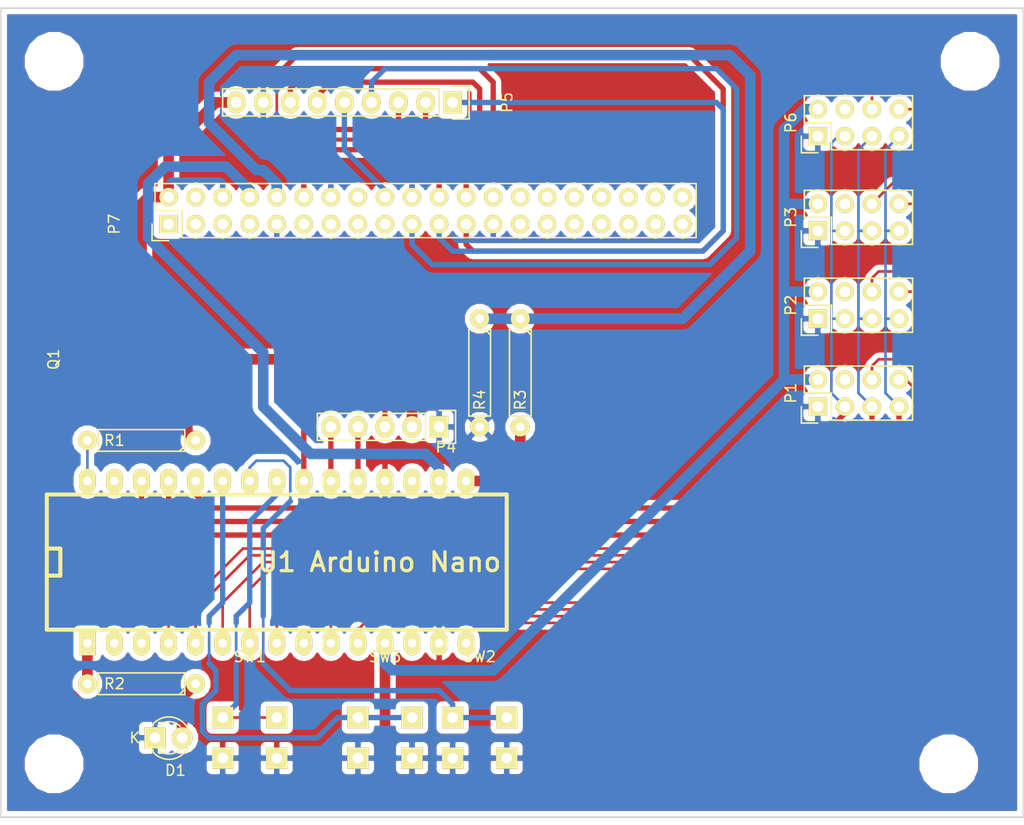
<source format=kicad_pcb>
(kicad_pcb (version 4) (host pcbnew 4.0.2+e4-6225~38~ubuntu15.10.1-stable)

  (general
    (links 72)
    (no_connects 0)
    (area 15.924999 12.375 112.075001 91.475)
    (thickness 1.6)
    (drawings 4)
    (tracks 341)
    (zones 0)
    (modules 21)
    (nets 35)
  )

  (page A4)
  (layers
    (0 F.Cu signal)
    (31 B.Cu signal)
    (32 B.Adhes user)
    (33 F.Adhes user)
    (34 B.Paste user)
    (35 F.Paste user)
    (36 B.SilkS user)
    (37 F.SilkS user)
    (38 B.Mask user)
    (39 F.Mask user)
    (40 Dwgs.User user)
    (41 Cmts.User user)
    (42 Eco1.User user)
    (43 Eco2.User user)
    (44 Edge.Cuts user)
    (45 Margin user)
    (46 B.CrtYd user)
    (47 F.CrtYd user)
    (48 B.Fab user)
    (49 F.Fab user)
  )

  (setup
    (last_trace_width 0.25)
    (user_trace_width 0.2)
    (user_trace_width 0.5)
    (user_trace_width 1)
    (user_trace_width 1.5)
    (user_trace_width 2)
    (user_trace_width 3)
    (trace_clearance 0.2)
    (zone_clearance 0.508)
    (zone_45_only no)
    (trace_min 0.2)
    (segment_width 0.2)
    (edge_width 0.15)
    (via_size 0.6)
    (via_drill 0.4)
    (via_min_size 0.4)
    (via_min_drill 0.3)
    (uvia_size 0.3)
    (uvia_drill 0.1)
    (uvias_allowed no)
    (uvia_min_size 0.2)
    (uvia_min_drill 0.1)
    (pcb_text_width 0.3)
    (pcb_text_size 1.5 1.5)
    (mod_edge_width 0.15)
    (mod_text_size 1 1)
    (mod_text_width 0.15)
    (pad_size 1.524 1.524)
    (pad_drill 0.762)
    (pad_to_mask_clearance 0.2)
    (aux_axis_origin 0 0)
    (visible_elements FFFFFF7F)
    (pcbplotparams
      (layerselection 0x010f0_80000001)
      (usegerberextensions true)
      (excludeedgelayer true)
      (linewidth 0.100000)
      (plotframeref false)
      (viasonmask false)
      (mode 1)
      (useauxorigin false)
      (hpglpennumber 1)
      (hpglpenspeed 20)
      (hpglpendiameter 15)
      (hpglpenoverlay 2)
      (psnegative false)
      (psa4output false)
      (plotreference true)
      (plotvalue true)
      (plotinvisibletext false)
      (padsonsilk false)
      (subtractmaskfromsilk false)
      (outputformat 1)
      (mirror false)
      (drillshape 0)
      (scaleselection 1)
      (outputdirectory OUTPUT_GERBER/))
  )

  (net 0 "")
  (net 1 GND)
  (net 2 "Net-(D1-Pad2)")
  (net 3 +5V)
  (net 4 /AD0)
  (net 5 /TIN0)
  (net 6 /AD1)
  (net 7 /TIN1)
  (net 8 /AD2)
  (net 9 /TIN2)
  (net 10 /TIN3)
  (net 11 /TIN4)
  (net 12 /TIN5)
  (net 13 /TIN6)
  (net 14 /TIN7)
  (net 15 /OPI_5V)
  (net 16 /LED)
  (net 17 /DC)
  (net 18 /RESET)
  (net 19 /MOSI)
  (net 20 /MISO)
  (net 21 /SCK)
  (net 22 /CS)
  (net 23 /OPI_TX)
  (net 24 /OPI_RX)
  (net 25 /ROT_SW)
  (net 26 /ROT_B)
  (net 27 /ROT_A)
  (net 28 "Net-(Q1-Pad1)")
  (net 29 /OPI_PWR)
  (net 30 "Net-(R2-Pad2)")
  (net 31 "Net-(R3-Pad2)")
  (net 32 /SW_POW)
  (net 33 /SW_ESC)
  (net 34 /SW_PLAY)

  (net_class Default "Ceci est la Netclass par défaut"
    (clearance 0.2)
    (trace_width 0.25)
    (via_dia 0.6)
    (via_drill 0.4)
    (uvia_dia 0.3)
    (uvia_drill 0.1)
    (add_net +5V)
    (add_net /AD0)
    (add_net /AD1)
    (add_net /AD2)
    (add_net /CS)
    (add_net /DC)
    (add_net /LED)
    (add_net /MISO)
    (add_net /MOSI)
    (add_net /OPI_5V)
    (add_net /OPI_PWR)
    (add_net /OPI_RX)
    (add_net /OPI_TX)
    (add_net /RESET)
    (add_net /ROT_A)
    (add_net /ROT_B)
    (add_net /ROT_SW)
    (add_net /SCK)
    (add_net /SW_ESC)
    (add_net /SW_PLAY)
    (add_net /SW_POW)
    (add_net /TIN0)
    (add_net /TIN1)
    (add_net /TIN2)
    (add_net /TIN3)
    (add_net /TIN4)
    (add_net /TIN5)
    (add_net /TIN6)
    (add_net /TIN7)
    (add_net GND)
    (add_net "Net-(D1-Pad2)")
    (add_net "Net-(Q1-Pad1)")
    (add_net "Net-(R2-Pad2)")
    (add_net "Net-(R3-Pad2)")
  )

  (module Mounting_Holes:MountingHole_4.5mm (layer F.Cu) (tedit 57DF98B7) (tstamp 57A33BF8)
    (at 107 19)
    (descr "Mounting Hole 4.5mm, no annular")
    (tags "mounting hole 4.5mm no annular")
    (fp_text reference "" (at -6.035 -3.125) (layer F.SilkS)
      (effects (font (size 1 1) (thickness 0.15)))
    )
    (fp_text value "" (at 0 5.5) (layer F.Fab)
      (effects (font (size 1 1) (thickness 0.15)))
    )
    (fp_circle (center 0 0) (end 4.5 0) (layer Cmts.User) (width 0.15))
    (fp_circle (center 0 0) (end 4.75 0) (layer F.CrtYd) (width 0.05))
    (pad 1 np_thru_hole circle (at 0 0) (size 4.5 4.5) (drill 4.5) (layers *.Cu *.Mask F.SilkS))
  )

  (module Mounting_Holes:MountingHole_4.5mm (layer F.Cu) (tedit 57DF98CA) (tstamp 57A33BF2)
    (at 105 85)
    (descr "Mounting Hole 4.5mm, no annular")
    (tags "mounting hole 4.5mm no annular")
    (fp_text reference "" (at 0 -5.5) (layer F.SilkS)
      (effects (font (size 1 1) (thickness 0.15)))
    )
    (fp_text value "" (at 0 5.5) (layer F.Fab)
      (effects (font (size 1 1) (thickness 0.15)))
    )
    (fp_circle (center 0 0) (end 4.5 0) (layer Cmts.User) (width 0.15))
    (fp_circle (center 0 0) (end 4.75 0) (layer F.CrtYd) (width 0.05))
    (pad 1 np_thru_hole circle (at 0 0) (size 4.5 4.5) (drill 4.5) (layers *.Cu *.Mask F.SilkS))
  )

  (module Mounting_Holes:MountingHole_4.5mm (layer F.Cu) (tedit 57DF98C2) (tstamp 57A33BEC)
    (at 21 85)
    (descr "Mounting Hole 4.5mm, no annular")
    (tags "mounting hole 4.5mm no annular")
    (fp_text reference "" (at 0 -5.5) (layer F.SilkS)
      (effects (font (size 1 1) (thickness 0.15)))
    )
    (fp_text value "" (at 0 5.5) (layer F.Fab)
      (effects (font (size 1 1) (thickness 0.15)))
    )
    (fp_circle (center 0 0) (end 4.5 0) (layer Cmts.User) (width 0.15))
    (fp_circle (center 0 0) (end 4.75 0) (layer F.CrtYd) (width 0.05))
    (pad 1 np_thru_hole circle (at 0 0) (size 4.5 4.5) (drill 4.5) (layers *.Cu *.Mask F.SilkS))
  )

  (module Pin_Headers:Pin_Header_Straight_2x04 (layer F.Cu) (tedit 57DF98A2) (tstamp 57A2FE6E)
    (at 92.71 26.035 90)
    (descr "Through hole pin header")
    (tags "pin header")
    (path /57A309A2)
    (fp_text reference P6 (at 1.27 -2.54 90) (layer F.SilkS)
      (effects (font (size 1 1) (thickness 0.15)))
    )
    (fp_text value Trigs_4 (at 5.08 3.81 180) (layer F.Fab)
      (effects (font (size 1 1) (thickness 0.15)))
    )
    (fp_line (start -1.75 -1.75) (end -1.75 9.4) (layer F.CrtYd) (width 0.05))
    (fp_line (start 4.3 -1.75) (end 4.3 9.4) (layer F.CrtYd) (width 0.05))
    (fp_line (start -1.75 -1.75) (end 4.3 -1.75) (layer F.CrtYd) (width 0.05))
    (fp_line (start -1.75 9.4) (end 4.3 9.4) (layer F.CrtYd) (width 0.05))
    (fp_line (start -1.27 1.27) (end -1.27 8.89) (layer F.SilkS) (width 0.15))
    (fp_line (start -1.27 8.89) (end 3.81 8.89) (layer F.SilkS) (width 0.15))
    (fp_line (start 3.81 8.89) (end 3.81 -1.27) (layer F.SilkS) (width 0.15))
    (fp_line (start 3.81 -1.27) (end 1.27 -1.27) (layer F.SilkS) (width 0.15))
    (fp_line (start 0 -1.55) (end -1.55 -1.55) (layer F.SilkS) (width 0.15))
    (fp_line (start 1.27 -1.27) (end 1.27 1.27) (layer F.SilkS) (width 0.15))
    (fp_line (start 1.27 1.27) (end -1.27 1.27) (layer F.SilkS) (width 0.15))
    (fp_line (start -1.55 -1.55) (end -1.55 0) (layer F.SilkS) (width 0.15))
    (pad 1 thru_hole rect (at 0 0 90) (size 1.7272 1.7272) (drill 1.016) (layers *.Cu *.Mask F.SilkS)
      (net 1 GND))
    (pad 2 thru_hole oval (at 2.54 0 90) (size 1.7272 1.7272) (drill 1.016) (layers *.Cu *.Mask F.SilkS)
      (net 3 +5V))
    (pad 3 thru_hole oval (at 0 2.54 90) (size 1.7272 1.7272) (drill 1.016) (layers *.Cu *.Mask F.SilkS)
      (net 4 /AD0))
    (pad 4 thru_hole oval (at 2.54 2.54 90) (size 1.7272 1.7272) (drill 1.016) (layers *.Cu *.Mask F.SilkS))
    (pad 5 thru_hole oval (at 0 5.08 90) (size 1.7272 1.7272) (drill 1.016) (layers *.Cu *.Mask F.SilkS)
      (net 6 /AD1))
    (pad 6 thru_hole oval (at 2.54 5.08 90) (size 1.7272 1.7272) (drill 1.016) (layers *.Cu *.Mask F.SilkS)
      (net 14 /TIN7))
    (pad 7 thru_hole oval (at 0 7.62 90) (size 1.7272 1.7272) (drill 1.016) (layers *.Cu *.Mask F.SilkS)
      (net 8 /AD2))
    (pad 8 thru_hole oval (at 2.54 7.62 90) (size 1.7272 1.7272) (drill 1.016) (layers *.Cu *.Mask F.SilkS)
      (net 13 /TIN6))
    (model Pin_Headers.3dshapes/Pin_Header_Straight_2x04.wrl
      (at (xyz 0.05 -0.15 0))
      (scale (xyz 1 1 1))
      (rotate (xyz 0 0 90))
    )
  )

  (module LEDs:LED-3MM (layer F.Cu) (tedit 57DF987A) (tstamp 57A07538)
    (at 30.48 82.55)
    (descr "LED 3mm round vertical")
    (tags "LED  3mm round vertical")
    (path /57A05CC2)
    (fp_text reference D1 (at 1.91 3.06) (layer F.SilkS)
      (effects (font (size 1 1) (thickness 0.15)))
    )
    (fp_text value LED (at 1.3 -2.9) (layer F.Fab)
      (effects (font (size 1 1) (thickness 0.15)))
    )
    (fp_line (start -1.2 2.3) (end 3.8 2.3) (layer F.CrtYd) (width 0.05))
    (fp_line (start 3.8 2.3) (end 3.8 -2.2) (layer F.CrtYd) (width 0.05))
    (fp_line (start 3.8 -2.2) (end -1.2 -2.2) (layer F.CrtYd) (width 0.05))
    (fp_line (start -1.2 -2.2) (end -1.2 2.3) (layer F.CrtYd) (width 0.05))
    (fp_line (start -0.199 1.314) (end -0.199 1.114) (layer F.SilkS) (width 0.15))
    (fp_line (start -0.199 -1.28) (end -0.199 -1.1) (layer F.SilkS) (width 0.15))
    (fp_arc (start 1.301 0.034) (end -0.199 -1.286) (angle 108.5) (layer F.SilkS) (width 0.15))
    (fp_arc (start 1.301 0.034) (end 0.25 -1.1) (angle 85.7) (layer F.SilkS) (width 0.15))
    (fp_arc (start 1.311 0.034) (end 3.051 0.994) (angle 110) (layer F.SilkS) (width 0.15))
    (fp_arc (start 1.301 0.034) (end 2.335 1.094) (angle 87.5) (layer F.SilkS) (width 0.15))
    (fp_text user K (at -1.905 0) (layer F.SilkS)
      (effects (font (size 1 1) (thickness 0.15)))
    )
    (pad 1 thru_hole rect (at 0 0 90) (size 2 2) (drill 1.00076) (layers *.Cu *.Mask F.SilkS)
      (net 1 GND))
    (pad 2 thru_hole circle (at 2.54 0) (size 2 2) (drill 1.00076) (layers *.Cu *.Mask F.SilkS)
      (net 2 "Net-(D1-Pad2)"))
    (model LEDs.3dshapes/LED-3MM.wrl
      (at (xyz 0.05 0 0))
      (scale (xyz 1 1 1))
      (rotate (xyz 0 0 90))
    )
  )

  (module Discret:R4-LARGE_PADS (layer F.Cu) (tedit 57DF98E8) (tstamp 57A075FE)
    (at 29.21 54.61 180)
    (descr "Resitance 4 pas")
    (tags R)
    (path /57A07F3B)
    (fp_text reference R1 (at 2.54 0 180) (layer F.SilkS)
      (effects (font (size 1 1) (thickness 0.15)))
    )
    (fp_text value 100 (at -2.54 0 180) (layer F.Fab)
      (effects (font (size 1 1) (thickness 0.15)))
    )
    (fp_line (start -5.08 0) (end -4.064 0) (layer F.SilkS) (width 0.15))
    (fp_line (start -4.064 0) (end -4.064 -1.016) (layer F.SilkS) (width 0.15))
    (fp_line (start -4.064 -1.016) (end 4.064 -1.016) (layer F.SilkS) (width 0.15))
    (fp_line (start 4.064 -1.016) (end 4.064 1.016) (layer F.SilkS) (width 0.15))
    (fp_line (start 4.064 1.016) (end -4.064 1.016) (layer F.SilkS) (width 0.15))
    (fp_line (start -4.064 1.016) (end -4.064 0) (layer F.SilkS) (width 0.15))
    (fp_line (start -4.064 -0.508) (end -3.556 -1.016) (layer F.SilkS) (width 0.15))
    (fp_line (start 5.08 0) (end 4.064 0) (layer F.SilkS) (width 0.15))
    (pad 1 thru_hole circle (at -5.08 0 180) (size 1.778 1.778) (drill 0.8128) (layers *.Cu *.Mask F.SilkS)
      (net 28 "Net-(Q1-Pad1)"))
    (pad 2 thru_hole circle (at 5.08 0 180) (size 1.778 1.778) (drill 0.8128) (layers *.Cu *.Mask F.SilkS)
      (net 29 /OPI_PWR))
    (model Discret.3dshapes/R4-LARGE_PADS.wrl
      (at (xyz 0 0 0))
      (scale (xyz 0.4 0.4 0.4))
      (rotate (xyz 0 0 0))
    )
  )

  (module Discret:R4-LARGE_PADS (layer F.Cu) (tedit 57DF9882) (tstamp 57A0760C)
    (at 29.21 77.47 180)
    (descr "Resitance 4 pas")
    (tags R)
    (path /57A05B22)
    (fp_text reference R2 (at 2.54 0 180) (layer F.SilkS)
      (effects (font (size 1 1) (thickness 0.15)))
    )
    (fp_text value 330 (at -2.54 0 180) (layer F.Fab)
      (effects (font (size 1 1) (thickness 0.15)))
    )
    (fp_line (start -5.08 0) (end -4.064 0) (layer F.SilkS) (width 0.15))
    (fp_line (start -4.064 0) (end -4.064 -1.016) (layer F.SilkS) (width 0.15))
    (fp_line (start -4.064 -1.016) (end 4.064 -1.016) (layer F.SilkS) (width 0.15))
    (fp_line (start 4.064 -1.016) (end 4.064 1.016) (layer F.SilkS) (width 0.15))
    (fp_line (start 4.064 1.016) (end -4.064 1.016) (layer F.SilkS) (width 0.15))
    (fp_line (start -4.064 1.016) (end -4.064 0) (layer F.SilkS) (width 0.15))
    (fp_line (start -4.064 -0.508) (end -3.556 -1.016) (layer F.SilkS) (width 0.15))
    (fp_line (start 5.08 0) (end 4.064 0) (layer F.SilkS) (width 0.15))
    (pad 1 thru_hole circle (at -5.08 0 180) (size 1.778 1.778) (drill 0.8128) (layers *.Cu *.Mask F.SilkS)
      (net 2 "Net-(D1-Pad2)"))
    (pad 2 thru_hole circle (at 5.08 0 180) (size 1.778 1.778) (drill 0.8128) (layers *.Cu *.Mask F.SilkS)
      (net 30 "Net-(R2-Pad2)"))
    (model Discret.3dshapes/R4-LARGE_PADS.wrl
      (at (xyz 0 0 0))
      (scale (xyz 0.4 0.4 0.4))
      (rotate (xyz 0 0 0))
    )
  )

  (module Discret:R4-LARGE_PADS (layer F.Cu) (tedit 57DF988C) (tstamp 57A0761A)
    (at 64.77 48.26 270)
    (descr "Resitance 4 pas")
    (tags R)
    (path /57A056D2)
    (fp_text reference R3 (at 2.54 0 270) (layer F.SilkS)
      (effects (font (size 1 1) (thickness 0.15)))
    )
    (fp_text value 2K2 (at -2.54 0 270) (layer F.Fab)
      (effects (font (size 1 1) (thickness 0.15)))
    )
    (fp_line (start -5.08 0) (end -4.064 0) (layer F.SilkS) (width 0.15))
    (fp_line (start -4.064 0) (end -4.064 -1.016) (layer F.SilkS) (width 0.15))
    (fp_line (start -4.064 -1.016) (end 4.064 -1.016) (layer F.SilkS) (width 0.15))
    (fp_line (start 4.064 -1.016) (end 4.064 1.016) (layer F.SilkS) (width 0.15))
    (fp_line (start 4.064 1.016) (end -4.064 1.016) (layer F.SilkS) (width 0.15))
    (fp_line (start -4.064 1.016) (end -4.064 0) (layer F.SilkS) (width 0.15))
    (fp_line (start -4.064 -0.508) (end -3.556 -1.016) (layer F.SilkS) (width 0.15))
    (fp_line (start 5.08 0) (end 4.064 0) (layer F.SilkS) (width 0.15))
    (pad 1 thru_hole circle (at -5.08 0 270) (size 1.778 1.778) (drill 0.8128) (layers *.Cu *.Mask F.SilkS)
      (net 24 /OPI_RX))
    (pad 2 thru_hole circle (at 5.08 0 270) (size 1.778 1.778) (drill 0.8128) (layers *.Cu *.Mask F.SilkS)
      (net 31 "Net-(R3-Pad2)"))
    (model Discret.3dshapes/R4-LARGE_PADS.wrl
      (at (xyz 0 0 0))
      (scale (xyz 0.4 0.4 0.4))
      (rotate (xyz 0 0 0))
    )
  )

  (module Discret:R4-LARGE_PADS (layer F.Cu) (tedit 57DF9888) (tstamp 57A07628)
    (at 60.96 48.26 270)
    (descr "Resitance 4 pas")
    (tags R)
    (path /57A0595D)
    (fp_text reference R4 (at 2.54 0 270) (layer F.SilkS)
      (effects (font (size 1 1) (thickness 0.15)))
    )
    (fp_text value 3K3 (at -2.54 0 270) (layer F.Fab)
      (effects (font (size 1 1) (thickness 0.15)))
    )
    (fp_line (start -5.08 0) (end -4.064 0) (layer F.SilkS) (width 0.15))
    (fp_line (start -4.064 0) (end -4.064 -1.016) (layer F.SilkS) (width 0.15))
    (fp_line (start -4.064 -1.016) (end 4.064 -1.016) (layer F.SilkS) (width 0.15))
    (fp_line (start 4.064 -1.016) (end 4.064 1.016) (layer F.SilkS) (width 0.15))
    (fp_line (start 4.064 1.016) (end -4.064 1.016) (layer F.SilkS) (width 0.15))
    (fp_line (start -4.064 1.016) (end -4.064 0) (layer F.SilkS) (width 0.15))
    (fp_line (start -4.064 -0.508) (end -3.556 -1.016) (layer F.SilkS) (width 0.15))
    (fp_line (start 5.08 0) (end 4.064 0) (layer F.SilkS) (width 0.15))
    (pad 1 thru_hole circle (at -5.08 0 270) (size 1.778 1.778) (drill 0.8128) (layers *.Cu *.Mask F.SilkS)
      (net 24 /OPI_RX))
    (pad 2 thru_hole circle (at 5.08 0 270) (size 1.778 1.778) (drill 0.8128) (layers *.Cu *.Mask F.SilkS)
      (net 1 GND))
    (model Discret.3dshapes/R4-LARGE_PADS.wrl
      (at (xyz 0 0 0))
      (scale (xyz 0.4 0.4 0.4))
      (rotate (xyz 0 0 0))
    )
  )

  (module Oddities:NetTie-III (layer F.Cu) (tedit 57A302FD) (tstamp 57A07630)
    (at 39.37 82.55 180)
    (descr "Just a \"Net tie\" as an more or less elegant way to connect two different nets without disturbing ERC and DRC. Make connection between The Pads by yourself.")
    (tags "Just a \"Net tie\" as an more or less elegant way to connect two different nets without disturbing ERC and DRC. Make connection between the pads by yourself.")
    (path /57A05EB8)
    (fp_text reference SW1 (at 0 7.62 180) (layer F.SilkS)
      (effects (font (size 1 1) (thickness 0.15)))
    )
    (fp_text value Switch_POWER (at -1.27 3.81 180) (layer F.Fab)
      (effects (font (size 1 1) (thickness 0.15)))
    )
    (pad 1 thru_hole rect (at -2.54 -1.905 180) (size 1.99898 1.99898) (drill 1.00076) (layers *.Cu *.Mask F.SilkS)
      (net 1 GND))
    (pad 2 thru_hole rect (at -2.54 1.905 180) (size 1.99898 1.99898) (drill 1.00076) (layers *.Cu *.Mask F.SilkS)
      (net 32 /SW_POW))
    (pad 3 thru_hole rect (at 2.54 -1.905 180) (size 1.99898 1.99898) (drill 1.00076) (layers *.Cu *.Mask F.SilkS)
      (net 1 GND))
    (pad 4 thru_hole rect (at 2.54 1.905 180) (size 1.99898 1.99898) (drill 1.00076) (layers *.Cu *.Mask F.SilkS)
      (net 32 /SW_POW))
  )

  (module Oddities:NetTie-III (layer F.Cu) (tedit 57A302FE) (tstamp 57A07638)
    (at 60.96 82.55 180)
    (descr "Just a \"Net tie\" as an more or less elegant way to connect two different nets without disturbing ERC and DRC. Make connection between The Pads by yourself.")
    (tags "Just a \"Net tie\" as an more or less elegant way to connect two different nets without disturbing ERC and DRC. Make connection between the pads by yourself.")
    (path /57A06049)
    (fp_text reference SW2 (at 0 7.62 180) (layer F.SilkS)
      (effects (font (size 1 1) (thickness 0.15)))
    )
    (fp_text value Switch_ESCAPE (at -1.27 3.81 180) (layer F.Fab)
      (effects (font (size 1 1) (thickness 0.15)))
    )
    (pad 1 thru_hole rect (at -2.54 -1.905 180) (size 1.99898 1.99898) (drill 1.00076) (layers *.Cu *.Mask F.SilkS)
      (net 1 GND))
    (pad 2 thru_hole rect (at -2.54 1.905 180) (size 1.99898 1.99898) (drill 1.00076) (layers *.Cu *.Mask F.SilkS)
      (net 33 /SW_ESC))
    (pad 3 thru_hole rect (at 2.54 -1.905 180) (size 1.99898 1.99898) (drill 1.00076) (layers *.Cu *.Mask F.SilkS)
      (net 1 GND))
    (pad 4 thru_hole rect (at 2.54 1.905 180) (size 1.99898 1.99898) (drill 1.00076) (layers *.Cu *.Mask F.SilkS)
      (net 33 /SW_ESC))
  )

  (module Oddities:NetTie-III (layer F.Cu) (tedit 0) (tstamp 57A07640)
    (at 52.07 82.55 180)
    (descr "Just a \"Net tie\" as an more or less elegant way to connect two different nets without disturbing ERC and DRC. Make connection between The Pads by yourself.")
    (tags "Just a \"Net tie\" as an more or less elegant way to connect two different nets without disturbing ERC and DRC. Make connection between the pads by yourself.")
    (path /57A0619A)
    (fp_text reference SW3 (at 0 7.62 180) (layer F.SilkS)
      (effects (font (size 1 1) (thickness 0.15)))
    )
    (fp_text value Switch_PLAY (at 0 -4.7 180) (layer F.Fab)
      (effects (font (size 1 1) (thickness 0.15)))
    )
    (pad 1 thru_hole rect (at -2.54 -1.905 180) (size 1.99898 1.99898) (drill 1.00076) (layers *.Cu *.Mask F.SilkS)
      (net 1 GND))
    (pad 2 thru_hole rect (at -2.54 1.905 180) (size 1.99898 1.99898) (drill 1.00076) (layers *.Cu *.Mask F.SilkS)
      (net 34 /SW_PLAY))
    (pad 3 thru_hole rect (at 2.54 -1.905 180) (size 1.99898 1.99898) (drill 1.00076) (layers *.Cu *.Mask F.SilkS)
      (net 1 GND))
    (pad 4 thru_hole rect (at 2.54 1.905 180) (size 1.99898 1.99898) (drill 1.00076) (layers *.Cu *.Mask F.SilkS)
      (net 34 /SW_PLAY))
  )

  (module arduino:arduino_mini (layer F.Cu) (tedit 57DF9870) (tstamp 57A07669)
    (at 43.18 66.04)
    (descr "30 pins DIL package, elliptical pads, width 600mil (arduino mini)")
    (tags "DIL arduino mini")
    (path /57A050A7)
    (fp_text reference U1 (at -1.27 0) (layer F.SilkS)
      (effects (font (size 1.778 1.778) (thickness 0.3048)))
    )
    (fp_text value "Arduino Nano" (at 10.795 0) (layer F.SilkS)
      (effects (font (size 1.778 1.778) (thickness 0.3048)))
    )
    (fp_line (start -22.86 -6.35) (end 20.32 -6.35) (layer F.SilkS) (width 0.381))
    (fp_line (start 20.32 -6.35) (end 20.32 6.35) (layer F.SilkS) (width 0.381))
    (fp_line (start 20.32 6.35) (end -22.86 6.35) (layer F.SilkS) (width 0.381))
    (fp_line (start -22.86 6.35) (end -22.86 -6.35) (layer F.SilkS) (width 0.381))
    (fp_line (start -22.86 1.27) (end -21.59 1.27) (layer F.SilkS) (width 0.381))
    (fp_line (start -21.59 1.27) (end -21.59 -1.27) (layer F.SilkS) (width 0.381))
    (fp_line (start -21.59 -1.27) (end -22.86 -1.27) (layer F.SilkS) (width 0.381))
    (pad 1 thru_hole rect (at -19.05 7.62) (size 1.5748 2.286) (drill 0.8128) (layers *.Cu *.Mask F.SilkS)
      (net 30 "Net-(R2-Pad2)"))
    (pad 2 thru_hole oval (at -16.51 7.62) (size 1.5748 2.286) (drill 0.8128) (layers *.Cu *.Mask F.SilkS))
    (pad 3 thru_hole oval (at -13.97 7.62) (size 1.5748 2.286) (drill 0.8128) (layers *.Cu *.Mask F.SilkS))
    (pad 4 thru_hole oval (at -11.43 7.62) (size 1.5748 2.286) (drill 0.8128) (layers *.Cu *.Mask F.SilkS)
      (net 5 /TIN0))
    (pad 5 thru_hole oval (at -8.89 7.62) (size 1.5748 2.286) (drill 0.8128) (layers *.Cu *.Mask F.SilkS)
      (net 7 /TIN1))
    (pad 6 thru_hole oval (at -6.35 7.62) (size 1.5748 2.286) (drill 0.8128) (layers *.Cu *.Mask F.SilkS)
      (net 9 /TIN2))
    (pad 7 thru_hole oval (at -3.81 7.62) (size 1.5748 2.286) (drill 0.8128) (layers *.Cu *.Mask F.SilkS)
      (net 10 /TIN3))
    (pad 8 thru_hole oval (at -1.27 7.62) (size 1.5748 2.286) (drill 0.8128) (layers *.Cu *.Mask F.SilkS)
      (net 11 /TIN4))
    (pad 9 thru_hole oval (at 1.27 7.62) (size 1.5748 2.286) (drill 0.8128) (layers *.Cu *.Mask F.SilkS)
      (net 12 /TIN5))
    (pad 10 thru_hole oval (at 3.81 7.62) (size 1.5748 2.286) (drill 0.8128) (layers *.Cu *.Mask F.SilkS)
      (net 13 /TIN6))
    (pad 11 thru_hole oval (at 6.35 7.62) (size 1.5748 2.286) (drill 0.8128) (layers *.Cu *.Mask F.SilkS)
      (net 14 /TIN7))
    (pad 12 thru_hole oval (at 8.89 7.62) (size 1.5748 2.286) (drill 0.8128) (layers *.Cu *.Mask F.SilkS)
      (net 3 +5V))
    (pad 13 thru_hole oval (at 11.43 7.62) (size 1.5748 2.286) (drill 0.8128) (layers *.Cu *.Mask F.SilkS))
    (pad 14 thru_hole oval (at 13.97 7.62) (size 1.5748 2.286) (drill 0.8128) (layers *.Cu *.Mask F.SilkS)
      (net 1 GND))
    (pad 15 thru_hole oval (at 16.51 7.62) (size 1.5748 2.286) (drill 0.8128) (layers *.Cu *.Mask F.SilkS))
    (pad 16 thru_hole oval (at 16.51 -7.62) (size 1.5748 2.286) (drill 0.8128) (layers *.Cu *.Mask F.SilkS)
      (net 31 "Net-(R3-Pad2)"))
    (pad 17 thru_hole oval (at 13.97 -7.62) (size 1.5748 2.286) (drill 0.8128) (layers *.Cu *.Mask F.SilkS)
      (net 23 /OPI_TX))
    (pad 18 thru_hole oval (at 11.43 -7.62) (size 1.5748 2.286) (drill 0.8128) (layers *.Cu *.Mask F.SilkS))
    (pad 19 thru_hole oval (at 8.89 -7.62) (size 1.5748 2.286) (drill 0.8128) (layers *.Cu *.Mask F.SilkS)
      (net 1 GND))
    (pad 20 thru_hole oval (at 6.35 -7.62) (size 1.5748 2.286) (drill 0.8128) (layers *.Cu *.Mask F.SilkS)
      (net 26 /ROT_B))
    (pad 21 thru_hole oval (at 3.81 -7.62) (size 1.5748 2.286) (drill 0.8128) (layers *.Cu *.Mask F.SilkS)
      (net 27 /ROT_A))
    (pad 22 thru_hole oval (at 1.27 -7.62) (size 1.5748 2.286) (drill 0.8128) (layers *.Cu *.Mask F.SilkS)
      (net 25 /ROT_SW))
    (pad 23 thru_hole oval (at -1.27 -7.62) (size 1.5748 2.286) (drill 0.8128) (layers *.Cu *.Mask F.SilkS)
      (net 32 /SW_POW))
    (pad 24 thru_hole oval (at -3.81 -7.62) (size 1.5748 2.286) (drill 0.8128) (layers *.Cu *.Mask F.SilkS)
      (net 33 /SW_ESC))
    (pad 25 thru_hole oval (at -6.35 -7.62) (size 1.5748 2.286) (drill 0.8128) (layers *.Cu *.Mask F.SilkS)
      (net 34 /SW_PLAY))
    (pad 26 thru_hole oval (at -8.89 -7.62) (size 1.5748 2.286) (drill 0.8128) (layers *.Cu *.Mask F.SilkS)
      (net 4 /AD0))
    (pad 27 thru_hole oval (at -11.43 -7.62) (size 1.5748 2.286) (drill 0.8128) (layers *.Cu *.Mask F.SilkS)
      (net 6 /AD1))
    (pad 28 thru_hole oval (at -13.97 -7.62) (size 1.5748 2.286) (drill 0.8128) (layers *.Cu *.Mask F.SilkS)
      (net 8 /AD2))
    (pad 29 thru_hole oval (at -16.51 -7.62) (size 1.5748 2.286) (drill 0.8128) (layers *.Cu *.Mask F.SilkS))
    (pad 30 thru_hole oval (at -19.05 -7.62) (size 1.5748 2.286) (drill 0.8128) (layers *.Cu *.Mask F.SilkS)
      (net 29 /OPI_PWR))
    (model arduino_nano.wrl
      (at (xyz -0.978 -0.385 0))
      (scale (xyz 0.3937 0.3937 0.3937))
      (rotate (xyz 0 0 0))
    )
  )

  (module Diodes_SMD:MOSFET_TO252 (layer F.Cu) (tedit 57DF98D9) (tstamp 57A120B1)
    (at 29.21 46.99 90)
    (descr "D-Pak, TO252AA, Diode")
    (tags "D-Pak TO252AA Diode")
    (path /57A07DC6)
    (attr smd)
    (fp_text reference Q1 (at 0 -8.255 90) (layer F.SilkS)
      (effects (font (size 1 1) (thickness 0.15)))
    )
    (fp_text value FDD8447L (at 0 -6.35 90) (layer F.Fab)
      (effects (font (size 1 1) (thickness 0.15)))
    )
    (fp_line (start -3.65 -5.95) (end 3.65 -5.95) (layer F.CrtYd) (width 0.05))
    (fp_line (start 3.65 -5.95) (end 3.65 5.95) (layer F.CrtYd) (width 0.05))
    (fp_line (start 3.65 5.95) (end -3.65 5.95) (layer F.CrtYd) (width 0.05))
    (fp_line (start -3.65 5.95) (end -3.65 -5.95) (layer F.CrtYd) (width 0.05))
    (pad 3 smd rect (at 2.18 4.3 90) (size 1.55 2.78) (layers F.Cu F.Paste F.Mask)
      (net 15 /OPI_5V))
    (pad 2 smd rect (at 0 -2.335 90) (size 6.74 6.73) (layers F.Cu F.Paste F.Mask)
      (net 3 +5V))
    (pad 1 smd rect (at -2.18 4.3 90) (size 1.55 2.78) (layers F.Cu F.Paste F.Mask)
      (net 28 "Net-(Q1-Pad1)"))
    (model Diodes_SMD.3dshapes/D-Pak_TO252AA.wrl
      (at (xyz 0 0 0))
      (scale (xyz 0.3937 0.3937 0.3937))
      (rotate (xyz 0 0 0))
    )
  )

  (module Pin_Headers:Pin_Header_Straight_2x04 (layer F.Cu) (tedit 57DF989B) (tstamp 57A2FDE8)
    (at 92.71 51.435 90)
    (descr "Through hole pin header")
    (tags "pin header")
    (path /57A30574)
    (fp_text reference P1 (at 1.27 -2.54 90) (layer F.SilkS)
      (effects (font (size 1 1) (thickness 0.15)))
    )
    (fp_text value Trigs_1 (at 5.08 3.81 360) (layer F.Fab)
      (effects (font (size 1 1) (thickness 0.15)))
    )
    (fp_line (start -1.75 -1.75) (end -1.75 9.4) (layer F.CrtYd) (width 0.05))
    (fp_line (start 4.3 -1.75) (end 4.3 9.4) (layer F.CrtYd) (width 0.05))
    (fp_line (start -1.75 -1.75) (end 4.3 -1.75) (layer F.CrtYd) (width 0.05))
    (fp_line (start -1.75 9.4) (end 4.3 9.4) (layer F.CrtYd) (width 0.05))
    (fp_line (start -1.27 1.27) (end -1.27 8.89) (layer F.SilkS) (width 0.15))
    (fp_line (start -1.27 8.89) (end 3.81 8.89) (layer F.SilkS) (width 0.15))
    (fp_line (start 3.81 8.89) (end 3.81 -1.27) (layer F.SilkS) (width 0.15))
    (fp_line (start 3.81 -1.27) (end 1.27 -1.27) (layer F.SilkS) (width 0.15))
    (fp_line (start 0 -1.55) (end -1.55 -1.55) (layer F.SilkS) (width 0.15))
    (fp_line (start 1.27 -1.27) (end 1.27 1.27) (layer F.SilkS) (width 0.15))
    (fp_line (start 1.27 1.27) (end -1.27 1.27) (layer F.SilkS) (width 0.15))
    (fp_line (start -1.55 -1.55) (end -1.55 0) (layer F.SilkS) (width 0.15))
    (pad 1 thru_hole rect (at 0 0 90) (size 1.7272 1.7272) (drill 1.016) (layers *.Cu *.Mask F.SilkS)
      (net 1 GND))
    (pad 2 thru_hole oval (at 2.54 0 90) (size 1.7272 1.7272) (drill 1.016) (layers *.Cu *.Mask F.SilkS)
      (net 3 +5V))
    (pad 3 thru_hole oval (at 0 2.54 90) (size 1.7272 1.7272) (drill 1.016) (layers *.Cu *.Mask F.SilkS)
      (net 4 /AD0))
    (pad 4 thru_hole oval (at 2.54 2.54 90) (size 1.7272 1.7272) (drill 1.016) (layers *.Cu *.Mask F.SilkS))
    (pad 5 thru_hole oval (at 0 5.08 90) (size 1.7272 1.7272) (drill 1.016) (layers *.Cu *.Mask F.SilkS)
      (net 6 /AD1))
    (pad 6 thru_hole oval (at 2.54 5.08 90) (size 1.7272 1.7272) (drill 1.016) (layers *.Cu *.Mask F.SilkS)
      (net 7 /TIN1))
    (pad 7 thru_hole oval (at 0 7.62 90) (size 1.7272 1.7272) (drill 1.016) (layers *.Cu *.Mask F.SilkS)
      (net 8 /AD2))
    (pad 8 thru_hole oval (at 2.54 7.62 90) (size 1.7272 1.7272) (drill 1.016) (layers *.Cu *.Mask F.SilkS)
      (net 5 /TIN0))
    (model Pin_Headers.3dshapes/Pin_Header_Straight_2x04.wrl
      (at (xyz 0.05 -0.15 0))
      (scale (xyz 1 1 1))
      (rotate (xyz 0 0 90))
    )
  )

  (module Pin_Headers:Pin_Header_Straight_2x04 (layer F.Cu) (tedit 57DF9899) (tstamp 57A2FDFF)
    (at 92.71 43.18 90)
    (descr "Through hole pin header")
    (tags "pin header")
    (path /57A30675)
    (fp_text reference P2 (at 1.27 -2.54 90) (layer F.SilkS)
      (effects (font (size 1 1) (thickness 0.15)))
    )
    (fp_text value Trigs_2 (at 5.08 3.81 180) (layer F.Fab)
      (effects (font (size 1 1) (thickness 0.15)))
    )
    (fp_line (start -1.75 -1.75) (end -1.75 9.4) (layer F.CrtYd) (width 0.05))
    (fp_line (start 4.3 -1.75) (end 4.3 9.4) (layer F.CrtYd) (width 0.05))
    (fp_line (start -1.75 -1.75) (end 4.3 -1.75) (layer F.CrtYd) (width 0.05))
    (fp_line (start -1.75 9.4) (end 4.3 9.4) (layer F.CrtYd) (width 0.05))
    (fp_line (start -1.27 1.27) (end -1.27 8.89) (layer F.SilkS) (width 0.15))
    (fp_line (start -1.27 8.89) (end 3.81 8.89) (layer F.SilkS) (width 0.15))
    (fp_line (start 3.81 8.89) (end 3.81 -1.27) (layer F.SilkS) (width 0.15))
    (fp_line (start 3.81 -1.27) (end 1.27 -1.27) (layer F.SilkS) (width 0.15))
    (fp_line (start 0 -1.55) (end -1.55 -1.55) (layer F.SilkS) (width 0.15))
    (fp_line (start 1.27 -1.27) (end 1.27 1.27) (layer F.SilkS) (width 0.15))
    (fp_line (start 1.27 1.27) (end -1.27 1.27) (layer F.SilkS) (width 0.15))
    (fp_line (start -1.55 -1.55) (end -1.55 0) (layer F.SilkS) (width 0.15))
    (pad 1 thru_hole rect (at 0 0 90) (size 1.7272 1.7272) (drill 1.016) (layers *.Cu *.Mask F.SilkS)
      (net 1 GND))
    (pad 2 thru_hole oval (at 2.54 0 90) (size 1.7272 1.7272) (drill 1.016) (layers *.Cu *.Mask F.SilkS)
      (net 3 +5V))
    (pad 3 thru_hole oval (at 0 2.54 90) (size 1.7272 1.7272) (drill 1.016) (layers *.Cu *.Mask F.SilkS)
      (net 4 /AD0))
    (pad 4 thru_hole oval (at 2.54 2.54 90) (size 1.7272 1.7272) (drill 1.016) (layers *.Cu *.Mask F.SilkS))
    (pad 5 thru_hole oval (at 0 5.08 90) (size 1.7272 1.7272) (drill 1.016) (layers *.Cu *.Mask F.SilkS)
      (net 6 /AD1))
    (pad 6 thru_hole oval (at 2.54 5.08 90) (size 1.7272 1.7272) (drill 1.016) (layers *.Cu *.Mask F.SilkS)
      (net 10 /TIN3))
    (pad 7 thru_hole oval (at 0 7.62 90) (size 1.7272 1.7272) (drill 1.016) (layers *.Cu *.Mask F.SilkS)
      (net 8 /AD2))
    (pad 8 thru_hole oval (at 2.54 7.62 90) (size 1.7272 1.7272) (drill 1.016) (layers *.Cu *.Mask F.SilkS)
      (net 9 /TIN2))
    (model Pin_Headers.3dshapes/Pin_Header_Straight_2x04.wrl
      (at (xyz 0.05 -0.15 0))
      (scale (xyz 1 1 1))
      (rotate (xyz 0 0 90))
    )
  )

  (module Pin_Headers:Pin_Header_Straight_2x04 (layer F.Cu) (tedit 57DF989E) (tstamp 57A2FE16)
    (at 92.71 34.925 90)
    (descr "Through hole pin header")
    (tags "pin header")
    (path /57A308A0)
    (fp_text reference P3 (at 1.27 -2.54 90) (layer F.SilkS)
      (effects (font (size 1 1) (thickness 0.15)))
    )
    (fp_text value Trigs_3 (at 5.08 3.175 180) (layer F.Fab)
      (effects (font (size 1 1) (thickness 0.15)))
    )
    (fp_line (start -1.75 -1.75) (end -1.75 9.4) (layer F.CrtYd) (width 0.05))
    (fp_line (start 4.3 -1.75) (end 4.3 9.4) (layer F.CrtYd) (width 0.05))
    (fp_line (start -1.75 -1.75) (end 4.3 -1.75) (layer F.CrtYd) (width 0.05))
    (fp_line (start -1.75 9.4) (end 4.3 9.4) (layer F.CrtYd) (width 0.05))
    (fp_line (start -1.27 1.27) (end -1.27 8.89) (layer F.SilkS) (width 0.15))
    (fp_line (start -1.27 8.89) (end 3.81 8.89) (layer F.SilkS) (width 0.15))
    (fp_line (start 3.81 8.89) (end 3.81 -1.27) (layer F.SilkS) (width 0.15))
    (fp_line (start 3.81 -1.27) (end 1.27 -1.27) (layer F.SilkS) (width 0.15))
    (fp_line (start 0 -1.55) (end -1.55 -1.55) (layer F.SilkS) (width 0.15))
    (fp_line (start 1.27 -1.27) (end 1.27 1.27) (layer F.SilkS) (width 0.15))
    (fp_line (start 1.27 1.27) (end -1.27 1.27) (layer F.SilkS) (width 0.15))
    (fp_line (start -1.55 -1.55) (end -1.55 0) (layer F.SilkS) (width 0.15))
    (pad 1 thru_hole rect (at 0 0 90) (size 1.7272 1.7272) (drill 1.016) (layers *.Cu *.Mask F.SilkS)
      (net 1 GND))
    (pad 2 thru_hole oval (at 2.54 0 90) (size 1.7272 1.7272) (drill 1.016) (layers *.Cu *.Mask F.SilkS)
      (net 3 +5V))
    (pad 3 thru_hole oval (at 0 2.54 90) (size 1.7272 1.7272) (drill 1.016) (layers *.Cu *.Mask F.SilkS)
      (net 4 /AD0))
    (pad 4 thru_hole oval (at 2.54 2.54 90) (size 1.7272 1.7272) (drill 1.016) (layers *.Cu *.Mask F.SilkS))
    (pad 5 thru_hole oval (at 0 5.08 90) (size 1.7272 1.7272) (drill 1.016) (layers *.Cu *.Mask F.SilkS)
      (net 6 /AD1))
    (pad 6 thru_hole oval (at 2.54 5.08 90) (size 1.7272 1.7272) (drill 1.016) (layers *.Cu *.Mask F.SilkS)
      (net 12 /TIN5))
    (pad 7 thru_hole oval (at 0 7.62 90) (size 1.7272 1.7272) (drill 1.016) (layers *.Cu *.Mask F.SilkS)
      (net 8 /AD2))
    (pad 8 thru_hole oval (at 2.54 7.62 90) (size 1.7272 1.7272) (drill 1.016) (layers *.Cu *.Mask F.SilkS)
      (net 11 /TIN4))
    (model Pin_Headers.3dshapes/Pin_Header_Straight_2x04.wrl
      (at (xyz 0.05 -0.15 0))
      (scale (xyz 1 1 1))
      (rotate (xyz 0 0 90))
    )
  )

  (module Pin_Headers:Pin_Header_Straight_1x05 (layer F.Cu) (tedit 57DF9869) (tstamp 57A2FE2D)
    (at 57.15 53.34 270)
    (descr "Through hole pin header")
    (tags "pin header")
    (path /57A05470)
    (fp_text reference P4 (at 1.905 -0.635 360) (layer F.SilkS)
      (effects (font (size 1 1) (thickness 0.15)))
    )
    (fp_text value ROT_ENCODER (at -2.54 5.08 540) (layer F.Fab)
      (effects (font (size 1 1) (thickness 0.15)))
    )
    (fp_line (start -1.55 0) (end -1.55 -1.55) (layer F.SilkS) (width 0.15))
    (fp_line (start -1.55 -1.55) (end 1.55 -1.55) (layer F.SilkS) (width 0.15))
    (fp_line (start 1.55 -1.55) (end 1.55 0) (layer F.SilkS) (width 0.15))
    (fp_line (start -1.75 -1.75) (end -1.75 11.95) (layer F.CrtYd) (width 0.05))
    (fp_line (start 1.75 -1.75) (end 1.75 11.95) (layer F.CrtYd) (width 0.05))
    (fp_line (start -1.75 -1.75) (end 1.75 -1.75) (layer F.CrtYd) (width 0.05))
    (fp_line (start -1.75 11.95) (end 1.75 11.95) (layer F.CrtYd) (width 0.05))
    (fp_line (start 1.27 1.27) (end 1.27 11.43) (layer F.SilkS) (width 0.15))
    (fp_line (start 1.27 11.43) (end -1.27 11.43) (layer F.SilkS) (width 0.15))
    (fp_line (start -1.27 11.43) (end -1.27 1.27) (layer F.SilkS) (width 0.15))
    (fp_line (start 1.27 1.27) (end -1.27 1.27) (layer F.SilkS) (width 0.15))
    (pad 1 thru_hole rect (at 0 0 270) (size 2.032 1.7272) (drill 1.016) (layers *.Cu *.Mask F.SilkS)
      (net 1 GND))
    (pad 2 thru_hole oval (at 0 2.54 270) (size 2.032 1.7272) (drill 1.016) (layers *.Cu *.Mask F.SilkS)
      (net 3 +5V))
    (pad 3 thru_hole oval (at 0 5.08 270) (size 2.032 1.7272) (drill 1.016) (layers *.Cu *.Mask F.SilkS)
      (net 25 /ROT_SW))
    (pad 4 thru_hole oval (at 0 7.62 270) (size 2.032 1.7272) (drill 1.016) (layers *.Cu *.Mask F.SilkS)
      (net 26 /ROT_B))
    (pad 5 thru_hole oval (at 0 10.16 270) (size 2.032 1.7272) (drill 1.016) (layers *.Cu *.Mask F.SilkS)
      (net 27 /ROT_A))
    (model Pin_Headers.3dshapes/Pin_Header_Straight_1x05.wrl
      (at (xyz 0 -0.2 0))
      (scale (xyz 1 1 1))
      (rotate (xyz 0 0 90))
    )
  )

  (module Pin_Headers:Pin_Header_Straight_1x09 (layer F.Cu) (tedit 57A30225) (tstamp 57A2FE40)
    (at 58.42 22.86 270)
    (descr "Through hole pin header")
    (tags "pin header")
    (path /57A053B6)
    (fp_text reference P5 (at 0 -5.1 270) (layer F.SilkS)
      (effects (font (size 1 1) (thickness 0.15)))
    )
    (fp_text value ILI9341 (at -1.905 10.16 540) (layer F.Fab)
      (effects (font (size 1 1) (thickness 0.15)))
    )
    (fp_line (start -1.75 -1.75) (end -1.75 22.1) (layer F.CrtYd) (width 0.05))
    (fp_line (start 1.75 -1.75) (end 1.75 22.1) (layer F.CrtYd) (width 0.05))
    (fp_line (start -1.75 -1.75) (end 1.75 -1.75) (layer F.CrtYd) (width 0.05))
    (fp_line (start -1.75 22.1) (end 1.75 22.1) (layer F.CrtYd) (width 0.05))
    (fp_line (start 1.27 1.27) (end 1.27 21.59) (layer F.SilkS) (width 0.15))
    (fp_line (start 1.27 21.59) (end -1.27 21.59) (layer F.SilkS) (width 0.15))
    (fp_line (start -1.27 21.59) (end -1.27 1.27) (layer F.SilkS) (width 0.15))
    (fp_line (start 1.55 -1.55) (end 1.55 0) (layer F.SilkS) (width 0.15))
    (fp_line (start 1.27 1.27) (end -1.27 1.27) (layer F.SilkS) (width 0.15))
    (fp_line (start -1.55 0) (end -1.55 -1.55) (layer F.SilkS) (width 0.15))
    (fp_line (start -1.55 -1.55) (end 1.55 -1.55) (layer F.SilkS) (width 0.15))
    (pad 1 thru_hole rect (at 0 0 270) (size 2.032 1.7272) (drill 1.016) (layers *.Cu *.Mask F.SilkS)
      (net 20 /MISO))
    (pad 2 thru_hole oval (at 0 2.54 270) (size 2.032 1.7272) (drill 1.016) (layers *.Cu *.Mask F.SilkS)
      (net 16 /LED))
    (pad 3 thru_hole oval (at 0 5.08 270) (size 2.032 1.7272) (drill 1.016) (layers *.Cu *.Mask F.SilkS)
      (net 21 /SCK))
    (pad 4 thru_hole oval (at 0 7.62 270) (size 2.032 1.7272) (drill 1.016) (layers *.Cu *.Mask F.SilkS)
      (net 19 /MOSI))
    (pad 5 thru_hole oval (at 0 10.16 270) (size 2.032 1.7272) (drill 1.016) (layers *.Cu *.Mask F.SilkS)
      (net 17 /DC))
    (pad 6 thru_hole oval (at 0 12.7 270) (size 2.032 1.7272) (drill 1.016) (layers *.Cu *.Mask F.SilkS)
      (net 18 /RESET))
    (pad 7 thru_hole oval (at 0 15.24 270) (size 2.032 1.7272) (drill 1.016) (layers *.Cu *.Mask F.SilkS)
      (net 22 /CS))
    (pad 8 thru_hole oval (at 0 17.78 270) (size 2.032 1.7272) (drill 1.016) (layers *.Cu *.Mask F.SilkS)
      (net 1 GND))
    (pad 9 thru_hole oval (at 0 20.32 270) (size 2.032 1.7272) (drill 1.016) (layers *.Cu *.Mask F.SilkS)
      (net 15 /OPI_5V))
    (model Pin_Headers.3dshapes/Pin_Header_Straight_1x09.wrl
      (at (xyz 0 -0.4 0))
      (scale (xyz 1 1 1))
      (rotate (xyz 0 0 90))
    )
  )

  (module Mounting_Holes:MountingHole_4.5mm (layer F.Cu) (tedit 57DF98BD) (tstamp 57A33BE5)
    (at 21 19)
    (descr "Mounting Hole 4.5mm, no annular")
    (tags "mounting hole 4.5mm no annular")
    (fp_text reference "" (at 0 -5.5) (layer F.SilkS)
      (effects (font (size 1 1) (thickness 0.15)))
    )
    (fp_text value "" (at 0 5.5) (layer F.Fab)
      (effects (font (size 1 1) (thickness 0.15)))
    )
    (fp_circle (center 0 0) (end 4.5 0) (layer Cmts.User) (width 0.15))
    (fp_circle (center 0 0) (end 4.75 0) (layer F.CrtYd) (width 0.05))
    (pad 1 np_thru_hole circle (at 0 0) (size 4.5 4.5) (drill 4.5) (layers *.Cu *.Mask F.SilkS))
  )

  (module Pin_Headers:Pin_Header_Straight_2x20 (layer F.Cu) (tedit 0) (tstamp 57D91A21)
    (at 31.75 34.29 90)
    (descr "Through hole pin header")
    (tags "pin header")
    (path /57D918D9)
    (fp_text reference P7 (at 0 -5.1 90) (layer F.SilkS)
      (effects (font (size 1 1) (thickness 0.15)))
    )
    (fp_text value CONN_02X20 (at 0 -3.1 90) (layer F.Fab)
      (effects (font (size 1 1) (thickness 0.15)))
    )
    (fp_line (start -1.75 -1.75) (end -1.75 50.05) (layer F.CrtYd) (width 0.05))
    (fp_line (start 4.3 -1.75) (end 4.3 50.05) (layer F.CrtYd) (width 0.05))
    (fp_line (start -1.75 -1.75) (end 4.3 -1.75) (layer F.CrtYd) (width 0.05))
    (fp_line (start -1.75 50.05) (end 4.3 50.05) (layer F.CrtYd) (width 0.05))
    (fp_line (start 3.81 49.53) (end 3.81 -1.27) (layer F.SilkS) (width 0.15))
    (fp_line (start -1.27 1.27) (end -1.27 49.53) (layer F.SilkS) (width 0.15))
    (fp_line (start 3.81 49.53) (end -1.27 49.53) (layer F.SilkS) (width 0.15))
    (fp_line (start 3.81 -1.27) (end 1.27 -1.27) (layer F.SilkS) (width 0.15))
    (fp_line (start 0 -1.55) (end -1.55 -1.55) (layer F.SilkS) (width 0.15))
    (fp_line (start 1.27 -1.27) (end 1.27 1.27) (layer F.SilkS) (width 0.15))
    (fp_line (start 1.27 1.27) (end -1.27 1.27) (layer F.SilkS) (width 0.15))
    (fp_line (start -1.55 -1.55) (end -1.55 0) (layer F.SilkS) (width 0.15))
    (pad 1 thru_hole rect (at 0 0 90) (size 1.7272 1.7272) (drill 1.016) (layers *.Cu *.Mask F.SilkS))
    (pad 2 thru_hole oval (at 2.54 0 90) (size 1.7272 1.7272) (drill 1.016) (layers *.Cu *.Mask F.SilkS)
      (net 15 /OPI_5V))
    (pad 3 thru_hole oval (at 0 2.54 90) (size 1.7272 1.7272) (drill 1.016) (layers *.Cu *.Mask F.SilkS))
    (pad 4 thru_hole oval (at 2.54 2.54 90) (size 1.7272 1.7272) (drill 1.016) (layers *.Cu *.Mask F.SilkS))
    (pad 5 thru_hole oval (at 0 5.08 90) (size 1.7272 1.7272) (drill 1.016) (layers *.Cu *.Mask F.SilkS))
    (pad 6 thru_hole oval (at 2.54 5.08 90) (size 1.7272 1.7272) (drill 1.016) (layers *.Cu *.Mask F.SilkS)
      (net 1 GND))
    (pad 7 thru_hole oval (at 0 7.62 90) (size 1.7272 1.7272) (drill 1.016) (layers *.Cu *.Mask F.SilkS))
    (pad 8 thru_hole oval (at 2.54 7.62 90) (size 1.7272 1.7272) (drill 1.016) (layers *.Cu *.Mask F.SilkS)
      (net 23 /OPI_TX))
    (pad 9 thru_hole oval (at 0 10.16 90) (size 1.7272 1.7272) (drill 1.016) (layers *.Cu *.Mask F.SilkS)
      (net 1 GND))
    (pad 10 thru_hole oval (at 2.54 10.16 90) (size 1.7272 1.7272) (drill 1.016) (layers *.Cu *.Mask F.SilkS)
      (net 24 /OPI_RX))
    (pad 11 thru_hole oval (at 0 12.7 90) (size 1.7272 1.7272) (drill 1.016) (layers *.Cu *.Mask F.SilkS))
    (pad 12 thru_hole oval (at 2.54 12.7 90) (size 1.7272 1.7272) (drill 1.016) (layers *.Cu *.Mask F.SilkS)
      (net 16 /LED))
    (pad 13 thru_hole oval (at 0 15.24 90) (size 1.7272 1.7272) (drill 1.016) (layers *.Cu *.Mask F.SilkS))
    (pad 14 thru_hole oval (at 2.54 15.24 90) (size 1.7272 1.7272) (drill 1.016) (layers *.Cu *.Mask F.SilkS)
      (net 1 GND))
    (pad 15 thru_hole oval (at 0 17.78 90) (size 1.7272 1.7272) (drill 1.016) (layers *.Cu *.Mask F.SilkS))
    (pad 16 thru_hole oval (at 2.54 17.78 90) (size 1.7272 1.7272) (drill 1.016) (layers *.Cu *.Mask F.SilkS))
    (pad 17 thru_hole oval (at 0 20.32 90) (size 1.7272 1.7272) (drill 1.016) (layers *.Cu *.Mask F.SilkS))
    (pad 18 thru_hole oval (at 2.54 20.32 90) (size 1.7272 1.7272) (drill 1.016) (layers *.Cu *.Mask F.SilkS)
      (net 17 /DC))
    (pad 19 thru_hole oval (at 0 22.86 90) (size 1.7272 1.7272) (drill 1.016) (layers *.Cu *.Mask F.SilkS)
      (net 19 /MOSI))
    (pad 20 thru_hole oval (at 2.54 22.86 90) (size 1.7272 1.7272) (drill 1.016) (layers *.Cu *.Mask F.SilkS)
      (net 1 GND))
    (pad 21 thru_hole oval (at 0 25.4 90) (size 1.7272 1.7272) (drill 1.016) (layers *.Cu *.Mask F.SilkS)
      (net 20 /MISO))
    (pad 22 thru_hole oval (at 2.54 25.4 90) (size 1.7272 1.7272) (drill 1.016) (layers *.Cu *.Mask F.SilkS)
      (net 18 /RESET))
    (pad 23 thru_hole oval (at 0 27.94 90) (size 1.7272 1.7272) (drill 1.016) (layers *.Cu *.Mask F.SilkS)
      (net 21 /SCK))
    (pad 24 thru_hole oval (at 2.54 27.94 90) (size 1.7272 1.7272) (drill 1.016) (layers *.Cu *.Mask F.SilkS)
      (net 22 /CS))
    (pad 25 thru_hole oval (at 0 30.48 90) (size 1.7272 1.7272) (drill 1.016) (layers *.Cu *.Mask F.SilkS)
      (net 1 GND))
    (pad 26 thru_hole oval (at 2.54 30.48 90) (size 1.7272 1.7272) (drill 1.016) (layers *.Cu *.Mask F.SilkS))
    (pad 27 thru_hole oval (at 0 33.02 90) (size 1.7272 1.7272) (drill 1.016) (layers *.Cu *.Mask F.SilkS))
    (pad 28 thru_hole oval (at 2.54 33.02 90) (size 1.7272 1.7272) (drill 1.016) (layers *.Cu *.Mask F.SilkS))
    (pad 29 thru_hole oval (at 0 35.56 90) (size 1.7272 1.7272) (drill 1.016) (layers *.Cu *.Mask F.SilkS))
    (pad 30 thru_hole oval (at 2.54 35.56 90) (size 1.7272 1.7272) (drill 1.016) (layers *.Cu *.Mask F.SilkS))
    (pad 31 thru_hole oval (at 0 38.1 90) (size 1.7272 1.7272) (drill 1.016) (layers *.Cu *.Mask F.SilkS))
    (pad 32 thru_hole oval (at 2.54 38.1 90) (size 1.7272 1.7272) (drill 1.016) (layers *.Cu *.Mask F.SilkS))
    (pad 33 thru_hole oval (at 0 40.64 90) (size 1.7272 1.7272) (drill 1.016) (layers *.Cu *.Mask F.SilkS))
    (pad 34 thru_hole oval (at 2.54 40.64 90) (size 1.7272 1.7272) (drill 1.016) (layers *.Cu *.Mask F.SilkS))
    (pad 35 thru_hole oval (at 0 43.18 90) (size 1.7272 1.7272) (drill 1.016) (layers *.Cu *.Mask F.SilkS))
    (pad 36 thru_hole oval (at 2.54 43.18 90) (size 1.7272 1.7272) (drill 1.016) (layers *.Cu *.Mask F.SilkS))
    (pad 37 thru_hole oval (at 0 45.72 90) (size 1.7272 1.7272) (drill 1.016) (layers *.Cu *.Mask F.SilkS))
    (pad 38 thru_hole oval (at 2.54 45.72 90) (size 1.7272 1.7272) (drill 1.016) (layers *.Cu *.Mask F.SilkS))
    (pad 39 thru_hole oval (at 0 48.26 90) (size 1.7272 1.7272) (drill 1.016) (layers *.Cu *.Mask F.SilkS))
    (pad 40 thru_hole oval (at 2.54 48.26 90) (size 1.7272 1.7272) (drill 1.016) (layers *.Cu *.Mask F.SilkS))
    (model Pin_Headers.3dshapes/Pin_Header_Straight_2x20.wrl
      (at (xyz 0.05 -0.95 0))
      (scale (xyz 1 1 1))
      (rotate (xyz 0 0 90))
    )
  )

  (gr_line (start 112 90) (end 16 90) (angle 90) (layer Edge.Cuts) (width 0.15))
  (gr_line (start 112 14) (end 112 90) (angle 90) (layer Edge.Cuts) (width 0.15))
  (gr_line (start 16 14) (end 112 14) (angle 90) (layer Edge.Cuts) (width 0.15))
  (gr_line (start 16 90) (end 16 14) (angle 90) (layer Edge.Cuts) (width 0.15))

  (segment (start 33.02 82.55) (end 33.02 78.74) (width 1) (layer F.Cu) (net 2))
  (segment (start 33.02 78.74) (end 34.29 77.47) (width 1) (layer F.Cu) (net 2) (tstamp 57A33C6C))
  (segment (start 34.29 77.47) (end 33.02 78.74) (width 0.25) (layer F.Cu) (net 2))
  (segment (start 57.785 76.2) (end 62.23 76.2) (width 1) (layer B.Cu) (net 3))
  (segment (start 62.23 76.2) (end 89.535 48.895) (width 1) (layer B.Cu) (net 3) (tstamp 57A33C91))
  (segment (start 92.71 48.895) (end 89.535 48.895) (width 1) (layer B.Cu) (net 3))
  (segment (start 92.71 23.495) (end 91.44 23.495) (width 1) (layer B.Cu) (net 3))
  (segment (start 89.535 25.4) (end 89.535 26.67) (width 1) (layer B.Cu) (net 3) (tstamp 57A33C85))
  (segment (start 91.44 23.495) (end 89.535 25.4) (width 1) (layer B.Cu) (net 3) (tstamp 57A33C84))
  (segment (start 89.535 46.99) (end 89.535 48.895) (width 1) (layer B.Cu) (net 3))
  (segment (start 89.535 40.64) (end 89.535 43.815) (width 1) (layer B.Cu) (net 3) (tstamp 57A30144))
  (segment (start 89.535 46.99) (end 89.535 43.815) (width 1) (layer B.Cu) (net 3) (tstamp 57A3374F))
  (segment (start 57.785 76.2) (end 52.705 76.2) (width 1) (layer B.Cu) (net 3) (tstamp 57A33C8F))
  (segment (start 52.705 76.2) (end 52.07 75.565) (width 1) (layer B.Cu) (net 3) (tstamp 57A33C68))
  (segment (start 52.07 75.565) (end 52.07 73.66) (width 1) (layer B.Cu) (net 3) (tstamp 57A33C69))
  (segment (start 52.07 73.66) (end 52.07 75.565) (width 0.5) (layer B.Cu) (net 3))
  (segment (start 52.07 75.565) (end 52.705 76.2) (width 0.5) (layer B.Cu) (net 3) (tstamp 57A33C63))
  (segment (start 33.02 86.995) (end 31.115 86.995) (width 1) (layer F.Cu) (net 3))
  (segment (start 31.115 86.995) (end 21.59 77.47) (width 1) (layer F.Cu) (net 3) (tstamp 57A3376C))
  (segment (start 52.07 75.565) (end 52.705 76.2) (width 0.25) (layer B.Cu) (net 3) (tstamp 57A304C6))
  (segment (start 52.705 76.2) (end 53.975 76.2) (width 0.25) (layer B.Cu) (net 3) (tstamp 57A304C7))
  (segment (start 52.705 76.2) (end 53.975 76.2) (width 0.25) (layer B.Cu) (net 3) (tstamp 57A304BD))
  (segment (start 92.71 32.385) (end 89.535 32.385) (width 1) (layer B.Cu) (net 3))
  (segment (start 92.71 40.64) (end 89.535 40.64) (width 1) (layer B.Cu) (net 3))
  (segment (start 89.535 26.67) (end 89.535 32.385) (width 1) (layer B.Cu) (net 3) (tstamp 57A33C88))
  (segment (start 89.535 32.385) (end 89.535 40.64) (width 1) (layer B.Cu) (net 3) (tstamp 57A30148))
  (segment (start 26.875 46.99) (end 51.435 46.99) (width 1) (layer F.Cu) (net 3))
  (segment (start 54.61 50.165) (end 54.61 53.34) (width 1) (layer F.Cu) (net 3) (tstamp 57A126F2))
  (segment (start 51.435 46.99) (end 54.61 50.165) (width 1) (layer F.Cu) (net 3) (tstamp 57A126F1))
  (segment (start 26.875 46.99) (end 24.765 46.99) (width 1) (layer F.Cu) (net 3))
  (segment (start 24.765 46.99) (end 21.59 50.165) (width 1) (layer F.Cu) (net 3) (tstamp 57A126C8))
  (segment (start 21.59 50.165) (end 21.59 77.47) (width 1) (layer F.Cu) (net 3) (tstamp 57A126C9))
  (segment (start 33.02 86.995) (end 51.435 86.995) (width 1) (layer F.Cu) (net 3) (tstamp 57A3376A))
  (segment (start 51.435 86.995) (end 52.07 86.36) (width 1) (layer F.Cu) (net 3) (tstamp 57A126CE))
  (segment (start 52.07 86.36) (end 52.07 73.66) (width 1) (layer F.Cu) (net 3) (tstamp 57A126CF))
  (segment (start 83.185 60.96) (end 86.36 60.96) (width 0.5) (layer F.Cu) (net 4))
  (segment (start 86.36 60.96) (end 95.25 52.07) (width 0.5) (layer F.Cu) (net 4) (tstamp 57A33C50))
  (segment (start 95.25 52.07) (end 95.25 51.435) (width 0.5) (layer F.Cu) (net 4) (tstamp 57A33C51))
  (segment (start 95.25 34.925) (end 93.98 34.925) (width 0.25) (layer B.Cu) (net 4))
  (segment (start 95.25 43.18) (end 93.98 43.18) (width 0.25) (layer B.Cu) (net 4))
  (segment (start 95.25 26.035) (end 94.615 26.035) (width 0.25) (layer B.Cu) (net 4))
  (segment (start 94.615 26.035) (end 93.98 26.67) (width 0.25) (layer B.Cu) (net 4) (tstamp 57A30311))
  (segment (start 93.98 26.67) (end 93.98 34.925) (width 0.25) (layer B.Cu) (net 4) (tstamp 57A30312))
  (segment (start 93.98 34.925) (end 93.98 43.18) (width 0.25) (layer B.Cu) (net 4) (tstamp 57A30325))
  (segment (start 93.98 43.18) (end 93.98 50.165) (width 0.25) (layer B.Cu) (net 4) (tstamp 57A30319))
  (segment (start 93.98 50.165) (end 95.25 51.435) (width 0.25) (layer B.Cu) (net 4) (tstamp 57A30313))
  (segment (start 95.25 51.435) (end 95.25 52.07) (width 0.25) (layer F.Cu) (net 4))
  (segment (start 83.185 60.96) (end 82.55 60.96) (width 0.25) (layer F.Cu) (net 4) (tstamp 57A33C4E))
  (segment (start 35.56 60.96) (end 82.55 60.96) (width 0.5) (layer F.Cu) (net 4) (tstamp 57A128FB))
  (segment (start 82.55 60.96) (end 83.82 60.96) (width 0.5) (layer F.Cu) (net 4) (tstamp 57A30183))
  (segment (start 83.82 60.96) (end 35.56 60.96) (width 0.25) (layer F.Cu) (net 4) (tstamp 57A125D4))
  (segment (start 34.29 59.69) (end 35.56 60.96) (width 0.5) (layer F.Cu) (net 4) (tstamp 57A128FA))
  (segment (start 35.56 60.96) (end 34.29 59.69) (width 0.25) (layer F.Cu) (net 4) (tstamp 57A12423))
  (segment (start 34.29 58.42) (end 34.29 59.69) (width 0.5) (layer F.Cu) (net 4))
  (segment (start 100.33 48.895) (end 100.965 48.895) (width 0.25) (layer F.Cu) (net 5))
  (segment (start 100.965 48.895) (end 102.235 50.165) (width 0.25) (layer F.Cu) (net 5) (tstamp 57A3028C))
  (segment (start 102.235 50.165) (end 102.235 54.61) (width 0.25) (layer F.Cu) (net 5) (tstamp 57A3028D))
  (segment (start 102.235 54.61) (end 92.075 64.77) (width 0.25) (layer F.Cu) (net 5) (tstamp 57A3028F))
  (segment (start 92.075 64.77) (end 38.735 64.77) (width 0.25) (layer F.Cu) (net 5) (tstamp 57A30291))
  (segment (start 38.735 64.77) (end 31.75 71.755) (width 0.25) (layer F.Cu) (net 5) (tstamp 57A30293))
  (segment (start 31.75 71.755) (end 31.75 73.66) (width 0.25) (layer F.Cu) (net 5) (tstamp 57A30295))
  (segment (start 85.725 62.23) (end 88.9 62.23) (width 0.5) (layer F.Cu) (net 6))
  (segment (start 88.9 62.23) (end 97.79 53.34) (width 0.5) (layer F.Cu) (net 6) (tstamp 57A33C56))
  (segment (start 97.79 53.34) (end 97.79 51.435) (width 0.5) (layer F.Cu) (net 6) (tstamp 57A33C57))
  (segment (start 96.52 34.925) (end 97.79 34.925) (width 0.25) (layer B.Cu) (net 6))
  (segment (start 96.52 43.18) (end 97.79 43.18) (width 0.25) (layer B.Cu) (net 6))
  (segment (start 96.52 37.465) (end 96.52 34.925) (width 0.25) (layer B.Cu) (net 6))
  (segment (start 96.52 34.925) (end 96.52 27.305) (width 0.25) (layer B.Cu) (net 6) (tstamp 57A30328))
  (segment (start 96.52 27.305) (end 97.79 26.035) (width 0.25) (layer B.Cu) (net 6) (tstamp 57A3030D))
  (segment (start 96.52 37.465) (end 96.52 43.18) (width 0.25) (layer B.Cu) (net 6) (tstamp 57A3030B))
  (segment (start 96.52 43.18) (end 96.52 50.165) (width 0.25) (layer B.Cu) (net 6) (tstamp 57A3031B))
  (segment (start 96.52 50.165) (end 97.79 51.435) (width 0.25) (layer B.Cu) (net 6) (tstamp 57A30301))
  (segment (start 86.36 62.23) (end 88.9 62.23) (width 0.25) (layer F.Cu) (net 6))
  (segment (start 97.79 53.34) (end 97.79 51.435) (width 0.25) (layer F.Cu) (net 6) (tstamp 57A30187))
  (segment (start 86.36 62.23) (end 85.725 62.23) (width 0.5) (layer F.Cu) (net 6) (tstamp 57A128F5))
  (segment (start 85.725 62.23) (end 33.02 62.23) (width 0.5) (layer F.Cu) (net 6) (tstamp 57A33C54))
  (segment (start 33.02 62.23) (end 31.75 60.96) (width 0.5) (layer F.Cu) (net 6) (tstamp 57A128F6))
  (segment (start 31.75 60.96) (end 31.75 58.42) (width 0.5) (layer F.Cu) (net 6) (tstamp 57A128F7))
  (segment (start 86.36 62.23) (end 83.82 62.23) (width 0.25) (layer F.Cu) (net 6) (tstamp 57A125E1))
  (segment (start 31.75 58.42) (end 31.75 60.96) (width 0.25) (layer F.Cu) (net 6))
  (segment (start 33.02 62.23) (end 83.82 62.23) (width 0.25) (layer F.Cu) (net 6) (tstamp 57A12418))
  (segment (start 83.82 62.23) (end 86.36 62.23) (width 0.25) (layer F.Cu) (net 6) (tstamp 57A125E4))
  (segment (start 31.75 60.96) (end 33.02 62.23) (width 0.25) (layer F.Cu) (net 6) (tstamp 57A12417))
  (segment (start 34.29 73.66) (end 34.29 70.485) (width 0.25) (layer F.Cu) (net 7))
  (segment (start 97.79 47.625) (end 97.79 48.895) (width 0.25) (layer F.Cu) (net 7) (tstamp 57A302A5))
  (segment (start 98.425 46.99) (end 97.79 47.625) (width 0.25) (layer F.Cu) (net 7) (tstamp 57A302A4))
  (segment (start 101.6 46.99) (end 98.425 46.99) (width 0.25) (layer F.Cu) (net 7) (tstamp 57A302A2))
  (segment (start 102.87 48.26) (end 101.6 46.99) (width 0.25) (layer F.Cu) (net 7) (tstamp 57A302A1))
  (segment (start 102.87 55.245) (end 102.87 48.26) (width 0.25) (layer F.Cu) (net 7) (tstamp 57A3029F))
  (segment (start 92.71 65.405) (end 102.87 55.245) (width 0.25) (layer F.Cu) (net 7) (tstamp 57A3029D))
  (segment (start 39.37 65.405) (end 92.71 65.405) (width 0.25) (layer F.Cu) (net 7) (tstamp 57A3029B))
  (segment (start 34.29 70.485) (end 39.37 65.405) (width 0.25) (layer F.Cu) (net 7) (tstamp 57A30299))
  (segment (start 87.63 63.5) (end 91.44 63.5) (width 0.5) (layer F.Cu) (net 8))
  (segment (start 91.44 63.5) (end 100.33 54.61) (width 0.5) (layer F.Cu) (net 8) (tstamp 57A33C5C))
  (segment (start 100.33 54.61) (end 100.33 51.435) (width 0.5) (layer F.Cu) (net 8) (tstamp 57A33C5D))
  (segment (start 99.06 34.925) (end 100.33 34.925) (width 0.25) (layer B.Cu) (net 8))
  (segment (start 99.06 43.18) (end 100.33 43.18) (width 0.25) (layer B.Cu) (net 8))
  (segment (start 99.06 36.83) (end 99.06 34.925) (width 0.25) (layer B.Cu) (net 8))
  (segment (start 99.06 34.925) (end 99.06 27.305) (width 0.25) (layer B.Cu) (net 8) (tstamp 57A3032D))
  (segment (start 99.06 27.305) (end 100.33 26.035) (width 0.25) (layer B.Cu) (net 8) (tstamp 57A30307))
  (segment (start 100.33 51.435) (end 99.06 50.165) (width 0.25) (layer B.Cu) (net 8))
  (segment (start 99.06 50.165) (end 99.06 43.18) (width 0.25) (layer B.Cu) (net 8) (tstamp 57A302FA))
  (segment (start 99.06 43.18) (end 99.06 36.83) (width 0.25) (layer B.Cu) (net 8) (tstamp 57A3031F))
  (segment (start 100.33 54.61) (end 100.33 51.435) (width 0.25) (layer F.Cu) (net 8) (tstamp 57A3018D))
  (segment (start 29.21 58.42) (end 29.21 60.96) (width 0.5) (layer F.Cu) (net 8))
  (segment (start 29.21 60.96) (end 31.75 63.5) (width 0.5) (layer F.Cu) (net 8) (tstamp 57A128ED))
  (segment (start 31.75 63.5) (end 88.265 63.5) (width 0.5) (layer F.Cu) (net 8) (tstamp 57A128EE))
  (segment (start 87.63 63.5) (end 88.265 63.5) (width 0.25) (layer F.Cu) (net 8))
  (segment (start 31.75 63.5) (end 29.21 60.96) (width 0.25) (layer F.Cu) (net 8) (tstamp 57A12411))
  (segment (start 87.63 63.5) (end 31.75 63.5) (width 0.25) (layer F.Cu) (net 8) (tstamp 57A125E7))
  (segment (start 100.33 40.64) (end 102.87 40.64) (width 0.25) (layer F.Cu) (net 9))
  (segment (start 36.83 69.85) (end 36.83 73.66) (width 0.25) (layer F.Cu) (net 9) (tstamp 57A302AE))
  (segment (start 40.64 66.04) (end 36.83 69.85) (width 0.25) (layer F.Cu) (net 9) (tstamp 57A302AC))
  (segment (start 93.345 66.04) (end 40.64 66.04) (width 0.25) (layer F.Cu) (net 9) (tstamp 57A302AB))
  (segment (start 103.505 55.88) (end 93.345 66.04) (width 0.25) (layer F.Cu) (net 9) (tstamp 57A302AA))
  (segment (start 103.505 41.275) (end 103.505 55.88) (width 0.25) (layer F.Cu) (net 9) (tstamp 57A302A9))
  (segment (start 102.87 40.64) (end 103.505 41.275) (width 0.25) (layer F.Cu) (net 9) (tstamp 57A302A8))
  (segment (start 39.37 73.66) (end 39.37 68.58) (width 0.25) (layer F.Cu) (net 10))
  (segment (start 97.79 39.37) (end 97.79 40.64) (width 0.25) (layer F.Cu) (net 10) (tstamp 57A302BF))
  (segment (start 98.425 38.735) (end 97.79 39.37) (width 0.25) (layer F.Cu) (net 10) (tstamp 57A302BE))
  (segment (start 102.87 38.735) (end 98.425 38.735) (width 0.25) (layer F.Cu) (net 10) (tstamp 57A302BC))
  (segment (start 104.14 40.005) (end 102.87 38.735) (width 0.25) (layer F.Cu) (net 10) (tstamp 57A302BA))
  (segment (start 104.14 56.515) (end 104.14 40.005) (width 0.25) (layer F.Cu) (net 10) (tstamp 57A302B8))
  (segment (start 93.98 66.675) (end 104.14 56.515) (width 0.25) (layer F.Cu) (net 10) (tstamp 57A302B6))
  (segment (start 41.275 66.675) (end 93.98 66.675) (width 0.25) (layer F.Cu) (net 10) (tstamp 57A302B4))
  (segment (start 39.37 68.58) (end 41.275 66.675) (width 0.25) (layer F.Cu) (net 10) (tstamp 57A302B2))
  (segment (start 100.33 32.385) (end 101.6 32.385) (width 0.25) (layer F.Cu) (net 11))
  (segment (start 105.41 36.195) (end 105.41 38.1) (width 0.25) (layer F.Cu) (net 11) (tstamp 57A33711))
  (segment (start 101.6 32.385) (end 105.41 36.195) (width 0.25) (layer F.Cu) (net 11) (tstamp 57A33710))
  (segment (start 41.91 71.755) (end 41.91 73.66) (width 0.25) (layer F.Cu) (net 11) (tstamp 57A302F6))
  (segment (start 43.815 69.85) (end 41.91 71.755) (width 0.25) (layer F.Cu) (net 11) (tstamp 57A302F4))
  (segment (start 93.345 69.85) (end 43.815 69.85) (width 0.25) (layer F.Cu) (net 11) (tstamp 57A302F2))
  (segment (start 105.41 57.785) (end 93.345 69.85) (width 0.25) (layer F.Cu) (net 11) (tstamp 57A302F0))
  (segment (start 105.41 38.1) (end 105.41 57.785) (width 0.25) (layer F.Cu) (net 11) (tstamp 57A33716))
  (segment (start 97.79 32.385) (end 99.695 30.48) (width 0.25) (layer F.Cu) (net 12))
  (segment (start 100.965 30.48) (end 106.68 36.195) (width 0.25) (layer F.Cu) (net 12) (tstamp 57A3371C))
  (segment (start 99.695 30.48) (end 100.965 30.48) (width 0.25) (layer F.Cu) (net 12) (tstamp 57A3371B))
  (segment (start 44.45 73.66) (end 44.45 73.025) (width 0.25) (layer F.Cu) (net 12))
  (segment (start 44.45 73.025) (end 46.99 70.485) (width 0.25) (layer F.Cu) (net 12) (tstamp 57A302DD))
  (segment (start 106.68 58.42) (end 106.68 36.195) (width 0.25) (layer F.Cu) (net 12) (tstamp 57A302E2))
  (segment (start 94.615 70.485) (end 106.68 58.42) (width 0.25) (layer F.Cu) (net 12) (tstamp 57A302E0))
  (segment (start 46.99 70.485) (end 94.615 70.485) (width 0.25) (layer F.Cu) (net 12) (tstamp 57A302DE))
  (segment (start 100.33 23.495) (end 101.6 23.495) (width 0.25) (layer F.Cu) (net 13))
  (segment (start 107.315 29.21) (end 107.315 31.115) (width 0.25) (layer F.Cu) (net 13) (tstamp 57A33723))
  (segment (start 101.6 23.495) (end 107.315 29.21) (width 0.25) (layer F.Cu) (net 13) (tstamp 57A33722))
  (segment (start 46.99 71.755) (end 46.99 73.66) (width 0.25) (layer F.Cu) (net 13) (tstamp 57A302DA))
  (segment (start 47.625 71.12) (end 46.99 71.755) (width 0.25) (layer F.Cu) (net 13) (tstamp 57A302D9))
  (segment (start 95.25 71.12) (end 47.625 71.12) (width 0.25) (layer F.Cu) (net 13) (tstamp 57A302D7))
  (segment (start 107.315 59.055) (end 95.25 71.12) (width 0.25) (layer F.Cu) (net 13) (tstamp 57A302D5))
  (segment (start 107.315 31.115) (end 107.315 59.055) (width 0.25) (layer F.Cu) (net 13) (tstamp 57A33727))
  (segment (start 97.79 23.495) (end 97.79 22.225) (width 0.25) (layer F.Cu) (net 14))
  (segment (start 108.585 28.575) (end 108.585 29.845) (width 0.25) (layer F.Cu) (net 14) (tstamp 57A3372D))
  (segment (start 101.6 21.59) (end 108.585 28.575) (width 0.25) (layer F.Cu) (net 14) (tstamp 57A3372B))
  (segment (start 98.425 21.59) (end 101.6 21.59) (width 0.25) (layer F.Cu) (net 14) (tstamp 57A3372A))
  (segment (start 97.79 22.225) (end 98.425 21.59) (width 0.25) (layer F.Cu) (net 14) (tstamp 57A33729))
  (segment (start 49.53 73.66) (end 49.53 72.39) (width 0.25) (layer F.Cu) (net 14))
  (segment (start 49.53 72.39) (end 50.165 71.755) (width 0.25) (layer F.Cu) (net 14) (tstamp 57A302C2))
  (segment (start 50.165 71.755) (end 95.885 71.755) (width 0.25) (layer F.Cu) (net 14) (tstamp 57A302C4))
  (segment (start 95.885 71.755) (end 108.585 59.055) (width 0.25) (layer F.Cu) (net 14) (tstamp 57A302C5))
  (segment (start 108.585 59.055) (end 108.585 29.845) (width 0.25) (layer F.Cu) (net 14) (tstamp 57A302C7))
  (segment (start 49.53 72.39) (end 49.53 73.66) (width 0.5) (layer B.Cu) (net 14) (tstamp 57A1282C))
  (segment (start 49.53 73.66) (end 49.53 72.39) (width 0.25) (layer B.Cu) (net 14))
  (segment (start 29.21 32.385) (end 29.845 31.75) (width 1) (layer F.Cu) (net 15))
  (segment (start 29.845 31.75) (end 31.75 31.75) (width 1) (layer F.Cu) (net 15) (tstamp 57A3377A))
  (segment (start 29.21 38.735) (end 29.21 32.385) (width 1) (layer F.Cu) (net 15))
  (segment (start 33.51 44.81) (end 33.51 43.035) (width 1) (layer F.Cu) (net 15))
  (segment (start 33.51 43.035) (end 29.21 38.735) (width 1) (layer F.Cu) (net 15) (tstamp 57A126D5))
  (segment (start 31.75 31.75) (end 31.75 27.305) (width 1) (layer F.Cu) (net 15))
  (segment (start 31.75 27.305) (end 36.195 22.86) (width 1) (layer F.Cu) (net 15) (tstamp 57A126DB))
  (segment (start 36.195 22.86) (end 38.1 22.86) (width 1) (layer F.Cu) (net 15) (tstamp 57A126DC))
  (segment (start 46.355 27.305) (end 53.975 27.305) (width 0.5) (layer F.Cu) (net 16))
  (segment (start 55.88 25.4) (end 55.88 22.86) (width 0.5) (layer F.Cu) (net 16) (tstamp 57A338BA))
  (segment (start 53.975 27.305) (end 55.88 25.4) (width 0.5) (layer F.Cu) (net 16) (tstamp 57A338B9))
  (segment (start 44.45 31.75) (end 44.45 29.21) (width 0.5) (layer F.Cu) (net 16))
  (segment (start 44.45 29.21) (end 46.355 27.305) (width 0.5) (layer F.Cu) (net 16) (tstamp 57A33804))
  (segment (start 48.26 22.86) (end 48.26 27.305) (width 0.5) (layer B.Cu) (net 17))
  (segment (start 48.26 27.305) (end 52.07 31.115) (width 0.5) (layer B.Cu) (net 17) (tstamp 57A33828))
  (segment (start 52.07 31.115) (end 52.07 31.75) (width 0.5) (layer B.Cu) (net 17) (tstamp 57A33829))
  (segment (start 52.07 31.75) (end 52.07 31.115) (width 0.25) (layer B.Cu) (net 17))
  (segment (start 52.07 31.115) (end 48.26 27.305) (width 0.25) (layer B.Cu) (net 17) (tstamp 57A3034E))
  (segment (start 45.72 22.86) (end 45.72 22.225) (width 0.5) (layer F.Cu) (net 18))
  (segment (start 45.72 22.225) (end 46.99 20.955) (width 0.5) (layer F.Cu) (net 18) (tstamp 57A3380D))
  (segment (start 46.99 20.955) (end 60.325 20.955) (width 0.5) (layer F.Cu) (net 18) (tstamp 57A33810))
  (segment (start 60.325 20.955) (end 60.96 21.59) (width 0.5) (layer F.Cu) (net 18) (tstamp 57A33812))
  (segment (start 60.96 21.59) (end 60.96 24.765) (width 0.5) (layer F.Cu) (net 18) (tstamp 57A33813))
  (segment (start 60.96 24.765) (end 57.15 28.575) (width 0.5) (layer F.Cu) (net 18) (tstamp 57A33814))
  (segment (start 57.15 28.575) (end 57.15 31.75) (width 0.5) (layer F.Cu) (net 18) (tstamp 57A33817))
  (segment (start 45.72 22.225) (end 46.99 20.955) (width 0.25) (layer F.Cu) (net 18) (tstamp 57A30379))
  (segment (start 46.99 20.955) (end 60.325 20.955) (width 0.25) (layer F.Cu) (net 18) (tstamp 57A3037A))
  (segment (start 60.325 20.955) (end 60.96 21.59) (width 0.25) (layer F.Cu) (net 18) (tstamp 57A3037C))
  (segment (start 60.96 21.59) (end 60.96 24.765) (width 0.25) (layer F.Cu) (net 18) (tstamp 57A3037E))
  (segment (start 60.96 24.765) (end 57.15 28.575) (width 0.25) (layer F.Cu) (net 18) (tstamp 57A3037F))
  (segment (start 57.15 28.575) (end 57.15 31.75) (width 0.25) (layer F.Cu) (net 18) (tstamp 57A30381))
  (segment (start 81.915 38.1) (end 82.55 38.1) (width 0.5) (layer B.Cu) (net 19))
  (segment (start 85.09 35.56) (end 85.09 21.59) (width 0.5) (layer B.Cu) (net 19) (tstamp 57D91A87))
  (segment (start 82.55 38.1) (end 85.09 35.56) (width 0.5) (layer B.Cu) (net 19) (tstamp 57D91A86))
  (segment (start 64.135 38.1) (end 81.915 38.1) (width 0.5) (layer B.Cu) (net 19))
  (segment (start 83.185 19.685) (end 59.055 19.685) (width 0.5) (layer B.Cu) (net 19) (tstamp 57D91A64))
  (segment (start 85.09 21.59) (end 83.185 19.685) (width 0.5) (layer B.Cu) (net 19) (tstamp 57D91A8B))
  (segment (start 54.61 34.29) (end 54.61 36.195) (width 0.5) (layer B.Cu) (net 19))
  (segment (start 50.8 20.955) (end 50.8 22.86) (width 0.5) (layer B.Cu) (net 19) (tstamp 57A337FA))
  (segment (start 52.07 19.685) (end 50.8 20.955) (width 0.5) (layer B.Cu) (net 19) (tstamp 57A337F9))
  (segment (start 59.055 19.685) (end 52.07 19.685) (width 0.5) (layer B.Cu) (net 19) (tstamp 57D91A68))
  (segment (start 56.515 38.1) (end 64.135 38.1) (width 0.5) (layer B.Cu) (net 19) (tstamp 57A337F2))
  (segment (start 54.61 36.195) (end 56.515 38.1) (width 0.5) (layer B.Cu) (net 19) (tstamp 57A337EF))
  (segment (start 81.915 36.83) (end 83.82 34.925) (width 0.5) (layer B.Cu) (net 20))
  (segment (start 83.82 34.925) (end 83.82 23.495) (width 0.5) (layer B.Cu) (net 20) (tstamp 57D91A7F))
  (segment (start 62.865 36.83) (end 81.915 36.83) (width 0.5) (layer B.Cu) (net 20))
  (segment (start 83.185 22.86) (end 58.42 22.86) (width 0.5) (layer B.Cu) (net 20) (tstamp 57D91A6E))
  (segment (start 83.82 23.495) (end 83.185 22.86) (width 0.5) (layer B.Cu) (net 20) (tstamp 57D91A82))
  (segment (start 57.15 35.56) (end 57.15 34.29) (width 0.5) (layer B.Cu) (net 20) (tstamp 57A337EC))
  (segment (start 58.42 36.83) (end 57.15 35.56) (width 0.5) (layer B.Cu) (net 20) (tstamp 57A337EB))
  (segment (start 62.865 36.83) (end 58.42 36.83) (width 0.5) (layer B.Cu) (net 20) (tstamp 57A337EA))
  (segment (start 59.055 22.225) (end 58.42 22.86) (width 0.25) (layer F.Cu) (net 20) (tstamp 57A1277C))
  (segment (start 64.135 36.83) (end 81.915 36.83) (width 0.5) (layer F.Cu) (net 21))
  (segment (start 80.645 18.415) (end 61.595 18.415) (width 0.5) (layer F.Cu) (net 21) (tstamp 57D91A77))
  (segment (start 83.82 21.59) (end 80.645 18.415) (width 0.5) (layer F.Cu) (net 21) (tstamp 57D91A75))
  (segment (start 83.82 34.925) (end 83.82 21.59) (width 0.5) (layer F.Cu) (net 21) (tstamp 57D91A74))
  (segment (start 81.915 36.83) (end 83.82 34.925) (width 0.5) (layer F.Cu) (net 21) (tstamp 57D91A73))
  (segment (start 42.545 25.4) (end 52.705 25.4) (width 0.5) (layer F.Cu) (net 21))
  (segment (start 53.34 24.765) (end 53.34 22.86) (width 0.5) (layer F.Cu) (net 21) (tstamp 57A338CD))
  (segment (start 52.705 25.4) (end 53.34 24.765) (width 0.5) (layer F.Cu) (net 21) (tstamp 57A338CB))
  (segment (start 41.91 20.32) (end 41.91 24.765) (width 0.25) (layer F.Cu) (net 21))
  (segment (start 59.69 36.195) (end 60.325 36.83) (width 0.5) (layer F.Cu) (net 21) (tstamp 57A3388F))
  (segment (start 60.325 36.83) (end 64.135 36.83) (width 0.5) (layer F.Cu) (net 21) (tstamp 57A33892))
  (segment (start 61.595 18.415) (end 43.815 18.415) (width 0.5) (layer F.Cu) (net 21) (tstamp 57D91A7B))
  (segment (start 43.815 18.415) (end 41.91 20.32) (width 0.5) (layer F.Cu) (net 21) (tstamp 57A338A6))
  (segment (start 59.69 34.29) (end 59.69 36.195) (width 0.5) (layer F.Cu) (net 21))
  (segment (start 42.545 25.4) (end 45.72 25.4) (width 0.25) (layer F.Cu) (net 21) (tstamp 57A338B1))
  (segment (start 41.91 24.765) (end 42.545 25.4) (width 0.25) (layer F.Cu) (net 21) (tstamp 57A338AD))
  (segment (start 59.69 31.75) (end 59.69 28.575) (width 0.5) (layer F.Cu) (net 22))
  (segment (start 59.69 28.575) (end 62.23 26.035) (width 0.5) (layer F.Cu) (net 22) (tstamp 57A3381B))
  (segment (start 62.23 26.035) (end 62.23 20.955) (width 0.5) (layer F.Cu) (net 22) (tstamp 57A3381C))
  (segment (start 62.23 20.955) (end 60.96 19.685) (width 0.5) (layer F.Cu) (net 22) (tstamp 57A3381D))
  (segment (start 60.96 19.685) (end 45.085 19.685) (width 0.5) (layer F.Cu) (net 22) (tstamp 57A3381E))
  (segment (start 45.085 19.685) (end 43.18 21.59) (width 0.5) (layer F.Cu) (net 22) (tstamp 57A3381F))
  (segment (start 43.18 21.59) (end 43.18 22.86) (width 0.5) (layer F.Cu) (net 22) (tstamp 57A33820))
  (segment (start 43.18 21.59) (end 43.18 22.86) (width 0.25) (layer F.Cu) (net 22) (tstamp 57A3038F))
  (segment (start 45.085 19.685) (end 43.18 21.59) (width 0.25) (layer F.Cu) (net 22) (tstamp 57A3038D))
  (segment (start 60.96 19.685) (end 45.085 19.685) (width 0.25) (layer F.Cu) (net 22) (tstamp 57A3038B))
  (segment (start 62.23 20.955) (end 60.96 19.685) (width 0.25) (layer F.Cu) (net 22) (tstamp 57A30389))
  (segment (start 62.23 26.035) (end 62.23 20.955) (width 0.25) (layer F.Cu) (net 22) (tstamp 57A30387))
  (segment (start 59.69 28.575) (end 62.23 26.035) (width 0.25) (layer F.Cu) (net 22) (tstamp 57A30385))
  (segment (start 30.48 36.195) (end 29.845 35.56) (width 1) (layer B.Cu) (net 23))
  (segment (start 29.845 35.56) (end 29.845 34.29) (width 1) (layer B.Cu) (net 23) (tstamp 57A337B9))
  (segment (start 31.115 36.83) (end 30.48 36.195) (width 1) (layer B.Cu) (net 23))
  (segment (start 31.4325 28.8925) (end 37.1475 28.8925) (width 1) (layer B.Cu) (net 23))
  (segment (start 37.1475 28.8925) (end 39.37 31.115) (width 1) (layer B.Cu) (net 23) (tstamp 57A337AE))
  (segment (start 39.37 31.115) (end 39.37 31.75) (width 1) (layer B.Cu) (net 23) (tstamp 57A337B0))
  (segment (start 31.4325 28.8925) (end 29.845 30.48) (width 1) (layer B.Cu) (net 23) (tstamp 57A337AC))
  (segment (start 57.15 58.42) (end 57.15 57.15) (width 1) (layer B.Cu) (net 23))
  (segment (start 57.15 57.15) (end 55.88 55.88) (width 1) (layer B.Cu) (net 23) (tstamp 57A33795))
  (segment (start 55.88 55.88) (end 45.085 55.88) (width 1) (layer B.Cu) (net 23) (tstamp 57A33796))
  (segment (start 29.845 34.29) (end 29.845 30.48) (width 1) (layer B.Cu) (net 23) (tstamp 57A337BC))
  (segment (start 40.64 46.355) (end 31.115 36.83) (width 1) (layer B.Cu) (net 23) (tstamp 57A33799))
  (segment (start 40.64 51.435) (end 40.64 46.355) (width 1) (layer B.Cu) (net 23) (tstamp 57A33798))
  (segment (start 45.085 55.88) (end 40.64 51.435) (width 1) (layer B.Cu) (net 23) (tstamp 57A33797))
  (segment (start 57.15 57.15) (end 55.88 55.88) (width 0.25) (layer B.Cu) (net 23) (tstamp 57A30342))
  (segment (start 86.36 20.32) (end 86.36 36.83) (width 1) (layer B.Cu) (net 24))
  (segment (start 86.36 36.83) (end 80.01 43.18) (width 1) (layer B.Cu) (net 24) (tstamp 57D91A92))
  (segment (start 64.77 43.18) (end 80.01 43.18) (width 1) (layer B.Cu) (net 24))
  (segment (start 84.455 18.415) (end 62.23 18.415) (width 1) (layer B.Cu) (net 24) (tstamp 57D91A5D))
  (segment (start 86.36 20.32) (end 84.455 18.415) (width 1) (layer B.Cu) (net 24) (tstamp 57D91A90))
  (segment (start 62.23 18.415) (end 38.1 18.415) (width 1) (layer B.Cu) (net 24) (tstamp 57A33CCE))
  (segment (start 38.1 18.415) (end 35.56 20.955) (width 1) (layer B.Cu) (net 24) (tstamp 57A33CCF))
  (segment (start 35.56 20.955) (end 35.56 24.765) (width 1) (layer B.Cu) (net 24) (tstamp 57A33CD0))
  (segment (start 35.56 24.765) (end 40.005 29.21) (width 1) (layer B.Cu) (net 24) (tstamp 57A33CD1))
  (segment (start 40.005 29.21) (end 40.64 29.21) (width 1) (layer B.Cu) (net 24) (tstamp 57A33CD2))
  (segment (start 40.64 29.21) (end 41.91 30.48) (width 1) (layer B.Cu) (net 24) (tstamp 57A33CD3))
  (segment (start 41.91 30.48) (end 41.91 31.75) (width 1) (layer B.Cu) (net 24) (tstamp 57A33CD4))
  (segment (start 60.96 43.18) (end 64.77 43.18) (width 1) (layer B.Cu) (net 24))
  (segment (start 41.91 30.48) (end 41.91 31.75) (width 0.5) (layer B.Cu) (net 24) (tstamp 57A33857))
  (segment (start 40.64 29.21) (end 41.91 30.48) (width 0.5) (layer B.Cu) (net 24) (tstamp 57A33855))
  (segment (start 40.005 29.21) (end 40.64 29.21) (width 0.5) (layer B.Cu) (net 24) (tstamp 57A33854))
  (segment (start 35.56 24.765) (end 40.005 29.21) (width 0.5) (layer B.Cu) (net 24) (tstamp 57A33853))
  (segment (start 35.56 20.955) (end 35.56 24.765) (width 0.5) (layer B.Cu) (net 24) (tstamp 57A33851))
  (segment (start 38.1 18.415) (end 35.56 20.955) (width 0.5) (layer B.Cu) (net 24) (tstamp 57A3384F))
  (segment (start 52.07 53.34) (end 52.07 52.705) (width 0.25) (layer B.Cu) (net 25))
  (segment (start 44.45 52.705) (end 44.45 52.07) (width 0.5) (layer F.Cu) (net 25))
  (segment (start 44.45 52.07) (end 45.72 50.8) (width 0.5) (layer F.Cu) (net 25) (tstamp 57A12861))
  (segment (start 44.45 58.42) (end 44.45 52.705) (width 0.5) (layer F.Cu) (net 25))
  (segment (start 52.07 51.435) (end 52.07 53.34) (width 0.5) (layer F.Cu) (net 25) (tstamp 57A12853))
  (segment (start 51.435 50.8) (end 52.07 51.435) (width 0.5) (layer F.Cu) (net 25) (tstamp 57A12852))
  (segment (start 45.72 50.8) (end 51.435 50.8) (width 0.5) (layer F.Cu) (net 25) (tstamp 57A12864))
  (segment (start 49.53 58.42) (end 49.53 53.34) (width 0.5) (layer F.Cu) (net 26))
  (segment (start 46.99 53.34) (end 46.99 58.42) (width 0.5) (layer F.Cu) (net 27))
  (segment (start 33.51 49.17) (end 33.51 53.83) (width 1) (layer F.Cu) (net 28))
  (segment (start 33.51 53.83) (end 34.29 54.61) (width 1) (layer F.Cu) (net 28) (tstamp 57A126D2))
  (segment (start 24.13 58.42) (end 24.13 54.61) (width 0.25) (layer B.Cu) (net 29))
  (segment (start 24.13 77.47) (end 24.13 73.66) (width 1) (layer F.Cu) (net 30))
  (segment (start 59.69 58.42) (end 62.23 58.42) (width 1) (layer F.Cu) (net 31))
  (segment (start 64.77 55.88) (end 64.77 53.34) (width 1) (layer F.Cu) (net 31) (tstamp 57A33CC2))
  (segment (start 62.23 58.42) (end 64.77 55.88) (width 1) (layer F.Cu) (net 31) (tstamp 57A33CC1))
  (segment (start 38.1 71.755) (end 38.1 71.12) (width 0.5) (layer B.Cu) (net 32))
  (segment (start 38.1 71.12) (end 39.37 69.85) (width 0.5) (layer B.Cu) (net 32) (tstamp 57A127ED))
  (segment (start 39.37 69.85) (end 39.37 62.23) (width 0.5) (layer B.Cu) (net 32) (tstamp 57A127EE))
  (segment (start 39.37 62.23) (end 41.91 59.69) (width 0.5) (layer B.Cu) (net 32) (tstamp 57A127EF))
  (segment (start 41.91 59.69) (end 41.91 58.42) (width 0.5) (layer B.Cu) (net 32) (tstamp 57A127F1))
  (segment (start 36.83 80.645) (end 38.1 79.375) (width 0.5) (layer B.Cu) (net 32))
  (segment (start 38.1 79.375) (end 38.1 75.565) (width 0.5) (layer B.Cu) (net 32) (tstamp 57A127E6))
  (segment (start 38.1 71.12) (end 39.37 69.85) (width 0.25) (layer B.Cu) (net 32))
  (segment (start 39.37 69.85) (end 39.37 68.58) (width 0.25) (layer B.Cu) (net 32) (tstamp 57A12651))
  (segment (start 39.37 68.58) (end 39.37 62.23) (width 0.25) (layer B.Cu) (net 32) (tstamp 57A1263D))
  (segment (start 41.91 59.69) (end 41.91 58.42) (width 0.25) (layer B.Cu) (net 32) (tstamp 57A12500))
  (segment (start 39.37 62.23) (end 41.91 59.69) (width 0.25) (layer B.Cu) (net 32) (tstamp 57A12641))
  (segment (start 38.1 75.565) (end 38.1 71.755) (width 0.25) (layer B.Cu) (net 32) (tstamp 57A127E9))
  (segment (start 41.91 80.645) (end 41.91 80.01) (width 0.25) (layer B.Cu) (net 32))
  (segment (start 36.83 80.645) (end 41.91 80.645) (width 0.25) (layer F.Cu) (net 32))
  (segment (start 58.42 80.645) (end 63.5 80.645) (width 0.5) (layer B.Cu) (net 33))
  (segment (start 40.64 75.565) (end 43.18 78.105) (width 0.5) (layer B.Cu) (net 33))
  (segment (start 43.18 78.105) (end 57.15 78.105) (width 0.5) (layer B.Cu) (net 33) (tstamp 57A127F9))
  (segment (start 57.15 78.105) (end 58.42 79.375) (width 0.5) (layer B.Cu) (net 33) (tstamp 57A127FA))
  (segment (start 58.42 79.375) (end 58.42 80.645) (width 0.5) (layer B.Cu) (net 33) (tstamp 57A127FB))
  (segment (start 40.64 71.12) (end 40.64 62.865) (width 0.5) (layer B.Cu) (net 33))
  (segment (start 40.64 62.865) (end 43.18 60.325) (width 0.5) (layer B.Cu) (net 33) (tstamp 57A127F6))
  (segment (start 40.64 62.865) (end 43.18 60.325) (width 0.25) (layer B.Cu) (net 33) (tstamp 57A12634))
  (segment (start 39.37 58.42) (end 39.37 57.15) (width 0.25) (layer B.Cu) (net 33))
  (segment (start 43.18 57.15) (end 43.18 60.325) (width 0.25) (layer B.Cu) (net 33) (tstamp 57A12507))
  (segment (start 42.545 56.515) (end 43.18 57.15) (width 0.25) (layer B.Cu) (net 33) (tstamp 57A12506))
  (segment (start 40.005 56.515) (end 42.545 56.515) (width 0.25) (layer B.Cu) (net 33) (tstamp 57A12505))
  (segment (start 39.37 57.15) (end 40.005 56.515) (width 0.25) (layer B.Cu) (net 33) (tstamp 57A12503))
  (segment (start 58.42 79.375) (end 58.42 80.645) (width 0.25) (layer B.Cu) (net 33) (tstamp 57A12512))
  (segment (start 57.15 78.105) (end 58.42 79.375) (width 0.25) (layer B.Cu) (net 33) (tstamp 57A12510))
  (segment (start 40.64 71.12) (end 40.64 75.565) (width 0.25) (layer B.Cu) (net 33) (tstamp 57A127F4))
  (segment (start 54.61 80.645) (end 49.53 80.645) (width 0.5) (layer B.Cu) (net 34))
  (segment (start 35.56 75.565) (end 36.195 76.2) (width 0.5) (layer B.Cu) (net 34))
  (segment (start 34.925 81.915) (end 35.56 82.55) (width 0.5) (layer B.Cu) (net 34) (tstamp 57A127E0))
  (segment (start 34.925 79.375) (end 34.925 81.915) (width 0.5) (layer B.Cu) (net 34) (tstamp 57A127DF))
  (segment (start 36.195 78.105) (end 34.925 79.375) (width 0.5) (layer B.Cu) (net 34) (tstamp 57A127DE))
  (segment (start 36.195 76.2) (end 36.195 78.105) (width 0.5) (layer B.Cu) (net 34) (tstamp 57A127DD))
  (segment (start 35.56 82.55) (end 45.72 82.55) (width 0.5) (layer B.Cu) (net 34) (tstamp 57A127E1))
  (segment (start 45.72 82.55) (end 47.625 80.645) (width 0.5) (layer B.Cu) (net 34) (tstamp 57A127E2))
  (segment (start 47.625 80.645) (end 49.53 80.645) (width 0.5) (layer B.Cu) (net 34) (tstamp 57A127E3))
  (segment (start 35.56 71.755) (end 35.56 71.12) (width 0.5) (layer B.Cu) (net 34))
  (segment (start 36.83 58.42) (end 36.83 60.96) (width 0.5) (layer B.Cu) (net 34))
  (segment (start 36.83 60.96) (end 36.83 69.85) (width 0.5) (layer B.Cu) (net 34) (tstamp 57A127CB))
  (segment (start 36.83 69.85) (end 35.56 71.12) (width 0.5) (layer B.Cu) (net 34) (tstamp 57A127CC))
  (segment (start 35.56 72.39) (end 35.56 71.755) (width 0.25) (layer B.Cu) (net 34))
  (segment (start 49.53 80.645) (end 47.625 80.645) (width 0.25) (layer B.Cu) (net 34))
  (segment (start 35.56 75.565) (end 35.56 72.39) (width 0.25) (layer B.Cu) (net 34) (tstamp 57A127DB))
  (segment (start 47.625 80.645) (end 45.72 82.55) (width 0.25) (layer B.Cu) (net 34) (tstamp 57A1243B))

  (zone (net 1) (net_name GND) (layer F.Cu) (tstamp 57A33C47) (hatch edge 0.508)
    (connect_pads (clearance 0.508))
    (min_thickness 0.254)
    (fill yes (arc_segments 16) (thermal_gap 0.508) (thermal_bridge_width 0.508))
    (polygon
      (pts
        (xy 16 90) (xy 16 14) (xy 112 14) (xy 112 90)
      )
    )
    (filled_polygon
      (pts
        (xy 111.29 89.29) (xy 16.71 89.29) (xy 16.71 85.571344) (xy 18.114501 85.571344) (xy 18.55279 86.632086)
        (xy 19.363645 87.444357) (xy 20.42362 87.884498) (xy 21.571344 87.885499) (xy 22.632086 87.44721) (xy 23.444357 86.636355)
        (xy 23.884498 85.57638) (xy 23.885499 84.428656) (xy 23.44721 83.367914) (xy 22.636355 82.555643) (xy 21.57638 82.115502)
        (xy 20.428656 82.114501) (xy 19.367914 82.55279) (xy 18.555643 83.363645) (xy 18.115502 84.42362) (xy 18.114501 85.571344)
        (xy 16.71 85.571344) (xy 16.71 50.165) (xy 20.455 50.165) (xy 20.455 77.47) (xy 20.541397 77.904346)
        (xy 20.787434 78.272566) (xy 30.312434 87.797566) (xy 30.680654 88.043603) (xy 31.115 88.13) (xy 51.435 88.13)
        (xy 51.869346 88.043603) (xy 52.237566 87.797566) (xy 52.872566 87.162566) (xy 53.118604 86.794345) (xy 53.205 86.36)
        (xy 53.205 85.947005) (xy 53.250812 85.992817) (xy 53.484201 86.08949) (xy 54.32425 86.08949) (xy 54.483 85.93074)
        (xy 54.483 84.582) (xy 54.737 84.582) (xy 54.737 85.93074) (xy 54.89575 86.08949) (xy 55.735799 86.08949)
        (xy 55.969188 85.992817) (xy 56.147817 85.814189) (xy 56.24449 85.5808) (xy 56.24449 84.74075) (xy 56.78551 84.74075)
        (xy 56.78551 85.5808) (xy 56.882183 85.814189) (xy 57.060812 85.992817) (xy 57.294201 86.08949) (xy 58.13425 86.08949)
        (xy 58.293 85.93074) (xy 58.293 84.582) (xy 58.547 84.582) (xy 58.547 85.93074) (xy 58.70575 86.08949)
        (xy 59.545799 86.08949) (xy 59.779188 85.992817) (xy 59.957817 85.814189) (xy 60.05449 85.5808) (xy 60.05449 84.74075)
        (xy 61.86551 84.74075) (xy 61.86551 85.5808) (xy 61.962183 85.814189) (xy 62.140812 85.992817) (xy 62.374201 86.08949)
        (xy 63.21425 86.08949) (xy 63.373 85.93074) (xy 63.373 84.582) (xy 63.627 84.582) (xy 63.627 85.93074)
        (xy 63.78575 86.08949) (xy 64.625799 86.08949) (xy 64.859188 85.992817) (xy 65.037817 85.814189) (xy 65.13449 85.5808)
        (xy 65.13449 85.571344) (xy 102.114501 85.571344) (xy 102.55279 86.632086) (xy 103.363645 87.444357) (xy 104.42362 87.884498)
        (xy 105.571344 87.885499) (xy 106.632086 87.44721) (xy 107.444357 86.636355) (xy 107.884498 85.57638) (xy 107.885499 84.428656)
        (xy 107.44721 83.367914) (xy 106.636355 82.555643) (xy 105.57638 82.115502) (xy 104.428656 82.114501) (xy 103.367914 82.55279)
        (xy 102.555643 83.363645) (xy 102.115502 84.42362) (xy 102.114501 85.571344) (xy 65.13449 85.571344) (xy 65.13449 84.74075)
        (xy 64.97574 84.582) (xy 63.627 84.582) (xy 63.373 84.582) (xy 62.02426 84.582) (xy 61.86551 84.74075)
        (xy 60.05449 84.74075) (xy 59.89574 84.582) (xy 58.547 84.582) (xy 58.293 84.582) (xy 56.94426 84.582)
        (xy 56.78551 84.74075) (xy 56.24449 84.74075) (xy 56.08574 84.582) (xy 54.737 84.582) (xy 54.483 84.582)
        (xy 54.463 84.582) (xy 54.463 84.328) (xy 54.483 84.328) (xy 54.483 82.97926) (xy 54.737 82.97926)
        (xy 54.737 84.328) (xy 56.08574 84.328) (xy 56.24449 84.16925) (xy 56.24449 83.3292) (xy 56.78551 83.3292)
        (xy 56.78551 84.16925) (xy 56.94426 84.328) (xy 58.293 84.328) (xy 58.293 82.97926) (xy 58.547 82.97926)
        (xy 58.547 84.328) (xy 59.89574 84.328) (xy 60.05449 84.16925) (xy 60.05449 83.3292) (xy 61.86551 83.3292)
        (xy 61.86551 84.16925) (xy 62.02426 84.328) (xy 63.373 84.328) (xy 63.373 82.97926) (xy 63.627 82.97926)
        (xy 63.627 84.328) (xy 64.97574 84.328) (xy 65.13449 84.16925) (xy 65.13449 83.3292) (xy 65.037817 83.095811)
        (xy 64.859188 82.917183) (xy 64.625799 82.82051) (xy 63.78575 82.82051) (xy 63.627 82.97926) (xy 63.373 82.97926)
        (xy 63.21425 82.82051) (xy 62.374201 82.82051) (xy 62.140812 82.917183) (xy 61.962183 83.095811) (xy 61.86551 83.3292)
        (xy 60.05449 83.3292) (xy 59.957817 83.095811) (xy 59.779188 82.917183) (xy 59.545799 82.82051) (xy 58.70575 82.82051)
        (xy 58.547 82.97926) (xy 58.293 82.97926) (xy 58.13425 82.82051) (xy 57.294201 82.82051) (xy 57.060812 82.917183)
        (xy 56.882183 83.095811) (xy 56.78551 83.3292) (xy 56.24449 83.3292) (xy 56.147817 83.095811) (xy 55.969188 82.917183)
        (xy 55.735799 82.82051) (xy 54.89575 82.82051) (xy 54.737 82.97926) (xy 54.483 82.97926) (xy 54.32425 82.82051)
        (xy 53.484201 82.82051) (xy 53.250812 82.917183) (xy 53.205 82.962995) (xy 53.205 82.135957) (xy 53.35862 82.240921)
        (xy 53.61051 82.29193) (xy 55.60949 82.29193) (xy 55.844807 82.247652) (xy 56.060931 82.10858) (xy 56.205921 81.89638)
        (xy 56.25693 81.64449) (xy 56.25693 79.64551) (xy 56.77307 79.64551) (xy 56.77307 81.64449) (xy 56.817348 81.879807)
        (xy 56.95642 82.095931) (xy 57.16862 82.240921) (xy 57.42051 82.29193) (xy 59.41949 82.29193) (xy 59.654807 82.247652)
        (xy 59.870931 82.10858) (xy 60.015921 81.89638) (xy 60.06693 81.64449) (xy 60.06693 79.64551) (xy 61.85307 79.64551)
        (xy 61.85307 81.64449) (xy 61.897348 81.879807) (xy 62.03642 82.095931) (xy 62.24862 82.240921) (xy 62.50051 82.29193)
        (xy 64.49949 82.29193) (xy 64.734807 82.247652) (xy 64.950931 82.10858) (xy 65.095921 81.89638) (xy 65.14693 81.64449)
        (xy 65.14693 79.64551) (xy 65.102652 79.410193) (xy 64.96358 79.194069) (xy 64.75138 79.049079) (xy 64.49949 78.99807)
        (xy 62.50051 78.99807) (xy 62.265193 79.042348) (xy 62.049069 79.18142) (xy 61.904079 79.39362) (xy 61.85307 79.64551)
        (xy 60.06693 79.64551) (xy 60.022652 79.410193) (xy 59.88358 79.194069) (xy 59.67138 79.049079) (xy 59.41949 78.99807)
        (xy 57.42051 78.99807) (xy 57.185193 79.042348) (xy 56.969069 79.18142) (xy 56.824079 79.39362) (xy 56.77307 79.64551)
        (xy 56.25693 79.64551) (xy 56.212652 79.410193) (xy 56.07358 79.194069) (xy 55.86138 79.049079) (xy 55.60949 78.99807)
        (xy 53.61051 78.99807) (xy 53.375193 79.042348) (xy 53.205 79.151864) (xy 53.205 74.862844) (xy 53.34 74.660801)
        (xy 53.604211 75.056222) (xy 54.065671 75.364559) (xy 54.61 75.472833) (xy 55.154329 75.364559) (xy 55.615789 75.056222)
        (xy 55.879754 74.66117) (xy 55.884475 74.677262) (xy 56.234014 75.111191) (xy 56.723004 75.378327) (xy 56.80294 75.39501)
        (xy 57.023 75.272852) (xy 57.023 73.787) (xy 57.003 73.787) (xy 57.003 73.533) (xy 57.023 73.533)
        (xy 57.023 73.513) (xy 57.277 73.513) (xy 57.277 73.533) (xy 57.297 73.533) (xy 57.297 73.787)
        (xy 57.277 73.787) (xy 57.277 75.272852) (xy 57.49706 75.39501) (xy 57.576996 75.378327) (xy 58.065986 75.111191)
        (xy 58.415525 74.677262) (xy 58.420246 74.66117) (xy 58.684211 75.056222) (xy 59.145671 75.364559) (xy 59.69 75.472833)
        (xy 60.234329 75.364559) (xy 60.695789 75.056222) (xy 61.004126 74.594762) (xy 61.1124 74.050433) (xy 61.1124 73.269567)
        (xy 61.004126 72.725238) (xy 60.86365 72.515) (xy 95.885 72.515) (xy 96.175839 72.457148) (xy 96.422401 72.292401)
        (xy 109.122401 59.592401) (xy 109.287148 59.34584) (xy 109.345 59.055) (xy 109.345 28.575) (xy 109.287148 28.284161)
        (xy 109.122401 28.037599) (xy 102.137401 21.052599) (xy 101.890839 20.887852) (xy 101.6 20.83) (xy 98.425 20.83)
        (xy 98.134161 20.887852) (xy 97.887599 21.052599) (xy 97.252599 21.687599) (xy 97.087852 21.934161) (xy 97.034419 22.202785)
        (xy 96.73033 22.405971) (xy 96.52 22.720752) (xy 96.30967 22.405971) (xy 95.823489 22.081115) (xy 95.25 21.967041)
        (xy 94.676511 22.081115) (xy 94.19033 22.405971) (xy 93.98 22.720752) (xy 93.76967 22.405971) (xy 93.283489 22.081115)
        (xy 92.71 21.967041) (xy 92.136511 22.081115) (xy 91.65033 22.405971) (xy 91.325474 22.892152) (xy 91.2114 23.465641)
        (xy 91.2114 23.524359) (xy 91.325474 24.097848) (xy 91.640526 24.569356) (xy 91.486701 24.633073) (xy 91.308073 24.811702)
        (xy 91.2114 25.045091) (xy 91.2114 25.74925) (xy 91.37015 25.908) (xy 92.583 25.908) (xy 92.583 25.888)
        (xy 92.837 25.888) (xy 92.837 25.908) (xy 92.857 25.908) (xy 92.857 26.162) (xy 92.837 26.162)
        (xy 92.837 27.37485) (xy 92.99575 27.5336) (xy 93.69991 27.5336) (xy 93.933299 27.436927) (xy 94.111927 27.258298)
        (xy 94.176263 27.102977) (xy 94.19033 27.124029) (xy 94.676511 27.448885) (xy 95.25 27.562959) (xy 95.823489 27.448885)
        (xy 96.30967 27.124029) (xy 96.52 26.809248) (xy 96.73033 27.124029) (xy 97.216511 27.448885) (xy 97.79 27.562959)
        (xy 98.363489 27.448885) (xy 98.84967 27.124029) (xy 99.06 26.809248) (xy 99.27033 27.124029) (xy 99.756511 27.448885)
        (xy 100.33 27.562959) (xy 100.903489 27.448885) (xy 101.38967 27.124029) (xy 101.714526 26.637848) (xy 101.8286 26.064359)
        (xy 101.8286 26.005641) (xy 101.714526 25.432152) (xy 101.38967 24.945971) (xy 101.118828 24.765) (xy 101.38967 24.584029)
        (xy 101.479615 24.449417) (xy 106.555 29.524803) (xy 106.555 34.995197) (xy 101.502401 29.942599) (xy 101.255839 29.777852)
        (xy 100.965 29.72) (xy 99.695 29.72) (xy 99.404161 29.777852) (xy 99.157599 29.942599) (xy 98.167973 30.932225)
        (xy 97.79 30.857041) (xy 97.216511 30.971115) (xy 96.73033 31.295971) (xy 96.52 31.610752) (xy 96.30967 31.295971)
        (xy 95.823489 30.971115) (xy 95.25 30.857041) (xy 94.676511 30.971115) (xy 94.19033 31.295971) (xy 93.98 31.610752)
        (xy 93.76967 31.295971) (xy 93.283489 30.971115) (xy 92.71 30.857041) (xy 92.136511 30.971115) (xy 91.65033 31.295971)
        (xy 91.325474 31.782152) (xy 91.2114 32.355641) (xy 91.2114 32.414359) (xy 91.325474 32.987848) (xy 91.640526 33.459356)
        (xy 91.486701 33.523073) (xy 91.308073 33.701702) (xy 91.2114 33.935091) (xy 91.2114 34.63925) (xy 91.37015 34.798)
        (xy 92.583 34.798) (xy 92.583 34.778) (xy 92.837 34.778) (xy 92.837 34.798) (xy 92.857 34.798)
        (xy 92.857 35.052) (xy 92.837 35.052) (xy 92.837 36.26485) (xy 92.99575 36.4236) (xy 93.69991 36.4236)
        (xy 93.933299 36.326927) (xy 94.111927 36.148298) (xy 94.176263 35.992977) (xy 94.19033 36.014029) (xy 94.676511 36.338885)
        (xy 95.25 36.452959) (xy 95.823489 36.338885) (xy 96.30967 36.014029) (xy 96.52 35.699248) (xy 96.73033 36.014029)
        (xy 97.216511 36.338885) (xy 97.79 36.452959) (xy 98.363489 36.338885) (xy 98.84967 36.014029) (xy 99.06 35.699248)
        (xy 99.27033 36.014029) (xy 99.756511 36.338885) (xy 100.33 36.452959) (xy 100.903489 36.338885) (xy 101.38967 36.014029)
        (xy 101.714526 35.527848) (xy 101.8286 34.954359) (xy 101.8286 34.895641) (xy 101.714526 34.322152) (xy 101.38967 33.835971)
        (xy 101.118828 33.655) (xy 101.38967 33.474029) (xy 101.479615 33.339417) (xy 104.65 36.509802) (xy 104.65 39.440198)
        (xy 103.407401 38.197599) (xy 103.160839 38.032852) (xy 102.87 37.975) (xy 98.425 37.975) (xy 98.134161 38.032852)
        (xy 97.887599 38.197599) (xy 97.252599 38.832599) (xy 97.087852 39.079161) (xy 97.034419 39.347785) (xy 96.73033 39.550971)
        (xy 96.52 39.865752) (xy 96.30967 39.550971) (xy 95.823489 39.226115) (xy 95.25 39.112041) (xy 94.676511 39.226115)
        (xy 94.19033 39.550971) (xy 93.98 39.865752) (xy 93.76967 39.550971) (xy 93.283489 39.226115) (xy 92.71 39.112041)
        (xy 92.136511 39.226115) (xy 91.65033 39.550971) (xy 91.325474 40.037152) (xy 91.2114 40.610641) (xy 91.2114 40.669359)
        (xy 91.325474 41.242848) (xy 91.640526 41.714356) (xy 91.486701 41.778073) (xy 91.308073 41.956702) (xy 91.2114 42.190091)
        (xy 91.2114 42.89425) (xy 91.37015 43.053) (xy 92.583 43.053) (xy 92.583 43.033) (xy 92.837 43.033)
        (xy 92.837 43.053) (xy 92.857 43.053) (xy 92.857 43.307) (xy 92.837 43.307) (xy 92.837 44.51985)
        (xy 92.99575 44.6786) (xy 93.69991 44.6786) (xy 93.933299 44.581927) (xy 94.111927 44.403298) (xy 94.176263 44.247977)
        (xy 94.19033 44.269029) (xy 94.676511 44.593885) (xy 95.25 44.707959) (xy 95.823489 44.593885) (xy 96.30967 44.269029)
        (xy 96.52 43.954248) (xy 96.73033 44.269029) (xy 97.216511 44.593885) (xy 97.79 44.707959) (xy 98.363489 44.593885)
        (xy 98.84967 44.269029) (xy 99.06 43.954248) (xy 99.27033 44.269029) (xy 99.756511 44.593885) (xy 100.33 44.707959)
        (xy 100.903489 44.593885) (xy 101.38967 44.269029) (xy 101.714526 43.782848) (xy 101.8286 43.209359) (xy 101.8286 43.150641)
        (xy 101.714526 42.577152) (xy 101.38967 42.090971) (xy 101.118828 41.91) (xy 101.38967 41.729029) (xy 101.60952 41.4)
        (xy 102.555198 41.4) (xy 102.745 41.589802) (xy 102.745 47.060198) (xy 102.137401 46.452599) (xy 101.890839 46.287852)
        (xy 101.6 46.23) (xy 98.425 46.23) (xy 98.134161 46.287852) (xy 97.887599 46.452599) (xy 97.252599 47.087599)
        (xy 97.087852 47.334161) (xy 97.034419 47.602785) (xy 96.73033 47.805971) (xy 96.52 48.120752) (xy 96.30967 47.805971)
        (xy 95.823489 47.481115) (xy 95.25 47.367041) (xy 94.676511 47.481115) (xy 94.19033 47.805971) (xy 93.98 48.120752)
        (xy 93.76967 47.805971) (xy 93.283489 47.481115) (xy 92.71 47.367041) (xy 92.136511 47.481115) (xy 91.65033 47.805971)
        (xy 91.325474 48.292152) (xy 91.2114 48.865641) (xy 91.2114 48.924359) (xy 91.325474 49.497848) (xy 91.640526 49.969356)
        (xy 91.486701 50.033073) (xy 91.308073 50.211702) (xy 91.2114 50.445091) (xy 91.2114 51.14925) (xy 91.37015 51.308)
        (xy 92.583 51.308) (xy 92.583 51.288) (xy 92.837 51.288) (xy 92.837 51.308) (xy 92.857 51.308)
        (xy 92.857 51.562) (xy 92.837 51.562) (xy 92.837 52.77485) (xy 92.99575 52.9336) (xy 93.134821 52.9336)
        (xy 85.99342 60.075) (xy 60.308499 60.075) (xy 60.695789 59.816222) (xy 60.870332 59.555) (xy 62.23 59.555)
        (xy 62.664346 59.468603) (xy 63.032566 59.222566) (xy 65.572566 56.682567) (xy 65.818603 56.314346) (xy 65.847148 56.170839)
        (xy 65.905 55.88) (xy 65.905 54.360363) (xy 66.061231 54.204404) (xy 66.293735 53.644472) (xy 66.294264 53.038188)
        (xy 66.062738 52.477851) (xy 65.634404 52.048769) (xy 65.074472 51.816265) (xy 64.468188 51.815736) (xy 63.907851 52.047262)
        (xy 63.478769 52.475596) (xy 63.246265 53.035528) (xy 63.245736 53.641812) (xy 63.477262 54.202149) (xy 63.635 54.360162)
        (xy 63.635 55.409867) (xy 61.759868 57.285) (xy 60.870332 57.285) (xy 60.695789 57.023778) (xy 60.234329 56.715441)
        (xy 59.69 56.607167) (xy 59.145671 56.715441) (xy 58.684211 57.023778) (xy 58.42 57.419199) (xy 58.155789 57.023778)
        (xy 57.694329 56.715441) (xy 57.15 56.607167) (xy 56.605671 56.715441) (xy 56.144211 57.023778) (xy 55.88 57.419199)
        (xy 55.615789 57.023778) (xy 55.154329 56.715441) (xy 54.61 56.607167) (xy 54.065671 56.715441) (xy 53.604211 57.023778)
        (xy 53.340246 57.41883) (xy 53.335525 57.402738) (xy 52.985986 56.968809) (xy 52.496996 56.701673) (xy 52.41706 56.68499)
        (xy 52.197 56.807148) (xy 52.197 58.293) (xy 52.217 58.293) (xy 52.217 58.547) (xy 52.197 58.547)
        (xy 52.197 58.567) (xy 51.943 58.567) (xy 51.943 58.547) (xy 51.923 58.547) (xy 51.923 58.293)
        (xy 51.943 58.293) (xy 51.943 56.807148) (xy 51.72294 56.68499) (xy 51.643004 56.701673) (xy 51.154014 56.968809)
        (xy 50.804475 57.402738) (xy 50.799754 57.41883) (xy 50.535789 57.023778) (xy 50.415 56.94307) (xy 50.415 54.701126)
        (xy 50.58967 54.584415) (xy 50.8 54.269634) (xy 51.01033 54.584415) (xy 51.496511 54.909271) (xy 52.07 55.023345)
        (xy 52.643489 54.909271) (xy 53.12967 54.584415) (xy 53.34 54.269634) (xy 53.55033 54.584415) (xy 54.036511 54.909271)
        (xy 54.61 55.023345) (xy 55.183489 54.909271) (xy 55.66967 54.584415) (xy 55.6845 54.56222) (xy 55.748073 54.715698)
        (xy 55.926701 54.894327) (xy 56.16009 54.991) (xy 56.86425 54.991) (xy 57.023 54.83225) (xy 57.023 53.467)
        (xy 57.277 53.467) (xy 57.277 54.83225) (xy 57.43575 54.991) (xy 58.13991 54.991) (xy 58.373299 54.894327)
        (xy 58.551927 54.715698) (xy 58.6486 54.482309) (xy 58.6486 54.412196) (xy 60.067409 54.412196) (xy 60.152467 54.667539)
        (xy 60.721965 54.875516) (xy 61.3277 54.849723) (xy 61.767533 54.667539) (xy 61.852591 54.412196) (xy 60.96 53.519605)
        (xy 60.067409 54.412196) (xy 58.6486 54.412196) (xy 58.6486 53.62575) (xy 58.48985 53.467) (xy 57.277 53.467)
        (xy 57.023 53.467) (xy 57.003 53.467) (xy 57.003 53.213) (xy 57.023 53.213) (xy 57.023 51.84775)
        (xy 57.277 51.84775) (xy 57.277 53.213) (xy 58.48985 53.213) (xy 58.600885 53.101965) (xy 59.424484 53.101965)
        (xy 59.450277 53.7077) (xy 59.632461 54.147533) (xy 59.887804 54.232591) (xy 60.780395 53.34) (xy 61.139605 53.34)
        (xy 62.032196 54.232591) (xy 62.287539 54.147533) (xy 62.495516 53.578035) (xy 62.469723 52.9723) (xy 62.287539 52.532467)
        (xy 62.032196 52.447409) (xy 61.139605 53.34) (xy 60.780395 53.34) (xy 59.887804 52.447409) (xy 59.632461 52.532467)
        (xy 59.424484 53.101965) (xy 58.600885 53.101965) (xy 58.6486 53.05425) (xy 58.6486 52.267804) (xy 60.067409 52.267804)
        (xy 60.96 53.160395) (xy 61.852591 52.267804) (xy 61.767533 52.012461) (xy 61.198035 51.804484) (xy 60.5923 51.830277)
        (xy 60.152467 52.012461) (xy 60.067409 52.267804) (xy 58.6486 52.267804) (xy 58.6486 52.197691) (xy 58.551927 51.964302)
        (xy 58.373299 51.785673) (xy 58.216562 51.72075) (xy 91.2114 51.72075) (xy 91.2114 52.424909) (xy 91.308073 52.658298)
        (xy 91.486701 52.836927) (xy 91.72009 52.9336) (xy 92.42425 52.9336) (xy 92.583 52.77485) (xy 92.583 51.562)
        (xy 91.37015 51.562) (xy 91.2114 51.72075) (xy 58.216562 51.72075) (xy 58.13991 51.689) (xy 57.43575 51.689)
        (xy 57.277 51.84775) (xy 57.023 51.84775) (xy 56.86425 51.689) (xy 56.16009 51.689) (xy 55.926701 51.785673)
        (xy 55.748073 51.964302) (xy 55.745 51.971721) (xy 55.745 50.165) (xy 55.658603 49.730654) (xy 55.412566 49.362434)
        (xy 52.237566 46.187434) (xy 52.228582 46.181431) (xy 51.869346 45.941397) (xy 51.435 45.855) (xy 35.484057 45.855)
        (xy 35.496431 45.83689) (xy 35.54744 45.585) (xy 35.54744 44.035) (xy 35.503162 43.799683) (xy 35.36409 43.583559)
        (xy 35.215179 43.481812) (xy 59.435736 43.481812) (xy 59.667262 44.042149) (xy 60.095596 44.471231) (xy 60.655528 44.703735)
        (xy 61.261812 44.704264) (xy 61.822149 44.472738) (xy 62.251231 44.044404) (xy 62.483735 43.484472) (xy 62.483737 43.481812)
        (xy 63.245736 43.481812) (xy 63.477262 44.042149) (xy 63.905596 44.471231) (xy 64.465528 44.703735) (xy 65.071812 44.704264)
        (xy 65.632149 44.472738) (xy 66.061231 44.044404) (xy 66.293735 43.484472) (xy 66.293751 43.46575) (xy 91.2114 43.46575)
        (xy 91.2114 44.169909) (xy 91.308073 44.403298) (xy 91.486701 44.581927) (xy 91.72009 44.6786) (xy 92.42425 44.6786)
        (xy 92.583 44.51985) (xy 92.583 43.307) (xy 91.37015 43.307) (xy 91.2114 43.46575) (xy 66.293751 43.46575)
        (xy 66.294264 42.878188) (xy 66.062738 42.317851) (xy 65.634404 41.888769) (xy 65.074472 41.656265) (xy 64.468188 41.655736)
        (xy 63.907851 41.887262) (xy 63.478769 42.315596) (xy 63.246265 42.875528) (xy 63.245736 43.481812) (xy 62.483737 43.481812)
        (xy 62.484264 42.878188) (xy 62.252738 42.317851) (xy 61.824404 41.888769) (xy 61.264472 41.656265) (xy 60.658188 41.655736)
        (xy 60.097851 41.887262) (xy 59.668769 42.315596) (xy 59.436265 42.875528) (xy 59.435736 43.481812) (xy 35.215179 43.481812)
        (xy 35.15189 43.438569) (xy 34.9 43.38756) (xy 34.645 43.38756) (xy 34.645 43.035) (xy 34.558603 42.600654)
        (xy 34.312566 42.232434) (xy 30.345 38.264868) (xy 30.345 35.484898) (xy 30.42231 35.605041) (xy 30.63451 35.750031)
        (xy 30.8864 35.80104) (xy 32.6136 35.80104) (xy 32.848917 35.756762) (xy 33.065041 35.61769) (xy 33.210031 35.40549)
        (xy 33.218864 35.361869) (xy 33.23033 35.379029) (xy 33.716511 35.703885) (xy 34.29 35.817959) (xy 34.863489 35.703885)
        (xy 35.34967 35.379029) (xy 35.56 35.064248) (xy 35.77033 35.379029) (xy 36.256511 35.703885) (xy 36.83 35.817959)
        (xy 37.403489 35.703885) (xy 37.88967 35.379029) (xy 38.1 35.064248) (xy 38.31033 35.379029) (xy 38.796511 35.703885)
        (xy 39.37 35.817959) (xy 39.943489 35.703885) (xy 40.42967 35.379029) (xy 40.645664 35.055772) (xy 40.703179 35.17849)
        (xy 41.135053 35.572688) (xy 41.550974 35.744958) (xy 41.783 35.623817) (xy 41.783 34.417) (xy 41.763 34.417)
        (xy 41.763 34.163) (xy 41.783 34.163) (xy 41.783 34.143) (xy 42.037 34.143) (xy 42.037 34.163)
        (xy 42.057 34.163) (xy 42.057 34.417) (xy 42.037 34.417) (xy 42.037 35.623817) (xy 42.269026 35.744958)
        (xy 42.684947 35.572688) (xy 43.116821 35.17849) (xy 43.174336 35.055772) (xy 43.39033 35.379029) (xy 43.876511 35.703885)
        (xy 44.45 35.817959) (xy 45.023489 35.703885) (xy 45.50967 35.379029) (xy 45.72 35.064248) (xy 45.93033 35.379029)
        (xy 46.416511 35.703885) (xy 46.99 35.817959) (xy 47.563489 35.703885) (xy 48.04967 35.379029) (xy 48.26 35.064248)
        (xy 48.47033 35.379029) (xy 48.956511 35.703885) (xy 49.53 35.817959) (xy 50.103489 35.703885) (xy 50.58967 35.379029)
        (xy 50.8 35.064248) (xy 51.01033 35.379029) (xy 51.496511 35.703885) (xy 52.07 35.817959) (xy 52.643489 35.703885)
        (xy 53.12967 35.379029) (xy 53.34 35.064248) (xy 53.55033 35.379029) (xy 54.036511 35.703885) (xy 54.61 35.817959)
        (xy 55.183489 35.703885) (xy 55.66967 35.379029) (xy 55.88 35.064248) (xy 56.09033 35.379029) (xy 56.576511 35.703885)
        (xy 57.15 35.817959) (xy 57.723489 35.703885) (xy 58.20967 35.379029) (xy 58.42 35.064248) (xy 58.63033 35.379029)
        (xy 58.805 35.49574) (xy 58.805 36.194995) (xy 58.804999 36.195) (xy 58.86119 36.477484) (xy 58.872367 36.533675)
        (xy 59.06421 36.82079) (xy 59.699208 37.455787) (xy 59.69921 37.45579) (xy 59.859062 37.562599) (xy 59.986326 37.647634)
        (xy 60.325 37.715001) (xy 60.325005 37.715) (xy 81.914995 37.715) (xy 81.915 37.715001) (xy 82.197484 37.65881)
        (xy 82.253675 37.647633) (xy 82.54079 37.45579) (xy 84.445787 35.550792) (xy 84.44579 35.55079) (xy 84.637633 35.263675)
        (xy 84.64816 35.21075) (xy 91.2114 35.21075) (xy 91.2114 35.914909) (xy 91.308073 36.148298) (xy 91.486701 36.326927)
        (xy 91.72009 36.4236) (xy 92.42425 36.4236) (xy 92.583 36.26485) (xy 92.583 35.052) (xy 91.37015 35.052)
        (xy 91.2114 35.21075) (xy 84.64816 35.21075) (xy 84.64881 35.207484) (xy 84.705001 34.925) (xy 84.705 34.924995)
        (xy 84.705 26.32075) (xy 91.2114 26.32075) (xy 91.2114 27.024909) (xy 91.308073 27.258298) (xy 91.486701 27.436927)
        (xy 91.72009 27.5336) (xy 92.42425 27.5336) (xy 92.583 27.37485) (xy 92.583 26.162) (xy 91.37015 26.162)
        (xy 91.2114 26.32075) (xy 84.705 26.32075) (xy 84.705 21.590005) (xy 84.705001 21.59) (xy 84.637633 21.251326)
        (xy 84.637633 21.251325) (xy 84.44579 20.96421) (xy 84.445787 20.964208) (xy 83.052924 19.571344) (xy 104.114501 19.571344)
        (xy 104.55279 20.632086) (xy 105.363645 21.444357) (xy 106.42362 21.884498) (xy 107.571344 21.885499) (xy 108.632086 21.44721)
        (xy 109.444357 20.636355) (xy 109.884498 19.57638) (xy 109.885499 18.428656) (xy 109.44721 17.367914) (xy 108.636355 16.555643)
        (xy 107.57638 16.115502) (xy 106.428656 16.114501) (xy 105.367914 16.55279) (xy 104.555643 17.363645) (xy 104.115502 18.42362)
        (xy 104.114501 19.571344) (xy 83.052924 19.571344) (xy 81.27079 17.78921) (xy 80.983675 17.597367) (xy 80.927484 17.58619)
        (xy 80.645 17.529999) (xy 80.644995 17.53) (xy 43.815005 17.53) (xy 43.815 17.529999) (xy 43.532516 17.58619)
        (xy 43.476325 17.597367) (xy 43.18921 17.78921) (xy 43.189208 17.789213) (xy 41.28421 19.69421) (xy 41.092367 19.981326)
        (xy 41.024999 20.32) (xy 41.092367 20.658674) (xy 41.15 20.744929) (xy 41.15 21.320422) (xy 41.014791 21.255291)
        (xy 40.999026 21.252642) (xy 40.767 21.373783) (xy 40.767 22.733) (xy 40.787 22.733) (xy 40.787 22.987)
        (xy 40.767 22.987) (xy 40.767 24.346217) (xy 40.999026 24.467358) (xy 41.014791 24.464709) (xy 41.15 24.399578)
        (xy 41.15 24.765) (xy 41.207852 25.055839) (xy 41.372599 25.302401) (xy 41.707129 25.636931) (xy 41.727367 25.738675)
        (xy 41.91921 26.02579) (xy 42.206325 26.217633) (xy 42.545 26.285) (xy 52.704995 26.285) (xy 52.705 26.285001)
        (xy 52.987484 26.22881) (xy 53.043675 26.217633) (xy 53.33079 26.02579) (xy 53.330791 26.025789) (xy 53.965787 25.390792)
        (xy 53.96579 25.39079) (xy 54.12668 25.15) (xy 54.157634 25.103674) (xy 54.225001 24.765) (xy 54.225 24.764995)
        (xy 54.225 24.221126) (xy 54.39967 24.104415) (xy 54.61 23.789634) (xy 54.82033 24.104415) (xy 54.995 24.221126)
        (xy 54.995 25.033421) (xy 53.60842 26.42) (xy 46.355005 26.42) (xy 46.355 26.419999) (xy 46.072516 26.47619)
        (xy 46.016325 26.487367) (xy 45.72921 26.67921) (xy 45.729208 26.679213) (xy 43.82421 28.58421) (xy 43.632367 28.871325)
        (xy 43.632367 28.871326) (xy 43.564999 29.21) (xy 43.565 29.210005) (xy 43.565 30.54426) (xy 43.39033 30.660971)
        (xy 43.18 30.975752) (xy 42.96967 30.660971) (xy 42.483489 30.336115) (xy 41.91 30.222041) (xy 41.336511 30.336115)
        (xy 40.85033 30.660971) (xy 40.64 30.975752) (xy 40.42967 30.660971) (xy 39.943489 30.336115) (xy 39.37 30.222041)
        (xy 38.796511 30.336115) (xy 38.31033 30.660971) (xy 38.094336 30.984228) (xy 38.036821 30.86151) (xy 37.604947 30.467312)
        (xy 37.189026 30.295042) (xy 36.957 30.416183) (xy 36.957 31.623) (xy 36.977 31.623) (xy 36.977 31.877)
        (xy 36.957 31.877) (xy 36.957 31.897) (xy 36.703 31.897) (xy 36.703 31.877) (xy 36.683 31.877)
        (xy 36.683 31.623) (xy 36.703 31.623) (xy 36.703 30.416183) (xy 36.470974 30.295042) (xy 36.055053 30.467312)
        (xy 35.623179 30.86151) (xy 35.565664 30.984228) (xy 35.34967 30.660971) (xy 34.863489 30.336115) (xy 34.29 30.222041)
        (xy 33.716511 30.336115) (xy 33.23033 30.660971) (xy 33.02 30.975752) (xy 32.885 30.77371) (xy 32.885 27.775132)
        (xy 36.665132 23.995) (xy 36.967221 23.995) (xy 37.04033 24.104415) (xy 37.526511 24.429271) (xy 38.1 24.543345)
        (xy 38.673489 24.429271) (xy 39.15967 24.104415) (xy 39.366461 23.794931) (xy 39.737964 24.210732) (xy 40.265209 24.464709)
        (xy 40.280974 24.467358) (xy 40.513 24.346217) (xy 40.513 22.987) (xy 40.493 22.987) (xy 40.493 22.733)
        (xy 40.513 22.733) (xy 40.513 21.373783) (xy 40.280974 21.252642) (xy 40.265209 21.255291) (xy 39.737964 21.509268)
        (xy 39.366461 21.925069) (xy 39.15967 21.615585) (xy 38.673489 21.290729) (xy 38.1 21.176655) (xy 37.526511 21.290729)
        (xy 37.04033 21.615585) (xy 36.967221 21.725) (xy 36.195 21.725) (xy 35.760654 21.811397) (xy 35.576925 21.934161)
        (xy 35.392434 22.057434) (xy 30.947434 26.502434) (xy 30.701397 26.870654) (xy 30.615 27.305) (xy 30.615 30.615)
        (xy 29.845 30.615) (xy 29.410655 30.701396) (xy 29.042434 30.947434) (xy 28.407434 31.582434) (xy 28.161397 31.950654)
        (xy 28.075 32.385) (xy 28.075 38.735) (xy 28.161397 39.169346) (xy 28.378992 39.495) (xy 28.407434 39.537566)
        (xy 32.257428 43.38756) (xy 32.12 43.38756) (xy 31.884683 43.431838) (xy 31.668559 43.57091) (xy 31.523569 43.78311)
        (xy 31.47256 44.035) (xy 31.47256 45.585) (xy 31.516838 45.820317) (xy 31.539156 45.855) (xy 30.88744 45.855)
        (xy 30.88744 43.62) (xy 30.843162 43.384683) (xy 30.70409 43.168559) (xy 30.49189 43.023569) (xy 30.24 42.97256)
        (xy 23.51 42.97256) (xy 23.274683 43.016838) (xy 23.058559 43.15591) (xy 22.913569 43.36811) (xy 22.86256 43.62)
        (xy 22.86256 47.287308) (xy 20.787434 49.362434) (xy 20.541397 49.730654) (xy 20.455 50.165) (xy 16.71 50.165)
        (xy 16.71 19.571344) (xy 18.114501 19.571344) (xy 18.55279 20.632086) (xy 19.363645 21.444357) (xy 20.42362 21.884498)
        (xy 21.571344 21.885499) (xy 22.632086 21.44721) (xy 23.444357 20.636355) (xy 23.884498 19.57638) (xy 23.885499 18.428656)
        (xy 23.44721 17.367914) (xy 22.636355 16.555643) (xy 21.57638 16.115502) (xy 20.428656 16.114501) (xy 19.367914 16.55279)
        (xy 18.555643 17.363645) (xy 18.115502 18.42362) (xy 18.114501 19.571344) (xy 16.71 19.571344) (xy 16.71 14.71)
        (xy 111.29 14.71)
      )
    )
    (filled_polygon
      (pts
        (xy 50.935 74.862844) (xy 50.935 79.154043) (xy 50.78138 79.049079) (xy 50.52949 78.99807) (xy 48.53051 78.99807)
        (xy 48.295193 79.042348) (xy 48.079069 79.18142) (xy 47.934079 79.39362) (xy 47.88307 79.64551) (xy 47.88307 81.64449)
        (xy 47.927348 81.879807) (xy 48.06642 82.095931) (xy 48.27862 82.240921) (xy 48.53051 82.29193) (xy 50.52949 82.29193)
        (xy 50.764807 82.247652) (xy 50.935 82.138136) (xy 50.935 82.962995) (xy 50.889188 82.917183) (xy 50.655799 82.82051)
        (xy 49.81575 82.82051) (xy 49.657 82.97926) (xy 49.657 84.328) (xy 49.677 84.328) (xy 49.677 84.582)
        (xy 49.657 84.582) (xy 49.657 84.602) (xy 49.403 84.602) (xy 49.403 84.582) (xy 48.05426 84.582)
        (xy 47.89551 84.74075) (xy 47.89551 85.5808) (xy 47.992183 85.814189) (xy 48.037994 85.86) (xy 43.402006 85.86)
        (xy 43.447817 85.814189) (xy 43.54449 85.5808) (xy 43.54449 84.74075) (xy 43.38574 84.582) (xy 42.037 84.582)
        (xy 42.037 84.602) (xy 41.783 84.602) (xy 41.783 84.582) (xy 40.43426 84.582) (xy 40.27551 84.74075)
        (xy 40.27551 85.5808) (xy 40.372183 85.814189) (xy 40.417994 85.86) (xy 38.322006 85.86) (xy 38.367817 85.814189)
        (xy 38.46449 85.5808) (xy 38.46449 84.74075) (xy 38.30574 84.582) (xy 36.957 84.582) (xy 36.957 84.602)
        (xy 36.703 84.602) (xy 36.703 84.582) (xy 35.35426 84.582) (xy 35.19551 84.74075) (xy 35.19551 85.5808)
        (xy 35.292183 85.814189) (xy 35.337994 85.86) (xy 31.585132 85.86) (xy 29.910132 84.185) (xy 30.19425 84.185)
        (xy 30.353 84.02625) (xy 30.353 82.677) (xy 29.00375 82.677) (xy 28.845 82.83575) (xy 28.845 83.119868)
        (xy 27.148823 81.423691) (xy 28.845 81.423691) (xy 28.845 82.26425) (xy 29.00375 82.423) (xy 30.353 82.423)
        (xy 30.353 81.07375) (xy 30.607 81.07375) (xy 30.607 82.423) (xy 30.627 82.423) (xy 30.627 82.677)
        (xy 30.607 82.677) (xy 30.607 84.02625) (xy 30.76575 84.185) (xy 31.60631 84.185) (xy 31.839699 84.088327)
        (xy 32.018327 83.909698) (xy 32.03263 83.875166) (xy 32.092637 83.935278) (xy 32.693352 84.184716) (xy 33.343795 84.185284)
        (xy 33.944943 83.936894) (xy 34.405278 83.477363) (xy 34.4668 83.3292) (xy 35.19551 83.3292) (xy 35.19551 84.16925)
        (xy 35.35426 84.328) (xy 36.703 84.328) (xy 36.703 82.97926) (xy 36.957 82.97926) (xy 36.957 84.328)
        (xy 38.30574 84.328) (xy 38.46449 84.16925) (xy 38.46449 83.3292) (xy 40.27551 83.3292) (xy 40.27551 84.16925)
        (xy 40.43426 84.328) (xy 41.783 84.328) (xy 41.783 82.97926) (xy 42.037 82.97926) (xy 42.037 84.328)
        (xy 43.38574 84.328) (xy 43.54449 84.16925) (xy 43.54449 83.3292) (xy 47.89551 83.3292) (xy 47.89551 84.16925)
        (xy 48.05426 84.328) (xy 49.403 84.328) (xy 49.403 82.97926) (xy 49.24425 82.82051) (xy 48.404201 82.82051)
        (xy 48.170812 82.917183) (xy 47.992183 83.095811) (xy 47.89551 83.3292) (xy 43.54449 83.3292) (xy 43.447817 83.095811)
        (xy 43.269188 82.917183) (xy 43.035799 82.82051) (xy 42.19575 82.82051) (xy 42.037 82.97926) (xy 41.783 82.97926)
        (xy 41.62425 82.82051) (xy 40.784201 82.82051) (xy 40.550812 82.917183) (xy 40.372183 83.095811) (xy 40.27551 83.3292)
        (xy 38.46449 83.3292) (xy 38.367817 83.095811) (xy 38.189188 82.917183) (xy 37.955799 82.82051) (xy 37.11575 82.82051)
        (xy 36.957 82.97926) (xy 36.703 82.97926) (xy 36.54425 82.82051) (xy 35.704201 82.82051) (xy 35.470812 82.917183)
        (xy 35.292183 83.095811) (xy 35.19551 83.3292) (xy 34.4668 83.3292) (xy 34.654716 82.876648) (xy 34.655284 82.226205)
        (xy 34.406894 81.625057) (xy 34.155 81.372722) (xy 34.155 79.64551) (xy 35.18307 79.64551) (xy 35.18307 81.64449)
        (xy 35.227348 81.879807) (xy 35.36642 82.095931) (xy 35.57862 82.240921) (xy 35.83051 82.29193) (xy 37.82949 82.29193)
        (xy 38.064807 82.247652) (xy 38.280931 82.10858) (xy 38.425921 81.89638) (xy 38.47693 81.64449) (xy 38.47693 81.405)
        (xy 40.26307 81.405) (xy 40.26307 81.64449) (xy 40.307348 81.879807) (xy 40.44642 82.095931) (xy 40.65862 82.240921)
        (xy 40.91051 82.29193) (xy 42.90949 82.29193) (xy 43.144807 82.247652) (xy 43.360931 82.10858) (xy 43.505921 81.89638)
        (xy 43.55693 81.64449) (xy 43.55693 79.64551) (xy 43.512652 79.410193) (xy 43.37358 79.194069) (xy 43.16138 79.049079)
        (xy 42.90949 78.99807) (xy 40.91051 78.99807) (xy 40.675193 79.042348) (xy 40.459069 79.18142) (xy 40.314079 79.39362)
        (xy 40.26307 79.64551) (xy 40.26307 79.885) (xy 38.47693 79.885) (xy 38.47693 79.64551) (xy 38.432652 79.410193)
        (xy 38.29358 79.194069) (xy 38.08138 79.049079) (xy 37.82949 78.99807) (xy 35.83051 78.99807) (xy 35.595193 79.042348)
        (xy 35.379069 79.18142) (xy 35.234079 79.39362) (xy 35.18307 79.64551) (xy 34.155 79.64551) (xy 34.155 79.210132)
        (xy 34.371061 78.994071) (xy 34.591812 78.994264) (xy 35.152149 78.762738) (xy 35.581231 78.334404) (xy 35.813735 77.774472)
        (xy 35.814264 77.168188) (xy 35.582738 76.607851) (xy 35.154404 76.178769) (xy 34.594472 75.946265) (xy 33.988188 75.945736)
        (xy 33.427851 76.177262) (xy 32.998769 76.605596) (xy 32.766265 77.165528) (xy 32.76607 77.388798) (xy 32.217434 77.937434)
        (xy 31.971397 78.305654) (xy 31.885 78.74) (xy 31.885 81.056974) (xy 31.839699 81.011673) (xy 31.60631 80.915)
        (xy 30.76575 80.915) (xy 30.607 81.07375) (xy 30.353 81.07375) (xy 30.19425 80.915) (xy 29.35369 80.915)
        (xy 29.120301 81.011673) (xy 28.941673 81.190302) (xy 28.845 81.423691) (xy 27.148823 81.423691) (xy 24.635312 78.91018)
        (xy 24.992149 78.762738) (xy 25.421231 78.334404) (xy 25.653735 77.774472) (xy 25.654264 77.168188) (xy 25.422738 76.607851)
        (xy 25.265 76.449838) (xy 25.265 75.33391) (xy 25.368841 75.26709) (xy 25.513831 75.05489) (xy 25.5486 74.883197)
        (xy 25.664211 75.056222) (xy 26.125671 75.364559) (xy 26.67 75.472833) (xy 27.214329 75.364559) (xy 27.675789 75.056222)
        (xy 27.94 74.660801) (xy 28.204211 75.056222) (xy 28.665671 75.364559) (xy 29.21 75.472833) (xy 29.754329 75.364559)
        (xy 30.215789 75.056222) (xy 30.48 74.660801) (xy 30.744211 75.056222) (xy 31.205671 75.364559) (xy 31.75 75.472833)
        (xy 32.294329 75.364559) (xy 32.755789 75.056222) (xy 33.02 74.660801) (xy 33.284211 75.056222) (xy 33.745671 75.364559)
        (xy 34.29 75.472833) (xy 34.834329 75.364559) (xy 35.295789 75.056222) (xy 35.56 74.660801) (xy 35.824211 75.056222)
        (xy 36.285671 75.364559) (xy 36.83 75.472833) (xy 37.374329 75.364559) (xy 37.835789 75.056222) (xy 38.1 74.660801)
        (xy 38.364211 75.056222) (xy 38.825671 75.364559) (xy 39.37 75.472833) (xy 39.914329 75.364559) (xy 40.375789 75.056222)
        (xy 40.64 74.660801) (xy 40.904211 75.056222) (xy 41.365671 75.364559) (xy 41.91 75.472833) (xy 42.454329 75.364559)
        (xy 42.915789 75.056222) (xy 43.18 74.660801) (xy 43.444211 75.056222) (xy 43.905671 75.364559) (xy 44.45 75.472833)
        (xy 44.994329 75.364559) (xy 45.455789 75.056222) (xy 45.72 74.660801) (xy 45.984211 75.056222) (xy 46.445671 75.364559)
        (xy 46.99 75.472833) (xy 47.534329 75.364559) (xy 47.995789 75.056222) (xy 48.26 74.660801) (xy 48.524211 75.056222)
        (xy 48.985671 75.364559) (xy 49.53 75.472833) (xy 50.074329 75.364559) (xy 50.535789 75.056222) (xy 50.8 74.660801)
      )
    )
    (filled_polygon
      (pts
        (xy 82.935 21.956579) (xy 82.935 34.558421) (xy 81.54842 35.945) (xy 60.691579 35.945) (xy 60.575 35.82842)
        (xy 60.575 35.49574) (xy 60.74967 35.379029) (xy 60.965664 35.055772) (xy 61.023179 35.17849) (xy 61.455053 35.572688)
        (xy 61.870974 35.744958) (xy 62.103 35.623817) (xy 62.103 34.417) (xy 62.083 34.417) (xy 62.083 34.163)
        (xy 62.103 34.163) (xy 62.103 34.143) (xy 62.357 34.143) (xy 62.357 34.163) (xy 62.377 34.163)
        (xy 62.377 34.417) (xy 62.357 34.417) (xy 62.357 35.623817) (xy 62.589026 35.744958) (xy 63.004947 35.572688)
        (xy 63.436821 35.17849) (xy 63.494336 35.055772) (xy 63.71033 35.379029) (xy 64.196511 35.703885) (xy 64.77 35.817959)
        (xy 65.343489 35.703885) (xy 65.82967 35.379029) (xy 66.04 35.064248) (xy 66.25033 35.379029) (xy 66.736511 35.703885)
        (xy 67.31 35.817959) (xy 67.883489 35.703885) (xy 68.36967 35.379029) (xy 68.58 35.064248) (xy 68.79033 35.379029)
        (xy 69.276511 35.703885) (xy 69.85 35.817959) (xy 70.423489 35.703885) (xy 70.90967 35.379029) (xy 71.12 35.064248)
        (xy 71.33033 35.379029) (xy 71.816511 35.703885) (xy 72.39 35.817959) (xy 72.963489 35.703885) (xy 73.44967 35.379029)
        (xy 73.66 35.064248) (xy 73.87033 35.379029) (xy 74.356511 35.703885) (xy 74.93 35.817959) (xy 75.503489 35.703885)
        (xy 75.98967 35.379029) (xy 76.2 35.064248) (xy 76.41033 35.379029) (xy 76.896511 35.703885) (xy 77.47 35.817959)
        (xy 78.043489 35.703885) (xy 78.52967 35.379029) (xy 78.74 35.064248) (xy 78.95033 35.379029) (xy 79.436511 35.703885)
        (xy 80.01 35.817959) (xy 80.583489 35.703885) (xy 81.06967 35.379029) (xy 81.394526 34.892848) (xy 81.5086 34.319359)
        (xy 81.5086 34.260641) (xy 81.394526 33.687152) (xy 81.06967 33.200971) (xy 80.798828 33.02) (xy 81.06967 32.839029)
        (xy 81.394526 32.352848) (xy 81.5086 31.779359) (xy 81.5086 31.720641) (xy 81.394526 31.147152) (xy 81.06967 30.660971)
        (xy 80.583489 30.336115) (xy 80.01 30.222041) (xy 79.436511 30.336115) (xy 78.95033 30.660971) (xy 78.74 30.975752)
        (xy 78.52967 30.660971) (xy 78.043489 30.336115) (xy 77.47 30.222041) (xy 76.896511 30.336115) (xy 76.41033 30.660971)
        (xy 76.2 30.975752) (xy 75.98967 30.660971) (xy 75.503489 30.336115) (xy 74.93 30.222041) (xy 74.356511 30.336115)
        (xy 73.87033 30.660971) (xy 73.66 30.975752) (xy 73.44967 30.660971) (xy 72.963489 30.336115) (xy 72.39 30.222041)
        (xy 71.816511 30.336115) (xy 71.33033 30.660971) (xy 71.12 30.975752) (xy 70.90967 30.660971) (xy 70.423489 30.336115)
        (xy 69.85 30.222041) (xy 69.276511 30.336115) (xy 68.79033 30.660971) (xy 68.58 30.975752) (xy 68.36967 30.660971)
        (xy 67.883489 30.336115) (xy 67.31 30.222041) (xy 66.736511 30.336115) (xy 66.25033 30.660971) (xy 66.04 30.975752)
        (xy 65.82967 30.660971) (xy 65.343489 30.336115) (xy 64.77 30.222041) (xy 64.196511 30.336115) (xy 63.71033 30.660971)
        (xy 63.5 30.975752) (xy 63.28967 30.660971) (xy 62.803489 30.336115) (xy 62.23 30.222041) (xy 61.656511 30.336115)
        (xy 61.17033 30.660971) (xy 60.96 30.975752) (xy 60.74967 30.660971) (xy 60.575 30.54426) (xy 60.575 28.94158)
        (xy 62.855787 26.660792) (xy 62.85579 26.66079) (xy 63.047633 26.373675) (xy 63.115 26.035) (xy 63.115 20.955005)
        (xy 63.115001 20.955) (xy 63.047633 20.616325) (xy 63.01668 20.57) (xy 62.85579 20.32921) (xy 62.855787 20.329208)
        (xy 61.82658 19.3) (xy 80.27842 19.3)
      )
    )
    (filled_polygon
      (pts
        (xy 60.075 21.956579) (xy 60.075 24.398421) (xy 56.52421 27.94921) (xy 56.332367 28.236325) (xy 56.332367 28.236326)
        (xy 56.264999 28.575) (xy 56.265 28.575005) (xy 56.265 30.54426) (xy 56.09033 30.660971) (xy 55.874336 30.984228)
        (xy 55.816821 30.86151) (xy 55.384947 30.467312) (xy 54.969026 30.295042) (xy 54.737 30.416183) (xy 54.737 31.623)
        (xy 54.757 31.623) (xy 54.757 31.877) (xy 54.737 31.877) (xy 54.737 31.897) (xy 54.483 31.897)
        (xy 54.483 31.877) (xy 54.463 31.877) (xy 54.463 31.623) (xy 54.483 31.623) (xy 54.483 30.416183)
        (xy 54.250974 30.295042) (xy 53.835053 30.467312) (xy 53.403179 30.86151) (xy 53.345664 30.984228) (xy 53.12967 30.660971)
        (xy 52.643489 30.336115) (xy 52.07 30.222041) (xy 51.496511 30.336115) (xy 51.01033 30.660971) (xy 50.8 30.975752)
        (xy 50.58967 30.660971) (xy 50.103489 30.336115) (xy 49.53 30.222041) (xy 48.956511 30.336115) (xy 48.47033 30.660971)
        (xy 48.254336 30.984228) (xy 48.196821 30.86151) (xy 47.764947 30.467312) (xy 47.349026 30.295042) (xy 47.117 30.416183)
        (xy 47.117 31.623) (xy 47.137 31.623) (xy 47.137 31.877) (xy 47.117 31.877) (xy 47.117 31.897)
        (xy 46.863 31.897) (xy 46.863 31.877) (xy 46.843 31.877) (xy 46.843 31.623) (xy 46.863 31.623)
        (xy 46.863 30.416183) (xy 46.630974 30.295042) (xy 46.215053 30.467312) (xy 45.783179 30.86151) (xy 45.725664 30.984228)
        (xy 45.50967 30.660971) (xy 45.335 30.54426) (xy 45.335 29.57658) (xy 46.721579 28.19) (xy 53.974995 28.19)
        (xy 53.975 28.190001) (xy 54.257484 28.13381) (xy 54.313675 28.122633) (xy 54.60079 27.93079) (xy 54.600791 27.930789)
        (xy 56.505787 26.025792) (xy 56.50579 26.02579) (xy 56.697633 25.738675) (xy 56.740136 25.525) (xy 56.765001 25.4)
        (xy 56.765 25.399995) (xy 56.765 24.221126) (xy 56.93967 24.104415) (xy 56.949243 24.090087) (xy 56.953238 24.111317)
        (xy 57.09231 24.327441) (xy 57.30451 24.472431) (xy 57.5564 24.52344) (xy 59.2836 24.52344) (xy 59.518917 24.479162)
        (xy 59.735041 24.34009) (xy 59.880031 24.12789) (xy 59.93104 23.876) (xy 59.93104 21.844) (xy 59.930287 21.84)
        (xy 59.95842 21.84)
      )
    )
  )
  (zone (net 1) (net_name GND) (layer B.Cu) (tstamp 57A33C48) (hatch edge 0.508)
    (connect_pads (clearance 0.508))
    (min_thickness 0.254)
    (fill yes (arc_segments 16) (thermal_gap 0.508) (thermal_bridge_width 0.508))
    (polygon
      (pts
        (xy 112 90) (xy 16 90) (xy 16 14) (xy 112 14)
      )
    )
    (filled_polygon
      (pts
        (xy 111.29 89.29) (xy 16.71 89.29) (xy 16.71 85.571344) (xy 18.114501 85.571344) (xy 18.55279 86.632086)
        (xy 19.363645 87.444357) (xy 20.42362 87.884498) (xy 21.571344 87.885499) (xy 22.632086 87.44721) (xy 23.444357 86.636355)
        (xy 23.884498 85.57638) (xy 23.885226 84.74075) (xy 35.19551 84.74075) (xy 35.19551 85.5808) (xy 35.292183 85.814189)
        (xy 35.470812 85.992817) (xy 35.704201 86.08949) (xy 36.54425 86.08949) (xy 36.703 85.93074) (xy 36.703 84.582)
        (xy 36.957 84.582) (xy 36.957 85.93074) (xy 37.11575 86.08949) (xy 37.955799 86.08949) (xy 38.189188 85.992817)
        (xy 38.367817 85.814189) (xy 38.46449 85.5808) (xy 38.46449 84.74075) (xy 40.27551 84.74075) (xy 40.27551 85.5808)
        (xy 40.372183 85.814189) (xy 40.550812 85.992817) (xy 40.784201 86.08949) (xy 41.62425 86.08949) (xy 41.783 85.93074)
        (xy 41.783 84.582) (xy 42.037 84.582) (xy 42.037 85.93074) (xy 42.19575 86.08949) (xy 43.035799 86.08949)
        (xy 43.269188 85.992817) (xy 43.447817 85.814189) (xy 43.54449 85.5808) (xy 43.54449 84.74075) (xy 47.89551 84.74075)
        (xy 47.89551 85.5808) (xy 47.992183 85.814189) (xy 48.170812 85.992817) (xy 48.404201 86.08949) (xy 49.24425 86.08949)
        (xy 49.403 85.93074) (xy 49.403 84.582) (xy 49.657 84.582) (xy 49.657 85.93074) (xy 49.81575 86.08949)
        (xy 50.655799 86.08949) (xy 50.889188 85.992817) (xy 51.067817 85.814189) (xy 51.16449 85.5808) (xy 51.16449 84.74075)
        (xy 52.97551 84.74075) (xy 52.97551 85.5808) (xy 53.072183 85.814189) (xy 53.250812 85.992817) (xy 53.484201 86.08949)
        (xy 54.32425 86.08949) (xy 54.483 85.93074) (xy 54.483 84.582) (xy 54.737 84.582) (xy 54.737 85.93074)
        (xy 54.89575 86.08949) (xy 55.735799 86.08949) (xy 55.969188 85.992817) (xy 56.147817 85.814189) (xy 56.24449 85.5808)
        (xy 56.24449 84.74075) (xy 56.78551 84.74075) (xy 56.78551 85.5808) (xy 56.882183 85.814189) (xy 57.060812 85.992817)
        (xy 57.294201 86.08949) (xy 58.13425 86.08949) (xy 58.293 85.93074) (xy 58.293 84.582) (xy 58.547 84.582)
        (xy 58.547 85.93074) (xy 58.70575 86.08949) (xy 59.545799 86.08949) (xy 59.779188 85.992817) (xy 59.957817 85.814189)
        (xy 60.05449 85.5808) (xy 60.05449 84.74075) (xy 61.86551 84.74075) (xy 61.86551 85.5808) (xy 61.962183 85.814189)
        (xy 62.140812 85.992817) (xy 62.374201 86.08949) (xy 63.21425 86.08949) (xy 63.373 85.93074) (xy 63.373 84.582)
        (xy 63.627 84.582) (xy 63.627 85.93074) (xy 63.78575 86.08949) (xy 64.625799 86.08949) (xy 64.859188 85.992817)
        (xy 65.037817 85.814189) (xy 65.13449 85.5808) (xy 65.13449 85.571344) (xy 102.114501 85.571344) (xy 102.55279 86.632086)
        (xy 103.363645 87.444357) (xy 104.42362 87.884498) (xy 105.571344 87.885499) (xy 106.632086 87.44721) (xy 107.444357 86.636355)
        (xy 107.884498 85.57638) (xy 107.885499 84.428656) (xy 107.44721 83.367914) (xy 106.636355 82.555643) (xy 105.57638 82.115502)
        (xy 104.428656 82.114501) (xy 103.367914 82.55279) (xy 102.555643 83.363645) (xy 102.115502 84.42362) (xy 102.114501 85.571344)
        (xy 65.13449 85.571344) (xy 65.13449 84.74075) (xy 64.97574 84.582) (xy 63.627 84.582) (xy 63.373 84.582)
        (xy 62.02426 84.582) (xy 61.86551 84.74075) (xy 60.05449 84.74075) (xy 59.89574 84.582) (xy 58.547 84.582)
        (xy 58.293 84.582) (xy 56.94426 84.582) (xy 56.78551 84.74075) (xy 56.24449 84.74075) (xy 56.08574 84.582)
        (xy 54.737 84.582) (xy 54.483 84.582) (xy 53.13426 84.582) (xy 52.97551 84.74075) (xy 51.16449 84.74075)
        (xy 51.00574 84.582) (xy 49.657 84.582) (xy 49.403 84.582) (xy 48.05426 84.582) (xy 47.89551 84.74075)
        (xy 43.54449 84.74075) (xy 43.38574 84.582) (xy 42.037 84.582) (xy 41.783 84.582) (xy 40.43426 84.582)
        (xy 40.27551 84.74075) (xy 38.46449 84.74075) (xy 38.30574 84.582) (xy 36.957 84.582) (xy 36.703 84.582)
        (xy 35.35426 84.582) (xy 35.19551 84.74075) (xy 23.885226 84.74075) (xy 23.885499 84.428656) (xy 23.44721 83.367914)
        (xy 22.915974 82.83575) (xy 28.845 82.83575) (xy 28.845 83.676309) (xy 28.941673 83.909698) (xy 29.120301 84.088327)
        (xy 29.35369 84.185) (xy 30.19425 84.185) (xy 30.353 84.02625) (xy 30.353 82.677) (xy 29.00375 82.677)
        (xy 28.845 82.83575) (xy 22.915974 82.83575) (xy 22.636355 82.555643) (xy 21.57638 82.115502) (xy 20.428656 82.114501)
        (xy 19.367914 82.55279) (xy 18.555643 83.363645) (xy 18.115502 84.42362) (xy 18.114501 85.571344) (xy 16.71 85.571344)
        (xy 16.71 81.423691) (xy 28.845 81.423691) (xy 28.845 82.26425) (xy 29.00375 82.423) (xy 30.353 82.423)
        (xy 30.353 81.07375) (xy 30.19425 80.915) (xy 29.35369 80.915) (xy 29.120301 81.011673) (xy 28.941673 81.190302)
        (xy 28.845 81.423691) (xy 16.71 81.423691) (xy 16.71 77.771812) (xy 22.605736 77.771812) (xy 22.837262 78.332149)
        (xy 23.265596 78.761231) (xy 23.825528 78.993735) (xy 24.431812 78.994264) (xy 24.992149 78.762738) (xy 25.421231 78.334404)
        (xy 25.653735 77.774472) (xy 25.654264 77.168188) (xy 25.422738 76.607851) (xy 24.994404 76.178769) (xy 24.434472 75.946265)
        (xy 23.828188 75.945736) (xy 23.267851 76.177262) (xy 22.838769 76.605596) (xy 22.606265 77.165528) (xy 22.605736 77.771812)
        (xy 16.71 77.771812) (xy 16.71 54.911812) (xy 22.605736 54.911812) (xy 22.837262 55.472149) (xy 23.265596 55.901231)
        (xy 23.37 55.944583) (xy 23.37 56.859547) (xy 23.124211 57.023778) (xy 22.815874 57.485238) (xy 22.7076 58.029567)
        (xy 22.7076 58.810433) (xy 22.815874 59.354762) (xy 23.124211 59.816222) (xy 23.585671 60.124559) (xy 24.13 60.232833)
        (xy 24.674329 60.124559) (xy 25.135789 59.816222) (xy 25.4 59.420801) (xy 25.664211 59.816222) (xy 26.125671 60.124559)
        (xy 26.67 60.232833) (xy 27.214329 60.124559) (xy 27.675789 59.816222) (xy 27.94 59.420801) (xy 28.204211 59.816222)
        (xy 28.665671 60.124559) (xy 29.21 60.232833) (xy 29.754329 60.124559) (xy 30.215789 59.816222) (xy 30.48 59.420801)
        (xy 30.744211 59.816222) (xy 31.205671 60.124559) (xy 31.75 60.232833) (xy 32.294329 60.124559) (xy 32.755789 59.816222)
        (xy 33.02 59.420801) (xy 33.284211 59.816222) (xy 33.745671 60.124559) (xy 34.29 60.232833) (xy 34.834329 60.124559)
        (xy 35.295789 59.816222) (xy 35.56 59.420801) (xy 35.824211 59.816222) (xy 35.945 59.89693) (xy 35.945 69.483421)
        (xy 34.93421 70.49421) (xy 34.742367 70.781325) (xy 34.742367 70.781326) (xy 34.674999 71.12) (xy 34.675 71.120005)
        (xy 34.675 71.755) (xy 34.709949 71.9307) (xy 34.29 71.847167) (xy 33.745671 71.955441) (xy 33.284211 72.263778)
        (xy 33.02 72.659199) (xy 32.755789 72.263778) (xy 32.294329 71.955441) (xy 31.75 71.847167) (xy 31.205671 71.955441)
        (xy 30.744211 72.263778) (xy 30.48 72.659199) (xy 30.215789 72.263778) (xy 29.754329 71.955441) (xy 29.21 71.847167)
        (xy 28.665671 71.955441) (xy 28.204211 72.263778) (xy 27.94 72.659199) (xy 27.675789 72.263778) (xy 27.214329 71.955441)
        (xy 26.67 71.847167) (xy 26.125671 71.955441) (xy 25.664211 72.263778) (xy 25.549497 72.43546) (xy 25.520562 72.281683)
        (xy 25.38149 72.065559) (xy 25.16929 71.920569) (xy 24.9174 71.86956) (xy 23.3426 71.86956) (xy 23.107283 71.913838)
        (xy 22.891159 72.05291) (xy 22.746169 72.26511) (xy 22.69516 72.517) (xy 22.69516 74.803) (xy 22.739438 75.038317)
        (xy 22.87851 75.254441) (xy 23.09071 75.399431) (xy 23.3426 75.45044) (xy 24.9174 75.45044) (xy 25.152717 75.406162)
        (xy 25.368841 75.26709) (xy 25.513831 75.05489) (xy 25.5486 74.883197) (xy 25.664211 75.056222) (xy 26.125671 75.364559)
        (xy 26.67 75.472833) (xy 27.214329 75.364559) (xy 27.675789 75.056222) (xy 27.94 74.660801) (xy 28.204211 75.056222)
        (xy 28.665671 75.364559) (xy 29.21 75.472833) (xy 29.754329 75.364559) (xy 30.215789 75.056222) (xy 30.48 74.660801)
        (xy 30.744211 75.056222) (xy 31.205671 75.364559) (xy 31.75 75.472833) (xy 32.294329 75.364559) (xy 32.755789 75.056222)
        (xy 33.02 74.660801) (xy 33.284211 75.056222) (xy 33.745671 75.364559) (xy 34.29 75.472833) (xy 34.709949 75.3893)
        (xy 34.674999 75.565) (xy 34.742367 75.903674) (xy 34.838542 76.047612) (xy 34.594472 75.946265) (xy 33.988188 75.945736)
        (xy 33.427851 76.177262) (xy 32.998769 76.605596) (xy 32.766265 77.165528) (xy 32.765736 77.771812) (xy 32.997262 78.332149)
        (xy 33.425596 78.761231) (xy 33.985528 78.993735) (xy 34.135737 78.993866) (xy 34.107367 79.036325) (xy 34.107367 79.036326)
        (xy 34.039999 79.375) (xy 34.04 79.375005) (xy 34.04 81.257521) (xy 33.947363 81.164722) (xy 33.346648 80.915284)
        (xy 32.696205 80.914716) (xy 32.095057 81.163106) (xy 32.032803 81.225251) (xy 32.018327 81.190302) (xy 31.839699 81.011673)
        (xy 31.60631 80.915) (xy 30.76575 80.915) (xy 30.607 81.07375) (xy 30.607 82.423) (xy 30.627 82.423)
        (xy 30.627 82.677) (xy 30.607 82.677) (xy 30.607 84.02625) (xy 30.76575 84.185) (xy 31.60631 84.185)
        (xy 31.839699 84.088327) (xy 32.018327 83.909698) (xy 32.03263 83.875166) (xy 32.092637 83.935278) (xy 32.693352 84.184716)
        (xy 33.343795 84.185284) (xy 33.944943 83.936894) (xy 34.405278 83.477363) (xy 34.648951 82.890531) (xy 34.934208 83.175787)
        (xy 34.93421 83.17579) (xy 35.126054 83.303975) (xy 35.19551 83.350384) (xy 35.19551 84.16925) (xy 35.35426 84.328)
        (xy 36.703 84.328) (xy 36.703 84.308) (xy 36.957 84.308) (xy 36.957 84.328) (xy 38.30574 84.328)
        (xy 38.46449 84.16925) (xy 38.46449 83.435) (xy 40.27551 83.435) (xy 40.27551 84.16925) (xy 40.43426 84.328)
        (xy 41.783 84.328) (xy 41.783 84.308) (xy 42.037 84.308) (xy 42.037 84.328) (xy 43.38574 84.328)
        (xy 43.54449 84.16925) (xy 43.54449 83.435) (xy 45.719995 83.435) (xy 45.72 83.435001) (xy 46.002484 83.37881)
        (xy 46.058675 83.367633) (xy 46.116194 83.3292) (xy 47.89551 83.3292) (xy 47.89551 84.16925) (xy 48.05426 84.328)
        (xy 49.403 84.328) (xy 49.403 82.97926) (xy 49.657 82.97926) (xy 49.657 84.328) (xy 51.00574 84.328)
        (xy 51.16449 84.16925) (xy 51.16449 83.3292) (xy 52.97551 83.3292) (xy 52.97551 84.16925) (xy 53.13426 84.328)
        (xy 54.483 84.328) (xy 54.483 82.97926) (xy 54.737 82.97926) (xy 54.737 84.328) (xy 56.08574 84.328)
        (xy 56.24449 84.16925) (xy 56.24449 83.3292) (xy 56.78551 83.3292) (xy 56.78551 84.16925) (xy 56.94426 84.328)
        (xy 58.293 84.328) (xy 58.293 82.97926) (xy 58.547 82.97926) (xy 58.547 84.328) (xy 59.89574 84.328)
        (xy 60.05449 84.16925) (xy 60.05449 83.3292) (xy 61.86551 83.3292) (xy 61.86551 84.16925) (xy 62.02426 84.328)
        (xy 63.373 84.328) (xy 63.373 82.97926) (xy 63.627 82.97926) (xy 63.627 84.328) (xy 64.97574 84.328)
        (xy 65.13449 84.16925) (xy 65.13449 83.3292) (xy 65.037817 83.095811) (xy 64.859188 82.917183) (xy 64.625799 82.82051)
        (xy 63.78575 82.82051) (xy 63.627 82.97926) (xy 63.373 82.97926) (xy 63.21425 82.82051) (xy 62.374201 82.82051)
        (xy 62.140812 82.917183) (xy 61.962183 83.095811) (xy 61.86551 83.3292) (xy 60.05449 83.3292) (xy 59.957817 83.095811)
        (xy 59.779188 82.917183) (xy 59.545799 82.82051) (xy 58.70575 82.82051) (xy 58.547 82.97926) (xy 58.293 82.97926)
        (xy 58.13425 82.82051) (xy 57.294201 82.82051) (xy 57.060812 82.917183) (xy 56.882183 83.095811) (xy 56.78551 83.3292)
        (xy 56.24449 83.3292) (xy 56.147817 83.095811) (xy 55.969188 82.917183) (xy 55.735799 82.82051) (xy 54.89575 82.82051)
        (xy 54.737 82.97926) (xy 54.483 82.97926) (xy 54.32425 82.82051) (xy 53.484201 82.82051) (xy 53.250812 82.917183)
        (xy 53.072183 83.095811) (xy 52.97551 83.3292) (xy 51.16449 83.3292) (xy 51.067817 83.095811) (xy 50.889188 82.917183)
        (xy 50.655799 82.82051) (xy 49.81575 82.82051) (xy 49.657 82.97926) (xy 49.403 82.97926) (xy 49.24425 82.82051)
        (xy 48.404201 82.82051) (xy 48.170812 82.917183) (xy 47.992183 83.095811) (xy 47.89551 83.3292) (xy 46.116194 83.3292)
        (xy 46.34579 83.17579) (xy 47.88307 81.638509) (xy 47.88307 81.64449) (xy 47.927348 81.879807) (xy 48.06642 82.095931)
        (xy 48.27862 82.240921) (xy 48.53051 82.29193) (xy 50.52949 82.29193) (xy 50.764807 82.247652) (xy 50.980931 82.10858)
        (xy 51.125921 81.89638) (xy 51.17693 81.64449) (xy 51.17693 81.53) (xy 52.96307 81.53) (xy 52.96307 81.64449)
        (xy 53.007348 81.879807) (xy 53.14642 82.095931) (xy 53.35862 82.240921) (xy 53.61051 82.29193) (xy 55.60949 82.29193)
        (xy 55.844807 82.247652) (xy 56.060931 82.10858) (xy 56.205921 81.89638) (xy 56.25693 81.64449) (xy 56.25693 79.64551)
        (xy 56.212652 79.410193) (xy 56.07358 79.194069) (xy 55.86138 79.049079) (xy 55.60949 78.99807) (xy 53.61051 78.99807)
        (xy 53.375193 79.042348) (xy 53.159069 79.18142) (xy 53.014079 79.39362) (xy 52.96307 79.64551) (xy 52.96307 79.76)
        (xy 51.17693 79.76) (xy 51.17693 79.64551) (xy 51.132652 79.410193) (xy 50.99358 79.194069) (xy 50.78138 79.049079)
        (xy 50.52949 78.99807) (xy 48.53051 78.99807) (xy 48.295193 79.042348) (xy 48.079069 79.18142) (xy 47.934079 79.39362)
        (xy 47.88307 79.64551) (xy 47.88307 79.76) (xy 47.625005 79.76) (xy 47.625 79.759999) (xy 47.342516 79.81619)
        (xy 47.286325 79.827367) (xy 46.99921 80.01921) (xy 46.999208 80.019213) (xy 45.35342 81.665) (xy 43.552777 81.665)
        (xy 43.55693 81.64449) (xy 43.55693 79.64551) (xy 43.512652 79.410193) (xy 43.37358 79.194069) (xy 43.16138 79.049079)
        (xy 42.90949 78.99807) (xy 40.91051 78.99807) (xy 40.675193 79.042348) (xy 40.459069 79.18142) (xy 40.314079 79.39362)
        (xy 40.26307 79.64551) (xy 40.26307 81.64449) (xy 40.266929 81.665) (xy 38.472777 81.665) (xy 38.47693 81.64449)
        (xy 38.47693 80.249649) (xy 38.725787 80.000792) (xy 38.72579 80.00079) (xy 38.917633 79.713675) (xy 38.931192 79.64551)
        (xy 38.985001 79.375) (xy 38.985 79.374995) (xy 38.985 75.565) (xy 38.950051 75.3893) (xy 39.37 75.472833)
        (xy 39.789949 75.3893) (xy 39.754999 75.565) (xy 39.822367 75.903674) (xy 40.01421 76.19079) (xy 42.554208 78.730787)
        (xy 42.55421 78.73079) (xy 42.841325 78.922633) (xy 43.18 78.99) (xy 56.78342 78.99) (xy 56.972581 79.17916)
        (xy 56.969069 79.18142) (xy 56.824079 79.39362) (xy 56.77307 79.64551) (xy 56.77307 81.64449) (xy 56.817348 81.879807)
        (xy 56.95642 82.095931) (xy 57.16862 82.240921) (xy 57.42051 82.29193) (xy 59.41949 82.29193) (xy 59.654807 82.247652)
        (xy 59.870931 82.10858) (xy 60.015921 81.89638) (xy 60.06693 81.64449) (xy 60.06693 81.53) (xy 61.85307 81.53)
        (xy 61.85307 81.64449) (xy 61.897348 81.879807) (xy 62.03642 82.095931) (xy 62.24862 82.240921) (xy 62.50051 82.29193)
        (xy 64.49949 82.29193) (xy 64.734807 82.247652) (xy 64.950931 82.10858) (xy 65.095921 81.89638) (xy 65.14693 81.64449)
        (xy 65.14693 79.64551) (xy 65.102652 79.410193) (xy 64.96358 79.194069) (xy 64.75138 79.049079) (xy 64.49949 78.99807)
        (xy 62.50051 78.99807) (xy 62.265193 79.042348) (xy 62.049069 79.18142) (xy 61.904079 79.39362) (xy 61.85307 79.64551)
        (xy 61.85307 79.76) (xy 60.06693 79.76) (xy 60.06693 79.64551) (xy 60.022652 79.410193) (xy 59.88358 79.194069)
        (xy 59.67138 79.049079) (xy 59.41949 78.99807) (xy 59.212072 78.99807) (xy 59.20668 78.99) (xy 59.04579 78.74921)
        (xy 59.045787 78.749208) (xy 57.77579 77.47921) (xy 57.559963 77.335) (xy 62.23 77.335) (xy 62.664346 77.248603)
        (xy 63.032566 77.002566) (xy 88.314382 51.72075) (xy 91.2114 51.72075) (xy 91.2114 52.424909) (xy 91.308073 52.658298)
        (xy 91.486701 52.836927) (xy 91.72009 52.9336) (xy 92.42425 52.9336) (xy 92.583 52.77485) (xy 92.583 51.562)
        (xy 91.37015 51.562) (xy 91.2114 51.72075) (xy 88.314382 51.72075) (xy 90.005132 50.03) (xy 91.49412 50.03)
        (xy 91.486701 50.033073) (xy 91.308073 50.211702) (xy 91.2114 50.445091) (xy 91.2114 51.14925) (xy 91.37015 51.308)
        (xy 92.583 51.308) (xy 92.583 51.288) (xy 92.837 51.288) (xy 92.837 51.308) (xy 92.857 51.308)
        (xy 92.857 51.562) (xy 92.837 51.562) (xy 92.837 52.77485) (xy 92.99575 52.9336) (xy 93.69991 52.9336)
        (xy 93.933299 52.836927) (xy 94.111927 52.658298) (xy 94.176263 52.502977) (xy 94.19033 52.524029) (xy 94.676511 52.848885)
        (xy 95.25 52.962959) (xy 95.823489 52.848885) (xy 96.30967 52.524029) (xy 96.52 52.209248) (xy 96.73033 52.524029)
        (xy 97.216511 52.848885) (xy 97.79 52.962959) (xy 98.363489 52.848885) (xy 98.84967 52.524029) (xy 99.06 52.209248)
        (xy 99.27033 52.524029) (xy 99.756511 52.848885) (xy 100.33 52.962959) (xy 100.903489 52.848885) (xy 101.38967 52.524029)
        (xy 101.714526 52.037848) (xy 101.8286 51.464359) (xy 101.8286 51.405641) (xy 101.714526 50.832152) (xy 101.38967 50.345971)
        (xy 101.118828 50.165) (xy 101.38967 49.984029) (xy 101.714526 49.497848) (xy 101.8286 48.924359) (xy 101.8286 48.865641)
        (xy 101.714526 48.292152) (xy 101.38967 47.805971) (xy 100.903489 47.481115) (xy 100.33 47.367041) (xy 99.82 47.468486)
        (xy 99.82 44.606514) (xy 100.33 44.707959) (xy 100.903489 44.593885) (xy 101.38967 44.269029) (xy 101.714526 43.782848)
        (xy 101.8286 43.209359) (xy 101.8286 43.150641) (xy 101.714526 42.577152) (xy 101.38967 42.090971) (xy 101.118828 41.91)
        (xy 101.38967 41.729029) (xy 101.714526 41.242848) (xy 101.8286 40.669359) (xy 101.8286 40.610641) (xy 101.714526 40.037152)
        (xy 101.38967 39.550971) (xy 100.903489 39.226115) (xy 100.33 39.112041) (xy 99.82 39.213486) (xy 99.82 36.351514)
        (xy 100.33 36.452959) (xy 100.903489 36.338885) (xy 101.38967 36.014029) (xy 101.714526 35.527848) (xy 101.8286 34.954359)
        (xy 101.8286 34.895641) (xy 101.714526 34.322152) (xy 101.38967 33.835971) (xy 101.118828 33.655) (xy 101.38967 33.474029)
        (xy 101.714526 32.987848) (xy 101.8286 32.414359) (xy 101.8286 32.355641) (xy 101.714526 31.782152) (xy 101.38967 31.295971)
        (xy 100.903489 30.971115) (xy 100.33 30.857041) (xy 99.82 30.958486) (xy 99.82 27.619802) (xy 99.952027 27.487775)
        (xy 100.33 27.562959) (xy 100.903489 27.448885) (xy 101.38967 27.124029) (xy 101.714526 26.637848) (xy 101.8286 26.064359)
        (xy 101.8286 26.005641) (xy 101.714526 25.432152) (xy 101.38967 24.945971) (xy 101.118828 24.765) (xy 101.38967 24.584029)
        (xy 101.714526 24.097848) (xy 101.8286 23.524359) (xy 101.8286 23.465641) (xy 101.714526 22.892152) (xy 101.38967 22.405971)
        (xy 100.903489 22.081115) (xy 100.33 21.967041) (xy 99.756511 22.081115) (xy 99.27033 22.405971) (xy 99.06 22.720752)
        (xy 98.84967 22.405971) (xy 98.363489 22.081115) (xy 97.79 21.967041) (xy 97.216511 22.081115) (xy 96.73033 22.405971)
        (xy 96.52 22.720752) (xy 96.30967 22.405971) (xy 95.823489 22.081115) (xy 95.25 21.967041) (xy 94.676511 22.081115)
        (xy 94.19033 22.405971) (xy 93.98 22.720752) (xy 93.76967 22.405971) (xy 93.283489 22.081115) (xy 92.71 21.967041)
        (xy 92.136511 22.081115) (xy 91.71913 22.36) (xy 91.44 22.36) (xy 91.005654 22.446397) (xy 90.760805 22.61)
        (xy 90.637434 22.692434) (xy 88.732434 24.597434) (xy 88.486397 24.965654) (xy 88.4 25.4) (xy 88.4 48.424868)
        (xy 61.759868 75.065) (xy 60.682652 75.065) (xy 60.695789 75.056222) (xy 61.004126 74.594762) (xy 61.1124 74.050433)
        (xy 61.1124 73.269567) (xy 61.004126 72.725238) (xy 60.695789 72.263778) (xy 60.234329 71.955441) (xy 59.69 71.847167)
        (xy 59.145671 71.955441) (xy 58.684211 72.263778) (xy 58.420246 72.65883) (xy 58.415525 72.642738) (xy 58.065986 72.208809)
        (xy 57.576996 71.941673) (xy 57.49706 71.92499) (xy 57.277 72.047148) (xy 57.277 73.533) (xy 57.297 73.533)
        (xy 57.297 73.787) (xy 57.277 73.787) (xy 57.277 73.807) (xy 57.023 73.807) (xy 57.023 73.787)
        (xy 57.003 73.787) (xy 57.003 73.533) (xy 57.023 73.533) (xy 57.023 72.047148) (xy 56.80294 71.92499)
        (xy 56.723004 71.941673) (xy 56.234014 72.208809) (xy 55.884475 72.642738) (xy 55.879754 72.65883) (xy 55.615789 72.263778)
        (xy 55.154329 71.955441) (xy 54.61 71.847167) (xy 54.065671 71.955441) (xy 53.604211 72.263778) (xy 53.34 72.659199)
        (xy 53.075789 72.263778) (xy 52.614329 71.955441) (xy 52.07 71.847167) (xy 51.525671 71.955441) (xy 51.064211 72.263778)
        (xy 50.8 72.659199) (xy 50.535789 72.263778) (xy 50.367529 72.151351) (xy 50.347633 72.051325) (xy 50.15579 71.76421)
        (xy 49.868675 71.572367) (xy 49.53 71.505) (xy 49.191325 71.572367) (xy 48.90421 71.76421) (xy 48.712367 72.051325)
        (xy 48.692471 72.151351) (xy 48.524211 72.263778) (xy 48.26 72.659199) (xy 47.995789 72.263778) (xy 47.534329 71.955441)
        (xy 46.99 71.847167) (xy 46.445671 71.955441) (xy 45.984211 72.263778) (xy 45.72 72.659199) (xy 45.455789 72.263778)
        (xy 44.994329 71.955441) (xy 44.45 71.847167) (xy 43.905671 71.955441) (xy 43.444211 72.263778) (xy 43.18 72.659199)
        (xy 42.915789 72.263778) (xy 42.454329 71.955441) (xy 41.91 71.847167) (xy 41.4 71.948613) (xy 41.4 71.544929)
        (xy 41.457633 71.458675) (xy 41.525 71.12) (xy 41.525 63.23158) (xy 43.805789 60.95079) (xy 43.997633 60.663675)
        (xy 44.065 60.325) (xy 44.030051 60.1493) (xy 44.45 60.232833) (xy 44.994329 60.124559) (xy 45.455789 59.816222)
        (xy 45.72 59.420801) (xy 45.984211 59.816222) (xy 46.445671 60.124559) (xy 46.99 60.232833) (xy 47.534329 60.124559)
        (xy 47.995789 59.816222) (xy 48.26 59.420801) (xy 48.524211 59.816222) (xy 48.985671 60.124559) (xy 49.53 60.232833)
        (xy 50.074329 60.124559) (xy 50.535789 59.816222) (xy 50.799754 59.42117) (xy 50.804475 59.437262) (xy 51.154014 59.871191)
        (xy 51.643004 60.138327) (xy 51.72294 60.15501) (xy 51.943 60.032852) (xy 51.943 58.547) (xy 51.923 58.547)
        (xy 51.923 58.293) (xy 51.943 58.293) (xy 51.943 58.273) (xy 52.197 58.273) (xy 52.197 58.293)
        (xy 52.217 58.293) (xy 52.217 58.547) (xy 52.197 58.547) (xy 52.197 60.032852) (xy 52.41706 60.15501)
        (xy 52.496996 60.138327) (xy 52.985986 59.871191) (xy 53.335525 59.437262) (xy 53.340246 59.42117) (xy 53.604211 59.816222)
        (xy 54.065671 60.124559) (xy 54.61 60.232833) (xy 55.154329 60.124559) (xy 55.615789 59.816222) (xy 55.88 59.420801)
        (xy 56.144211 59.816222) (xy 56.605671 60.124559) (xy 57.15 60.232833) (xy 57.694329 60.124559) (xy 58.155789 59.816222)
        (xy 58.42 59.420801) (xy 58.684211 59.816222) (xy 59.145671 60.124559) (xy 59.69 60.232833) (xy 60.234329 60.124559)
        (xy 60.695789 59.816222) (xy 61.004126 59.354762) (xy 61.1124 58.810433) (xy 61.1124 58.029567) (xy 61.004126 57.485238)
        (xy 60.695789 57.023778) (xy 60.234329 56.715441) (xy 59.69 56.607167) (xy 59.145671 56.715441) (xy 58.684211 57.023778)
        (xy 58.42 57.419199) (xy 58.285 57.217156) (xy 58.285 57.15) (xy 58.198603 56.715654) (xy 57.952566 56.347434)
        (xy 56.682566 55.077434) (xy 56.601616 55.023345) (xy 56.553209 54.991) (xy 56.86425 54.991) (xy 57.023 54.83225)
        (xy 57.023 53.467) (xy 57.277 53.467) (xy 57.277 54.83225) (xy 57.43575 54.991) (xy 58.13991 54.991)
        (xy 58.373299 54.894327) (xy 58.551927 54.715698) (xy 58.6486 54.482309) (xy 58.6486 54.412196) (xy 60.067409 54.412196)
        (xy 60.152467 54.667539) (xy 60.721965 54.875516) (xy 61.3277 54.849723) (xy 61.767533 54.667539) (xy 61.852591 54.412196)
        (xy 60.96 53.519605) (xy 60.067409 54.412196) (xy 58.6486 54.412196) (xy 58.6486 53.62575) (xy 58.48985 53.467)
        (xy 57.277 53.467) (xy 57.023 53.467) (xy 57.003 53.467) (xy 57.003 53.213) (xy 57.023 53.213)
        (xy 57.023 51.84775) (xy 57.277 51.84775) (xy 57.277 53.213) (xy 58.48985 53.213) (xy 58.600885 53.101965)
        (xy 59.424484 53.101965) (xy 59.450277 53.7077) (xy 59.632461 54.147533) (xy 59.887804 54.232591) (xy 60.780395 53.34)
        (xy 61.139605 53.34) (xy 62.032196 54.232591) (xy 62.287539 54.147533) (xy 62.472225 53.641812) (xy 63.245736 53.641812)
        (xy 63.477262 54.202149) (xy 63.905596 54.631231) (xy 64.465528 54.863735) (xy 65.071812 54.864264) (xy 65.632149 54.632738)
        (xy 66.061231 54.204404) (xy 66.293735 53.644472) (xy 66.294264 53.038188) (xy 66.062738 52.477851) (xy 65.634404 52.048769)
        (xy 65.074472 51.816265) (xy 64.468188 51.815736) (xy 63.907851 52.047262) (xy 63.478769 52.475596) (xy 63.246265 53.035528)
        (xy 63.245736 53.641812) (xy 62.472225 53.641812) (xy 62.495516 53.578035) (xy 62.469723 52.9723) (xy 62.287539 52.532467)
        (xy 62.032196 52.447409) (xy 61.139605 53.34) (xy 60.780395 53.34) (xy 59.887804 52.447409) (xy 59.632461 52.532467)
        (xy 59.424484 53.101965) (xy 58.600885 53.101965) (xy 58.6486 53.05425) (xy 58.6486 52.267804) (xy 60.067409 52.267804)
        (xy 60.96 53.160395) (xy 61.852591 52.267804) (xy 61.767533 52.012461) (xy 61.198035 51.804484) (xy 60.5923 51.830277)
        (xy 60.152467 52.012461) (xy 60.067409 52.267804) (xy 58.6486 52.267804) (xy 58.6486 52.197691) (xy 58.551927 51.964302)
        (xy 58.373299 51.785673) (xy 58.13991 51.689) (xy 57.43575 51.689) (xy 57.277 51.84775) (xy 57.023 51.84775)
        (xy 56.86425 51.689) (xy 56.16009 51.689) (xy 55.926701 51.785673) (xy 55.748073 51.964302) (xy 55.6845 52.11778)
        (xy 55.66967 52.095585) (xy 55.183489 51.770729) (xy 54.61 51.656655) (xy 54.036511 51.770729) (xy 53.55033 52.095585)
        (xy 53.34 52.410366) (xy 53.12967 52.095585) (xy 52.643489 51.770729) (xy 52.07 51.656655) (xy 51.496511 51.770729)
        (xy 51.01033 52.095585) (xy 50.8 52.410366) (xy 50.58967 52.095585) (xy 50.103489 51.770729) (xy 49.53 51.656655)
        (xy 48.956511 51.770729) (xy 48.47033 52.095585) (xy 48.26 52.410366) (xy 48.04967 52.095585) (xy 47.563489 51.770729)
        (xy 46.99 51.656655) (xy 46.416511 51.770729) (xy 45.93033 52.095585) (xy 45.605474 52.581766) (xy 45.4914 53.155255)
        (xy 45.4914 53.524745) (xy 45.605474 54.098234) (xy 45.93033 54.584415) (xy 46.170662 54.745) (xy 45.555132 54.745)
        (xy 41.775 50.964868) (xy 41.775 46.355) (xy 41.688603 45.920654) (xy 41.442566 45.552434) (xy 31.691172 35.80104)
        (xy 32.6136 35.80104) (xy 32.848917 35.756762) (xy 33.065041 35.61769) (xy 33.210031 35.40549) (xy 33.218864 35.361869)
        (xy 33.23033 35.379029) (xy 33.716511 35.703885) (xy 34.29 35.817959) (xy 34.863489 35.703885) (xy 35.34967 35.379029)
        (xy 35.56 35.064248) (xy 35.77033 35.379029) (xy 36.256511 35.703885) (xy 36.83 35.817959) (xy 37.403489 35.703885)
        (xy 37.88967 35.379029) (xy 38.1 35.064248) (xy 38.31033 35.379029) (xy 38.796511 35.703885) (xy 39.37 35.817959)
        (xy 39.943489 35.703885) (xy 40.42967 35.379029) (xy 40.645664 35.055772) (xy 40.703179 35.17849) (xy 41.135053 35.572688)
        (xy 41.550974 35.744958) (xy 41.783 35.623817) (xy 41.783 34.417) (xy 41.763 34.417) (xy 41.763 34.163)
        (xy 41.783 34.163) (xy 41.783 34.143) (xy 42.037 34.143) (xy 42.037 34.163) (xy 42.057 34.163)
        (xy 42.057 34.417) (xy 42.037 34.417) (xy 42.037 35.623817) (xy 42.269026 35.744958) (xy 42.684947 35.572688)
        (xy 43.116821 35.17849) (xy 43.174336 35.055772) (xy 43.39033 35.379029) (xy 43.876511 35.703885) (xy 44.45 35.817959)
        (xy 45.023489 35.703885) (xy 45.50967 35.379029) (xy 45.72 35.064248) (xy 45.93033 35.379029) (xy 46.416511 35.703885)
        (xy 46.99 35.817959) (xy 47.563489 35.703885) (xy 48.04967 35.379029) (xy 48.26 35.064248) (xy 48.47033 35.379029)
        (xy 48.956511 35.703885) (xy 49.53 35.817959) (xy 50.103489 35.703885) (xy 50.58967 35.379029) (xy 50.8 35.064248)
        (xy 51.01033 35.379029) (xy 51.496511 35.703885) (xy 52.07 35.817959) (xy 52.643489 35.703885) (xy 53.12967 35.379029)
        (xy 53.34 35.064248) (xy 53.55033 35.379029) (xy 53.725 35.49574) (xy 53.725 36.194995) (xy 53.724999 36.195)
        (xy 53.78119 36.477484) (xy 53.792367 36.533675) (xy 53.906842 36.705) (xy 53.98421 36.82079) (xy 55.889208 38.725787)
        (xy 55.88921 38.72579) (xy 56.176325 38.917633) (xy 56.232516 38.92881) (xy 56.515 38.985001) (xy 56.515005 38.985)
        (xy 82.549995 38.985) (xy 82.55 38.985001) (xy 82.612249 38.972619) (xy 79.539868 42.045) (xy 65.790363 42.045)
        (xy 65.634404 41.888769) (xy 65.074472 41.656265) (xy 64.468188 41.655736) (xy 63.907851 41.887262) (xy 63.749838 42.045)
        (xy 61.980363 42.045) (xy 61.824404 41.888769) (xy 61.264472 41.656265) (xy 60.658188 41.655736) (xy 60.097851 41.887262)
        (xy 59.668769 42.315596) (xy 59.436265 42.875528) (xy 59.435736 43.481812) (xy 59.667262 44.042149) (xy 60.095596 44.471231)
        (xy 60.655528 44.703735) (xy 61.261812 44.704264) (xy 61.822149 44.472738) (xy 61.980162 44.315) (xy 63.749637 44.315)
        (xy 63.905596 44.471231) (xy 64.465528 44.703735) (xy 65.071812 44.704264) (xy 65.632149 44.472738) (xy 65.790162 44.315)
        (xy 80.01 44.315) (xy 80.444346 44.228603) (xy 80.812566 43.982566) (xy 87.162566 37.632566) (xy 87.229663 37.532148)
        (xy 87.408603 37.264346) (xy 87.495 36.83) (xy 87.495 20.32) (xy 87.408603 19.885654) (xy 87.198588 19.571344)
        (xy 104.114501 19.571344) (xy 104.55279 20.632086) (xy 105.363645 21.444357) (xy 106.42362 21.884498) (xy 107.571344 21.885499)
        (xy 108.632086 21.44721) (xy 109.444357 20.636355) (xy 109.884498 19.57638) (xy 109.885499 18.428656) (xy 109.44721 17.367914)
        (xy 108.636355 16.555643) (xy 107.57638 16.115502) (xy 106.428656 16.114501) (xy 105.367914 16.55279) (xy 104.555643 17.363645)
        (xy 104.115502 18.42362) (xy 104.114501 19.571344) (xy 87.198588 19.571344) (xy 87.162566 19.517434) (xy 85.257566 17.612434)
        (xy 85.134195 17.53) (xy 84.889346 17.366397) (xy 84.455 17.28) (xy 38.1 17.28) (xy 37.679489 17.363645)
        (xy 37.665654 17.366397) (xy 37.297433 17.612434) (xy 34.757434 20.152434) (xy 34.511397 20.520654) (xy 34.425 20.955)
        (xy 34.425 24.765) (xy 34.511397 25.199346) (xy 34.735674 25.535) (xy 34.757434 25.567566) (xy 36.947368 27.7575)
        (xy 31.4325 27.7575) (xy 30.998154 27.843897) (xy 30.86811 27.93079) (xy 30.629934 28.089934) (xy 29.042434 29.677434)
        (xy 28.796397 30.045654) (xy 28.71 30.48) (xy 28.71 35.56) (xy 28.796397 35.994346) (xy 29.018621 36.326927)
        (xy 29.042434 36.362566) (xy 39.505 46.825132) (xy 39.505 51.435) (xy 39.591397 51.869346) (xy 39.808992 52.195)
        (xy 39.837434 52.237566) (xy 44.247346 56.647478) (xy 43.905671 56.715441) (xy 43.823019 56.770667) (xy 43.717401 56.612599)
        (xy 43.082401 55.977599) (xy 42.835839 55.812852) (xy 42.545 55.755) (xy 40.005 55.755) (xy 39.714161 55.812852)
        (xy 39.467599 55.977599) (xy 38.832599 56.612599) (xy 38.714046 56.790026) (xy 38.364211 57.023778) (xy 38.1 57.419199)
        (xy 37.835789 57.023778) (xy 37.374329 56.715441) (xy 36.83 56.607167) (xy 36.285671 56.715441) (xy 35.824211 57.023778)
        (xy 35.56 57.419199) (xy 35.295789 57.023778) (xy 34.834329 56.715441) (xy 34.29 56.607167) (xy 33.745671 56.715441)
        (xy 33.284211 57.023778) (xy 33.02 57.419199) (xy 32.755789 57.023778) (xy 32.294329 56.715441) (xy 31.75 56.607167)
        (xy 31.205671 56.715441) (xy 30.744211 57.023778) (xy 30.48 57.419199) (xy 30.215789 57.023778) (xy 29.754329 56.715441)
        (xy 29.21 56.607167) (xy 28.665671 56.715441) (xy 28.204211 57.023778) (xy 27.94 57.419199) (xy 27.675789 57.023778)
        (xy 27.214329 56.715441) (xy 26.67 56.607167) (xy 26.125671 56.715441) (xy 25.664211 57.023778) (xy 25.4 57.419199)
        (xy 25.135789 57.023778) (xy 24.89 56.859547) (xy 24.89 55.944945) (xy 24.992149 55.902738) (xy 25.421231 55.474404)
        (xy 25.653735 54.914472) (xy 25.653737 54.911812) (xy 32.765736 54.911812) (xy 32.997262 55.472149) (xy 33.425596 55.901231)
        (xy 33.985528 56.133735) (xy 34.591812 56.134264) (xy 35.152149 55.902738) (xy 35.581231 55.474404) (xy 35.813735 54.914472)
        (xy 35.814264 54.308188) (xy 35.582738 53.747851) (xy 35.154404 53.318769) (xy 34.594472 53.086265) (xy 33.988188 53.085736)
        (xy 33.427851 53.317262) (xy 32.998769 53.745596) (xy 32.766265 54.305528) (xy 32.765736 54.911812) (xy 25.653737 54.911812)
        (xy 25.654264 54.308188) (xy 25.422738 53.747851) (xy 24.994404 53.318769) (xy 24.434472 53.086265) (xy 23.828188 53.085736)
        (xy 23.267851 53.317262) (xy 22.838769 53.745596) (xy 22.606265 54.305528) (xy 22.605736 54.911812) (xy 16.71 54.911812)
        (xy 16.71 19.571344) (xy 18.114501 19.571344) (xy 18.55279 20.632086) (xy 19.363645 21.444357) (xy 20.42362 21.884498)
        (xy 21.571344 21.885499) (xy 22.632086 21.44721) (xy 23.444357 20.636355) (xy 23.884498 19.57638) (xy 23.885499 18.428656)
        (xy 23.44721 17.367914) (xy 22.636355 16.555643) (xy 21.57638 16.115502) (xy 20.428656 16.114501) (xy 19.367914 16.55279)
        (xy 18.555643 17.363645) (xy 18.115502 18.42362) (xy 18.114501 19.571344) (xy 16.71 19.571344) (xy 16.71 14.71)
        (xy 111.29 14.71)
      )
    )
    (filled_polygon
      (pts
        (xy 91.486701 41.778073) (xy 91.308073 41.956702) (xy 91.2114 42.190091) (xy 91.2114 42.89425) (xy 91.37015 43.053)
        (xy 92.583 43.053) (xy 92.583 43.033) (xy 92.837 43.033) (xy 92.837 43.053) (xy 92.857 43.053)
        (xy 92.857 43.307) (xy 92.837 43.307) (xy 92.837 44.51985) (xy 92.99575 44.6786) (xy 93.22 44.6786)
        (xy 93.22 47.468486) (xy 92.71 47.367041) (xy 92.136511 47.481115) (xy 91.71913 47.76) (xy 90.67 47.76)
        (xy 90.67 43.46575) (xy 91.2114 43.46575) (xy 91.2114 44.169909) (xy 91.308073 44.403298) (xy 91.486701 44.581927)
        (xy 91.72009 44.6786) (xy 92.42425 44.6786) (xy 92.583 44.51985) (xy 92.583 43.307) (xy 91.37015 43.307)
        (xy 91.2114 43.46575) (xy 90.67 43.46575) (xy 90.67 41.775) (xy 91.49412 41.775)
      )
    )
    (filled_polygon
      (pts
        (xy 91.486701 33.523073) (xy 91.308073 33.701702) (xy 91.2114 33.935091) (xy 91.2114 34.63925) (xy 91.37015 34.798)
        (xy 92.583 34.798) (xy 92.583 34.778) (xy 92.837 34.778) (xy 92.837 34.798) (xy 92.857 34.798)
        (xy 92.857 35.052) (xy 92.837 35.052) (xy 92.837 36.26485) (xy 92.99575 36.4236) (xy 93.22 36.4236)
        (xy 93.22 39.213486) (xy 92.71 39.112041) (xy 92.136511 39.226115) (xy 91.71913 39.505) (xy 90.67 39.505)
        (xy 90.67 35.21075) (xy 91.2114 35.21075) (xy 91.2114 35.914909) (xy 91.308073 36.148298) (xy 91.486701 36.326927)
        (xy 91.72009 36.4236) (xy 92.42425 36.4236) (xy 92.583 36.26485) (xy 92.583 35.052) (xy 91.37015 35.052)
        (xy 91.2114 35.21075) (xy 90.67 35.21075) (xy 90.67 33.52) (xy 91.49412 33.52)
      )
    )
    (filled_polygon
      (pts
        (xy 82.935 23.861579) (xy 82.935 34.558421) (xy 81.54842 35.945) (xy 58.786579 35.945) (xy 58.214051 35.372472)
        (xy 58.42 35.064248) (xy 58.63033 35.379029) (xy 59.116511 35.703885) (xy 59.69 35.817959) (xy 60.263489 35.703885)
        (xy 60.74967 35.379029) (xy 60.965664 35.055772) (xy 61.023179 35.17849) (xy 61.455053 35.572688) (xy 61.870974 35.744958)
        (xy 62.103 35.623817) (xy 62.103 34.417) (xy 62.083 34.417) (xy 62.083 34.163) (xy 62.103 34.163)
        (xy 62.103 34.143) (xy 62.357 34.143) (xy 62.357 34.163) (xy 62.377 34.163) (xy 62.377 34.417)
        (xy 62.357 34.417) (xy 62.357 35.623817) (xy 62.589026 35.744958) (xy 63.004947 35.572688) (xy 63.436821 35.17849)
        (xy 63.494336 35.055772) (xy 63.71033 35.379029) (xy 64.196511 35.703885) (xy 64.77 35.817959) (xy 65.343489 35.703885)
        (xy 65.82967 35.379029) (xy 66.04 35.064248) (xy 66.25033 35.379029) (xy 66.736511 35.703885) (xy 67.31 35.817959)
        (xy 67.883489 35.703885) (xy 68.36967 35.379029) (xy 68.58 35.064248) (xy 68.79033 35.379029) (xy 69.276511 35.703885)
        (xy 69.85 35.817959) (xy 70.423489 35.703885) (xy 70.90967 35.379029) (xy 71.12 35.064248) (xy 71.33033 35.379029)
        (xy 71.816511 35.703885) (xy 72.39 35.817959) (xy 72.963489 35.703885) (xy 73.44967 35.379029) (xy 73.66 35.064248)
        (xy 73.87033 35.379029) (xy 74.356511 35.703885) (xy 74.93 35.817959) (xy 75.503489 35.703885) (xy 75.98967 35.379029)
        (xy 76.2 35.064248) (xy 76.41033 35.379029) (xy 76.896511 35.703885) (xy 77.47 35.817959) (xy 78.043489 35.703885)
        (xy 78.52967 35.379029) (xy 78.74 35.064248) (xy 78.95033 35.379029) (xy 79.436511 35.703885) (xy 80.01 35.817959)
        (xy 80.583489 35.703885) (xy 81.06967 35.379029) (xy 81.394526 34.892848) (xy 81.5086 34.319359) (xy 81.5086 34.260641)
        (xy 81.394526 33.687152) (xy 81.06967 33.200971) (xy 80.798828 33.02) (xy 81.06967 32.839029) (xy 81.394526 32.352848)
        (xy 81.5086 31.779359) (xy 81.5086 31.720641) (xy 81.394526 31.147152) (xy 81.06967 30.660971) (xy 80.583489 30.336115)
        (xy 80.01 30.222041) (xy 79.436511 30.336115) (xy 78.95033 30.660971) (xy 78.74 30.975752) (xy 78.52967 30.660971)
        (xy 78.043489 30.336115) (xy 77.47 30.222041) (xy 76.896511 30.336115) (xy 76.41033 30.660971) (xy 76.2 30.975752)
        (xy 75.98967 30.660971) (xy 75.503489 30.336115) (xy 74.93 30.222041) (xy 74.356511 30.336115) (xy 73.87033 30.660971)
        (xy 73.66 30.975752) (xy 73.44967 30.660971) (xy 72.963489 30.336115) (xy 72.39 30.222041) (xy 71.816511 30.336115)
        (xy 71.33033 30.660971) (xy 71.12 30.975752) (xy 70.90967 30.660971) (xy 70.423489 30.336115) (xy 69.85 30.222041)
        (xy 69.276511 30.336115) (xy 68.79033 30.660971) (xy 68.58 30.975752) (xy 68.36967 30.660971) (xy 67.883489 30.336115)
        (xy 67.31 30.222041) (xy 66.736511 30.336115) (xy 66.25033 30.660971) (xy 66.04 30.975752) (xy 65.82967 30.660971)
        (xy 65.343489 30.336115) (xy 64.77 30.222041) (xy 64.196511 30.336115) (xy 63.71033 30.660971) (xy 63.5 30.975752)
        (xy 63.28967 30.660971) (xy 62.803489 30.336115) (xy 62.23 30.222041) (xy 61.656511 30.336115) (xy 61.17033 30.660971)
        (xy 60.96 30.975752) (xy 60.74967 30.660971) (xy 60.263489 30.336115) (xy 59.69 30.222041) (xy 59.116511 30.336115)
        (xy 58.63033 30.660971) (xy 58.42 30.975752) (xy 58.20967 30.660971) (xy 57.723489 30.336115) (xy 57.15 30.222041)
        (xy 56.576511 30.336115) (xy 56.09033 30.660971) (xy 55.874336 30.984228) (xy 55.816821 30.86151) (xy 55.384947 30.467312)
        (xy 54.969026 30.295042) (xy 54.737 30.416183) (xy 54.737 31.623) (xy 54.757 31.623) (xy 54.757 31.877)
        (xy 54.737 31.877) (xy 54.737 31.897) (xy 54.483 31.897) (xy 54.483 31.877) (xy 54.463 31.877)
        (xy 54.463 31.623) (xy 54.483 31.623) (xy 54.483 30.416183) (xy 54.250974 30.295042) (xy 53.835053 30.467312)
        (xy 53.403179 30.86151) (xy 53.345664 30.984228) (xy 53.12967 30.660971) (xy 52.643489 30.336115) (xy 52.517666 30.311087)
        (xy 49.145 26.93842) (xy 49.145 24.221126) (xy 49.31967 24.104415) (xy 49.53 23.789634) (xy 49.74033 24.104415)
        (xy 50.226511 24.429271) (xy 50.8 24.543345) (xy 51.373489 24.429271) (xy 51.85967 24.104415) (xy 52.07 23.789634)
        (xy 52.28033 24.104415) (xy 52.766511 24.429271) (xy 53.34 24.543345) (xy 53.913489 24.429271) (xy 54.39967 24.104415)
        (xy 54.61 23.789634) (xy 54.82033 24.104415) (xy 55.306511 24.429271) (xy 55.88 24.543345) (xy 56.453489 24.429271)
        (xy 56.93967 24.104415) (xy 56.949243 24.090087) (xy 56.953238 24.111317) (xy 57.09231 24.327441) (xy 57.30451 24.472431)
        (xy 57.5564 24.52344) (xy 59.2836 24.52344) (xy 59.518917 24.479162) (xy 59.735041 24.34009) (xy 59.880031 24.12789)
        (xy 59.93104 23.876) (xy 59.93104 23.745) (xy 82.81842 23.745)
      )
    )
    (filled_polygon
      (pts
        (xy 50.17421 20.32921) (xy 49.982367 20.616325) (xy 49.982367 20.616326) (xy 49.914999 20.955) (xy 49.915 20.955005)
        (xy 49.915 21.498874) (xy 49.74033 21.615585) (xy 49.53 21.930366) (xy 49.31967 21.615585) (xy 48.833489 21.290729)
        (xy 48.26 21.176655) (xy 47.686511 21.290729) (xy 47.20033 21.615585) (xy 46.99 21.930366) (xy 46.77967 21.615585)
        (xy 46.293489 21.290729) (xy 45.72 21.176655) (xy 45.146511 21.290729) (xy 44.66033 21.615585) (xy 44.45 21.930366)
        (xy 44.23967 21.615585) (xy 43.753489 21.290729) (xy 43.18 21.176655) (xy 42.606511 21.290729) (xy 42.12033 21.615585)
        (xy 41.913539 21.925069) (xy 41.542036 21.509268) (xy 41.014791 21.255291) (xy 40.999026 21.252642) (xy 40.767 21.373783)
        (xy 40.767 22.733) (xy 40.787 22.733) (xy 40.787 22.987) (xy 40.767 22.987) (xy 40.767 24.346217)
        (xy 40.999026 24.467358) (xy 41.014791 24.464709) (xy 41.542036 24.210732) (xy 41.913539 23.794931) (xy 42.12033 24.104415)
        (xy 42.606511 24.429271) (xy 43.18 24.543345) (xy 43.753489 24.429271) (xy 44.23967 24.104415) (xy 44.45 23.789634)
        (xy 44.66033 24.104415) (xy 45.146511 24.429271) (xy 45.72 24.543345) (xy 46.293489 24.429271) (xy 46.77967 24.104415)
        (xy 46.99 23.789634) (xy 47.20033 24.104415) (xy 47.375 24.221126) (xy 47.375 27.304995) (xy 47.374999 27.305)
        (xy 47.43119 27.587484) (xy 47.442367 27.643675) (xy 47.575151 27.842401) (xy 47.63421 27.93079) (xy 50.023656 30.320235)
        (xy 49.53 30.222041) (xy 48.956511 30.336115) (xy 48.47033 30.660971) (xy 48.254336 30.984228) (xy 48.196821 30.86151)
        (xy 47.764947 30.467312) (xy 47.349026 30.295042) (xy 47.117 30.416183) (xy 47.117 31.623) (xy 47.137 31.623)
        (xy 47.137 31.877) (xy 47.117 31.877) (xy 47.117 31.897) (xy 46.863 31.897) (xy 46.863 31.877)
        (xy 46.843 31.877) (xy 46.843 31.623) (xy 46.863 31.623) (xy 46.863 30.416183) (xy 46.630974 30.295042)
        (xy 46.215053 30.467312) (xy 45.783179 30.86151) (xy 45.725664 30.984228) (xy 45.50967 30.660971) (xy 45.023489 30.336115)
        (xy 44.45 30.222041) (xy 43.876511 30.336115) (xy 43.39033 30.660971) (xy 43.18 30.975752) (xy 43.045 30.77371)
        (xy 43.045 30.48) (xy 42.958603 30.045654) (xy 42.712566 29.677434) (xy 41.442566 28.407434) (xy 41.319193 28.324999)
        (xy 41.074346 28.161397) (xy 40.64 28.075) (xy 40.475132 28.075) (xy 36.695 24.294868) (xy 36.695 23.515304)
        (xy 36.715474 23.618234) (xy 37.04033 24.104415) (xy 37.526511 24.429271) (xy 38.1 24.543345) (xy 38.673489 24.429271)
        (xy 39.15967 24.104415) (xy 39.366461 23.794931) (xy 39.737964 24.210732) (xy 40.265209 24.464709) (xy 40.280974 24.467358)
        (xy 40.513 24.346217) (xy 40.513 22.987) (xy 40.493 22.987) (xy 40.493 22.733) (xy 40.513 22.733)
        (xy 40.513 21.373783) (xy 40.280974 21.252642) (xy 40.265209 21.255291) (xy 39.737964 21.509268) (xy 39.366461 21.925069)
        (xy 39.15967 21.615585) (xy 38.673489 21.290729) (xy 38.1 21.176655) (xy 37.526511 21.290729) (xy 37.04033 21.615585)
        (xy 36.715474 22.101766) (xy 36.695 22.204696) (xy 36.695 21.425132) (xy 38.570133 19.55) (xy 50.953421 19.55)
      )
    )
    (filled_polygon
      (pts
        (xy 37.028645 30.378777) (xy 36.957 30.416183) (xy 36.957 31.623) (xy 36.977 31.623) (xy 36.977 31.877)
        (xy 36.957 31.877) (xy 36.957 31.897) (xy 36.703 31.897) (xy 36.703 31.877) (xy 36.683 31.877)
        (xy 36.683 31.623) (xy 36.703 31.623) (xy 36.703 30.416183) (xy 36.470974 30.295042) (xy 36.055053 30.467312)
        (xy 35.623179 30.86151) (xy 35.565664 30.984228) (xy 35.34967 30.660971) (xy 34.863489 30.336115) (xy 34.29 30.222041)
        (xy 33.716511 30.336115) (xy 33.23033 30.660971) (xy 33.02 30.975752) (xy 32.80967 30.660971) (xy 32.323489 30.336115)
        (xy 31.75 30.222041) (xy 31.697685 30.232447) (xy 31.902632 30.0275) (xy 36.677368 30.0275)
      )
    )
    (filled_polygon
      (pts
        (xy 91.2114 25.74925) (xy 91.37015 25.908) (xy 92.583 25.908) (xy 92.583 25.888) (xy 92.837 25.888)
        (xy 92.837 25.908) (xy 92.857 25.908) (xy 92.857 26.162) (xy 92.837 26.162) (xy 92.837 27.37485)
        (xy 92.99575 27.5336) (xy 93.22 27.5336) (xy 93.22 30.958486) (xy 92.71 30.857041) (xy 92.136511 30.971115)
        (xy 91.71913 31.25) (xy 90.67 31.25) (xy 90.67 26.32075) (xy 91.2114 26.32075) (xy 91.2114 27.024909)
        (xy 91.308073 27.258298) (xy 91.486701 27.436927) (xy 91.72009 27.5336) (xy 92.42425 27.5336) (xy 92.583 27.37485)
        (xy 92.583 26.162) (xy 91.37015 26.162) (xy 91.2114 26.32075) (xy 90.67 26.32075) (xy 90.67 25.870132)
        (xy 91.2114 25.328732)
      )
    )
  )
)

</source>
